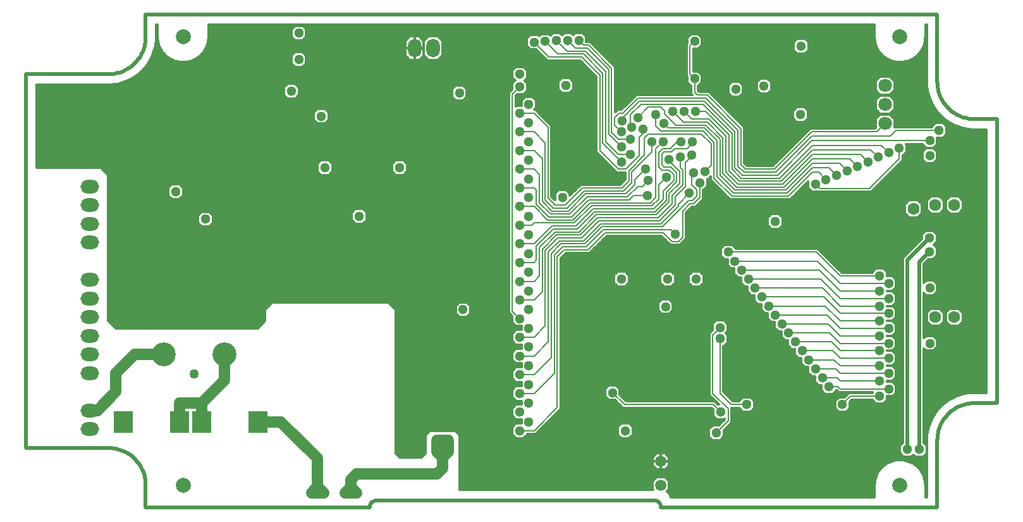
<source format=gbl>
%FSLAX43Y43*%
%MOMM*%
G71*
G01*
G75*
%ADD10C,0.300*%
%ADD11C,0.200*%
%ADD12C,0.500*%
%ADD13R,0.800X1.200*%
%ADD14R,0.700X1.100*%
%ADD15R,0.825X2.000*%
%ADD16R,2.200X2.500*%
%ADD17R,1.800X0.800*%
%ADD18R,1.800X1.200*%
%ADD19R,1.600X1.100*%
%ADD20R,1.100X1.600*%
%ADD21R,1.000X0.400*%
%ADD22O,0.200X0.400*%
%ADD23O,0.400X0.200*%
%ADD24C,1.000*%
%ADD25R,1.600X0.200*%
%ADD26R,0.200X1.600*%
%ADD27R,2.300X0.400*%
%ADD28R,3.250X0.700*%
%ADD29R,2.000X0.500*%
%ADD30R,0.500X1.700*%
%ADD31R,0.500X1.700*%
%ADD32R,0.350X1.800*%
%ADD33R,1.100X0.700*%
%ADD34R,1.200X1.800*%
%ADD35R,2.600X2.600*%
%ADD36R,0.500X2.200*%
%ADD37R,1.500X2.900*%
%ADD38R,2.900X1.500*%
%ADD39R,1.500X2.900*%
%ADD40R,2.900X1.500*%
%ADD41R,0.350X1.600*%
%ADD42R,2.270X0.550*%
%ADD43R,1.400X0.900*%
%ADD44R,0.600X1.550*%
%ADD45R,1.200X0.220*%
%ADD46R,0.400X2.300*%
%ADD47R,1.220X0.620*%
%ADD48R,1.000X0.450*%
%ADD49R,1.600X0.300*%
%ADD50R,1.400X1.000*%
%ADD51R,1.800X0.500*%
%ADD52C,0.200*%
%ADD53C,0.300*%
%ADD54C,0.400*%
%ADD55C,0.254*%
%ADD56C,1.500*%
%ADD57C,1.000*%
%ADD58O,2.500X1.800*%
%ADD59C,1.800*%
%ADD60R,2.500X3.000*%
%ADD61C,3.200*%
%ADD62C,1.270*%
%ADD63C,1.500*%
%ADD64C,2.000*%
%ADD65O,1.800X2.500*%
%ADD66C,1.600*%
%ADD67C,1.300*%
D12*
X568043Y529545D02*
Y554670D01*
X569368Y555995D01*
X566443Y554895D02*
X569368Y557820D01*
X566443Y529545D02*
Y554895D01*
X495443Y522745D02*
X495184Y522711D01*
X494943Y522611D01*
X494736Y522452D01*
X494577Y522245D01*
X494477Y522004D01*
X494443Y521745D01*
X533443D02*
X533409Y522004D01*
X533309Y522245D01*
X533150Y522452D01*
X532943Y522611D01*
X532702Y522711D01*
X532443Y522745D01*
X570443Y578745D02*
X570450Y578492D01*
X570469Y578239D01*
X570501Y577988D01*
X570545Y577738D01*
X570603Y577492D01*
X570672Y577248D01*
X570754Y577008D01*
X570848Y576773D01*
X570954Y576543D01*
X571071Y576318D01*
X571200Y576100D01*
X571339Y575889D01*
X571489Y575684D01*
X571649Y575488D01*
X571819Y575300D01*
X571998Y575121D01*
X572186Y574951D01*
X572383Y574791D01*
X572587Y574641D01*
X572798Y574502D01*
X573017Y574373D01*
X573241Y574256D01*
X573471Y574150D01*
X573707Y574056D01*
X573946Y573974D01*
X574190Y573905D01*
X574437Y573847D01*
X574686Y573803D01*
X574937Y573771D01*
X575190Y573751D01*
X575443Y573745D01*
Y535745D02*
X575190Y535739D01*
X574937Y535719D01*
X574686Y535687D01*
X574437Y535643D01*
X574190Y535585D01*
X573946Y535516D01*
X573707Y535434D01*
X573471Y535340D01*
X573241Y535234D01*
X573017Y535117D01*
X572798Y534988D01*
X572587Y534849D01*
X572383Y534699D01*
X572186Y534539D01*
X571998Y534369D01*
X571819Y534190D01*
X571649Y534002D01*
X571489Y533805D01*
X571339Y533601D01*
X571200Y533390D01*
X571071Y533171D01*
X570954Y532947D01*
X570848Y532717D01*
X570754Y532481D01*
X570672Y532242D01*
X570603Y531998D01*
X570545Y531751D01*
X570501Y531502D01*
X570469Y531251D01*
X570450Y530998D01*
X570443Y530745D01*
X464443Y524745D02*
X464437Y524998D01*
X464417Y525251D01*
X464385Y525502D01*
X464341Y525751D01*
X464284Y525998D01*
X464214Y526242D01*
X464132Y526481D01*
X464038Y526717D01*
X463932Y526947D01*
X463815Y527171D01*
X463686Y527390D01*
X463547Y527601D01*
X463397Y527805D01*
X463237Y528002D01*
X463067Y528190D01*
X462888Y528369D01*
X462700Y528539D01*
X462504Y528699D01*
X462299Y528849D01*
X462088Y528988D01*
X461870Y529117D01*
X461645Y529234D01*
X461415Y529340D01*
X461180Y529434D01*
X460940Y529516D01*
X460696Y529585D01*
X460450Y529643D01*
X460200Y529687D01*
X459949Y529719D01*
X459696Y529739D01*
X459443Y529745D01*
Y579745D02*
X459696Y579751D01*
X459949Y579771D01*
X460200Y579803D01*
X460450Y579847D01*
X460696Y579905D01*
X460940Y579974D01*
X461180Y580056D01*
X461415Y580150D01*
X461645Y580256D01*
X461870Y580373D01*
X462088Y580502D01*
X462299Y580641D01*
X462504Y580791D01*
X462700Y580951D01*
X462888Y581121D01*
X463067Y581300D01*
X463237Y581488D01*
X463397Y581684D01*
X463547Y581889D01*
X463686Y582100D01*
X463815Y582318D01*
X463932Y582543D01*
X464038Y582773D01*
X464132Y583008D01*
X464214Y583248D01*
X464284Y583492D01*
X464341Y583738D01*
X464385Y583988D01*
X464417Y584239D01*
X464437Y584492D01*
X464443Y584745D01*
Y521745D02*
X494443D01*
X495443Y522745D02*
X532443D01*
X533443Y521745D02*
X570443D01*
X464443Y587745D02*
X570443D01*
X570443Y578745D01*
X575443Y573745D02*
X578443D01*
X570443Y521745D02*
X570443Y530745D01*
X575443Y535745D02*
X578443D01*
X464443Y521745D02*
X464443Y524745D01*
X464443Y587745D02*
X464443Y584745D01*
X448443Y529745D02*
X459443D01*
X448443Y579745D02*
X459443D01*
X448443Y529745D02*
Y579745D01*
X578443Y535745D02*
Y573745D01*
D52*
X564943Y572245D02*
X570693D01*
X537343Y579745D02*
X537943Y579145D01*
X537343Y579745D02*
Y583545D01*
X537943Y584145D01*
X527743Y571045D02*
X529343D01*
X530343Y576545D02*
X539443D01*
X528343Y574545D02*
X530343Y576545D01*
X527843Y574545D02*
X528343D01*
X527243Y573945D02*
X527843Y574545D01*
X528243Y573845D02*
X530543Y576145D01*
X528243Y573545D02*
Y573845D01*
X529343Y572845D02*
X529543Y572645D01*
X529343Y572845D02*
Y574345D01*
X527243Y572945D02*
Y573945D01*
Y572945D02*
X528143Y572045D01*
X530543Y576145D02*
X539243D01*
X542843Y535545D02*
X544943D01*
X541343Y537045D02*
X542843Y535545D01*
X541343Y537045D02*
Y544345D01*
X523643Y556245D02*
X525943Y558545D01*
X533743D01*
X534943Y557345D01*
X535743D01*
X536343Y557945D01*
Y561445D01*
X537343Y562445D01*
X523443Y556645D02*
X525743Y558945D01*
X534743D01*
X535343Y558345D01*
X540343Y537045D02*
Y544845D01*
X541343Y545845D01*
X538643Y563245D02*
Y565245D01*
X537843Y562445D02*
X538643Y563245D01*
X537343Y562445D02*
X537843D01*
X525543Y559345D02*
X533643D01*
X537143Y562845D02*
X537643D01*
X533643Y559345D02*
X537143Y562845D01*
X537643D02*
X538243Y563445D01*
X525343Y559745D02*
X533443D01*
X535743Y562045D01*
Y562345D01*
X537243Y563845D01*
X523243Y557045D02*
X525543Y559345D01*
X538243Y563445D02*
Y564245D01*
X538843Y571745D02*
X540143Y570445D01*
X539343Y566745D02*
X540143Y567545D01*
Y570445D01*
X539043Y572145D02*
X540543Y570645D01*
Y565845D02*
X542943Y563445D01*
X540543Y565845D02*
Y570645D01*
X539243Y572545D02*
X540943Y570845D01*
Y566045D02*
X543143Y563845D01*
X540943Y566045D02*
Y570845D01*
X539443Y572945D02*
X541343Y571045D01*
Y566245D02*
X543343Y564245D01*
X541343Y566245D02*
Y571045D01*
X539643Y573345D02*
X541743Y571245D01*
Y566445D02*
X543543Y564645D01*
X541743Y566445D02*
Y571245D01*
X539843Y573745D02*
X542143Y571445D01*
Y566645D02*
X543743Y565045D01*
X542143Y566645D02*
Y571445D01*
X539443Y574745D02*
X542543Y571645D01*
Y566845D02*
X543943Y565445D01*
X542543Y566845D02*
Y571645D01*
X539043Y575745D02*
X542943Y571845D01*
Y567045D02*
X544143Y565845D01*
X542943Y567045D02*
Y571845D01*
X539243Y576145D02*
X543343Y572045D01*
Y567245D02*
X544343Y566245D01*
X543343Y567245D02*
Y572045D01*
X539443Y576545D02*
X543743Y572245D01*
Y567445D02*
X544543Y566645D01*
X543743Y567445D02*
Y572245D01*
X539643Y576945D02*
X544143Y572445D01*
Y567645D02*
X544743Y567045D01*
X544143Y567645D02*
Y572445D01*
X536743Y564745D02*
Y567945D01*
X537543Y568745D01*
Y568945D01*
X536043Y567245D02*
X536343Y566945D01*
Y564945D02*
Y566945D01*
X536043Y567245D02*
Y568645D01*
X534543Y568145D02*
X535943Y566745D01*
X534543Y568145D02*
Y568345D01*
X533843Y569345D02*
X534843D01*
X533143Y564945D02*
X534143Y565945D01*
X533143Y563045D02*
Y564945D01*
X524143Y562145D02*
X532243D01*
X533143Y563045D01*
X532743Y563245D02*
Y569745D01*
X532043Y562545D02*
X532743Y563245D01*
Y569745D02*
X533743Y570745D01*
X532243Y569345D02*
Y570745D01*
X529543Y566645D02*
X532243Y569345D01*
X529943Y564945D02*
Y565645D01*
X531343Y567045D01*
X531243Y571245D02*
X531743Y571745D01*
X538843D01*
X531243Y568945D02*
Y571245D01*
X529143Y566845D02*
X531243Y568945D01*
X530543Y568845D02*
Y571345D01*
X528743Y567045D02*
X530543Y568845D01*
Y571345D02*
X531043Y571845D01*
Y572445D01*
X529543Y565245D02*
Y566645D01*
X529143Y565445D02*
Y566845D01*
X525143Y560145D02*
X533243D01*
X535343Y562245D01*
Y563345D01*
X536743Y564745D01*
X524943Y560545D02*
X533043D01*
X534943Y562445D01*
Y563545D01*
X536343Y564945D01*
X536943Y569745D02*
X537943Y570745D01*
X535243Y569745D02*
X536943D01*
X535643Y570745D02*
X536643D01*
X534643Y569745D02*
X535643Y570745D01*
X523043Y557445D02*
X525343Y559745D01*
X522843Y557845D02*
X525143Y560145D01*
X537943Y577345D02*
Y579145D01*
X538343Y576945D02*
X539643D01*
X537943Y577345D02*
X538343Y576945D01*
X535943Y565145D02*
Y566745D01*
X533543Y567645D02*
X533843Y567345D01*
X534743D02*
X535543Y566545D01*
X533843Y567345D02*
X534743D01*
X535543Y565345D02*
Y566545D01*
X533143Y567345D02*
X533543Y566945D01*
X534543D02*
X535143Y566345D01*
X533543Y566945D02*
X534543D01*
X535143Y565545D02*
Y566345D01*
X533743Y564145D02*
X535143Y565545D01*
X533743Y563045D02*
Y564145D01*
X534143Y563945D02*
X535543Y565345D01*
X534143Y562845D02*
Y563945D01*
X534543Y563745D02*
X535943Y565145D01*
X534543Y562645D02*
Y563745D01*
X533543Y567645D02*
Y569045D01*
X533143Y567345D02*
Y569245D01*
X534843Y569345D02*
X535243Y569745D01*
X533543Y569045D02*
X533843Y569345D01*
X533643Y569745D02*
X534643D01*
X533143Y569245D02*
X533643Y569745D01*
X533443Y572145D02*
X539043D01*
X532743Y572845D02*
X533443Y572145D01*
X532743Y572845D02*
Y574345D01*
X533843Y573145D02*
X534443Y572545D01*
X539243D01*
X533943Y574445D02*
X535443Y572945D01*
X539443D01*
X533943Y574445D02*
Y574845D01*
X522643Y558245D02*
X524943Y560545D01*
X530743Y575745D02*
X539043D01*
X538043Y574745D02*
X539443D01*
X537543Y573745D02*
X539843D01*
X536443Y573345D02*
X539643D01*
X531743Y575345D02*
X533443D01*
X533943Y574845D01*
X530343Y573945D02*
X531743Y575345D01*
X535043Y574745D02*
X536443Y573345D01*
X536543Y574745D02*
X537543Y573745D01*
X529343Y574345D02*
X530743Y575745D01*
X557743Y535545D02*
X558843Y536645D01*
X562743D01*
X554143Y540345D02*
X556843D01*
X557443Y539745D01*
X553243Y541545D02*
X556643D01*
X557443Y540745D01*
X552343Y542745D02*
X556443D01*
X557443Y541745D01*
X551443Y543945D02*
X556243D01*
X557443Y542745D01*
X550543Y545145D02*
X556043D01*
X557443Y543745D01*
X549643Y546345D02*
X555843D01*
X557443Y544745D01*
X548743Y547545D02*
X555643D01*
X557443Y545745D01*
X547843Y548745D02*
X555443D01*
X557443Y546745D01*
X546943Y549945D02*
X555243D01*
X557443Y547745D01*
X546043Y551145D02*
X555043D01*
X557443Y548745D01*
X545143Y552345D02*
X554843D01*
X557443Y549745D01*
X544243Y553545D02*
X554643D01*
X557443Y550745D01*
X543343Y554745D02*
X554443D01*
X557443Y551745D01*
X542443Y555945D02*
X554243D01*
X557443Y552745D01*
X562743D01*
X557443Y551745D02*
X563943D01*
X557443Y550745D02*
X562743D01*
X557443Y549745D02*
X563943D01*
X557443Y548745D02*
X562743D01*
X557443Y547745D02*
X563943D01*
X557443Y546745D02*
X562743D01*
X557443Y545745D02*
X563943D01*
X557443Y544745D02*
X562743D01*
X557443Y543745D02*
X563943D01*
X557443Y542745D02*
X562743D01*
X557443Y541745D02*
X563943D01*
X557443Y540745D02*
X562743D01*
X557443Y539745D02*
X563943D01*
X557143Y537945D02*
X557443Y537645D01*
X555943Y537945D02*
X557143D01*
X557443Y537645D02*
X563943D01*
X555043Y539145D02*
X557043D01*
X557443Y538745D01*
X562743D01*
X526943Y537145D02*
X528543Y535545D01*
X532643Y561345D02*
X534143Y562845D01*
X532843Y560945D02*
X534543Y562645D01*
X530343Y564745D02*
X530943D01*
X531743Y565545D01*
X529743Y563545D02*
X531643D01*
X528443Y564145D02*
X529543Y565245D01*
X523143Y564145D02*
X528443D01*
X520843Y561845D02*
X523143Y564145D01*
X528743Y563745D02*
X529943Y564945D01*
X523343Y563745D02*
X528743D01*
X521043Y561445D02*
X523343Y563745D01*
X528943Y563345D02*
X530343Y564745D01*
X523543Y563345D02*
X528943D01*
X521243Y561045D02*
X523543Y563345D01*
X529143Y562945D02*
X529743Y563545D01*
X523743Y562945D02*
X529143D01*
X521443Y560645D02*
X523743Y562945D01*
X521643Y560245D02*
X523943Y562545D01*
X532043D01*
X521843Y559845D02*
X524143Y562145D01*
X522243Y559045D02*
X524543Y561345D01*
X532643D01*
X522443Y558645D02*
X524743Y560945D01*
X532843D01*
X532443Y561745D02*
X533743Y563045D01*
X524343Y561745D02*
X532443D01*
X520643Y562245D02*
X522943Y564545D01*
X528243D01*
X529143Y565445D01*
X537543Y566245D02*
X537843Y566545D01*
X537543Y564945D02*
X538243Y564245D01*
X537543Y564945D02*
Y566245D01*
X540443Y535545D02*
X541443Y534545D01*
X528543Y535545D02*
X540443D01*
X540843Y531745D02*
X542443Y533345D01*
Y534945D01*
X540343Y537045D02*
X542443Y534945D01*
X526843Y571945D02*
X527743Y571045D01*
X526443Y571745D02*
X528143Y570045D01*
X526043Y570745D02*
X527743Y569045D01*
X529643D01*
X525643Y570545D02*
X528143Y568045D01*
X525243Y569545D02*
X527743Y567045D01*
X528743D01*
X525243Y569545D02*
Y579645D01*
X525643Y570545D02*
Y579845D01*
X526043Y570745D02*
Y580145D01*
X526443Y571745D02*
Y580345D01*
X526843Y571945D02*
Y580545D01*
X513543Y548045D02*
X514543Y547045D01*
X513543Y548045D02*
Y577045D01*
X514543Y578045D01*
X523543Y583245D02*
X526443Y580345D01*
X522843Y582045D02*
X525243Y579645D01*
X518443Y582045D02*
X522843D01*
X516443Y584045D02*
X518443Y582045D01*
X523043Y582445D02*
X525643Y579845D01*
X519643Y582445D02*
X523043D01*
X517943Y584145D02*
X519643Y582445D01*
X523343Y582845D02*
X526043Y580145D01*
X520843Y582845D02*
X523343D01*
X519443Y584245D02*
X520843Y582845D01*
X520943Y584245D02*
X521943Y583245D01*
X527643Y570045D02*
X528143D01*
X521943Y583245D02*
X523543D01*
X522443Y584245D02*
X523043Y583645D01*
X523743D02*
X526843Y580545D01*
X523043Y583645D02*
X523743D01*
X516443Y559845D02*
X521843D01*
X516143Y559545D02*
X516443Y559845D01*
X514543Y559545D02*
X516143D01*
X514543Y562045D02*
X516443D01*
X518243Y560245D01*
X521643D01*
X514543Y564545D02*
X516443D01*
X516743Y564245D01*
Y562345D02*
Y564245D01*
Y562345D02*
X518443Y560645D01*
X521443D01*
X518643Y561045D02*
X521243D01*
X514543Y567045D02*
X516443D01*
X517143Y566345D01*
Y562545D02*
Y566345D01*
Y562545D02*
X518643Y561045D01*
X514543Y569545D02*
X516443D01*
X517543Y568445D01*
Y562745D02*
Y568445D01*
Y562745D02*
X518843Y561445D01*
X521043D01*
X514543Y572045D02*
X516443D01*
X517943Y570545D01*
Y562945D02*
Y570545D01*
Y562945D02*
X519043Y561845D01*
X520843D01*
X516443Y574545D02*
X518343Y572645D01*
Y563145D02*
X519243Y562245D01*
X514543Y574545D02*
X516443D01*
X518343Y563145D02*
Y572645D01*
X519243Y562245D02*
X520643D01*
X514543Y557045D02*
X516443D01*
X514543Y554545D02*
X516443D01*
X514543Y552045D02*
X516443D01*
X514543Y549545D02*
X516443D01*
X514543Y544545D02*
X516443D01*
X514543Y542045D02*
X516443D01*
X514543Y539545D02*
X516443D01*
X514543Y537045D02*
X516443D01*
X514543Y532045D02*
X516443D01*
Y557045D02*
X518843Y559445D01*
X522043D01*
X524343Y561745D01*
X516443Y554545D02*
X516743Y554845D01*
Y556745D01*
X519043Y559045D01*
X522243D01*
X516443Y552045D02*
X517143Y552745D01*
Y556545D01*
X519243Y558645D01*
X522443D01*
X516443Y549545D02*
X517543Y550645D01*
Y556345D01*
X519443Y558245D01*
X522643D01*
X516443Y544545D02*
X517943Y546045D01*
Y556145D01*
X519643Y557845D01*
X522843D01*
X516443Y542045D02*
X518343Y543945D01*
Y555945D01*
X519843Y557445D01*
X523043D01*
X516443Y539545D02*
X518743Y541845D01*
Y555745D01*
X520043Y557045D01*
X523243D01*
X516443Y537045D02*
X519143Y539745D01*
Y555545D01*
X520243Y556645D01*
X523443D01*
X516443Y532045D02*
X519543Y535145D01*
Y555345D01*
X520443Y556245D01*
X523643D01*
X561543Y569645D02*
X562543Y568645D01*
X562943Y570245D02*
X563943Y569245D01*
X560143Y569045D02*
X561143Y568045D01*
X558743Y568445D02*
X559743Y567445D01*
X557343Y567845D02*
X558343Y566845D01*
X555943Y567245D02*
X556943Y566245D01*
X554543Y566645D02*
X555543Y565645D01*
X553743Y566645D02*
X554543D01*
X550543Y563445D02*
X553743Y566645D01*
X542943Y563445D02*
X550543D01*
X553743Y567245D02*
X555943D01*
X550343Y563845D02*
X553743Y567245D01*
X543143Y563845D02*
X550343D01*
X553743Y567845D02*
X557343D01*
X543343Y564245D02*
X550143D01*
X553743Y567845D01*
Y568445D02*
X558743D01*
X543543Y564645D02*
X549943D01*
X553743Y568445D01*
Y569045D02*
X560143D01*
X543743Y565045D02*
X549743D01*
X553743Y569045D01*
Y569645D02*
X561543D01*
X543943Y565445D02*
X549543D01*
X553743Y569645D01*
Y570245D02*
X562943D01*
X544143Y565845D02*
X549343D01*
X553743Y570245D01*
X553643Y570845D02*
X569443D01*
X544343Y566245D02*
X549043D01*
X553643Y570845D01*
X564143Y571445D02*
X564943Y572245D01*
X553643Y571445D02*
X564143D01*
X544543Y566645D02*
X548843D01*
X553643Y571445D01*
X562343Y572045D02*
X563443Y573145D01*
X553643Y572045D02*
X562343D01*
X544743Y567045D02*
X548643D01*
X553643Y572045D01*
X554143Y565045D02*
X554743Y564445D01*
X561343D02*
X565343Y568445D01*
X554743Y564445D02*
X561343D01*
X565343Y568445D02*
Y569845D01*
D53*
X534785Y523145D02*
X534699Y523364D01*
X534577Y523566D01*
X534424Y523744D01*
X534242Y523894D01*
X459443Y578345D02*
X459646Y578348D01*
X459900Y578361D01*
X460153Y578384D01*
X460404Y578418D01*
X460654Y578461D01*
X460903Y578514D01*
X461149Y578576D01*
X461392Y578649D01*
X461632Y578731D01*
X461869Y578822D01*
X462102Y578923D01*
X462331Y579033D01*
X462555Y579152D01*
X462774Y579280D01*
X462988Y579417D01*
X463197Y579561D01*
X463399Y579714D01*
X463596Y579875D01*
X463786Y580044D01*
X463969Y580219D01*
X464145Y580402D01*
X464313Y580592D01*
X464474Y580789D01*
X464627Y580991D01*
X464772Y581200D01*
X464908Y581414D01*
X465036Y581633D01*
X465155Y581857D01*
X465265Y582086D01*
X465366Y582319D01*
X465457Y582556D01*
X465539Y582796D01*
X465612Y583039D01*
X465674Y583285D01*
X465727Y583534D01*
X465771Y583784D01*
X465804Y584035D01*
X465827Y584288D01*
X465840Y584542D01*
Y584542D02*
X465843Y584745D01*
X466043D02*
X466049Y584539D01*
X466075Y584283D01*
X466119Y584030D01*
X466182Y583782D01*
X466264Y583539D01*
X466364Y583302D01*
X466482Y583074D01*
X466616Y582855D01*
X466767Y582648D01*
X466933Y582452D01*
X467113Y582269D01*
X467306Y582100D01*
X467512Y581947D01*
X467729Y581809D01*
X467955Y581688D01*
X468190Y581584D01*
X468432Y581499D01*
X468680Y581432D01*
X468932Y581384D01*
X469187Y581355D01*
X469443Y581345D01*
X469700Y581355D01*
X469955Y581384D01*
X470207Y581432D01*
X470454Y581499D01*
X470696Y581584D01*
X470931Y581688D01*
X471158Y581809D01*
X471374Y581947D01*
X471580Y582100D01*
X471773Y582269D01*
X471953Y582452D01*
X472119Y582648D01*
X472270Y582855D01*
X472404Y583074D01*
X472522Y583302D01*
X472622Y583539D01*
X472704Y583782D01*
X472767Y584031D01*
X472812Y584283D01*
X472837Y584539D01*
X472843Y584745D01*
X562049Y524951D02*
X562043Y524745D01*
X568837Y524951D02*
X568812Y525207D01*
X568767Y525459D01*
X568704Y525708D01*
X568622Y525951D01*
X568522Y526188D01*
X568404Y526416D01*
X568270Y526634D01*
X568119Y526842D01*
X567953Y527038D01*
X567773Y527221D01*
X567580Y527390D01*
X567374Y527543D01*
X567158Y527681D01*
X566931Y527802D01*
X566696Y527906D01*
X566454Y527991D01*
X566207Y528058D01*
X565955Y528106D01*
X565700Y528135D01*
X565443Y528145D01*
X565187Y528135D01*
X564932Y528106D01*
X564680Y528058D01*
X564432Y527991D01*
X564190Y527906D01*
X563955Y527802D01*
X563729Y527681D01*
X563512Y527543D01*
X563306Y527390D01*
X563113Y527221D01*
X562933Y527038D01*
X562767Y526842D01*
X562617Y526634D01*
X562482Y526416D01*
X562364Y526188D01*
X562264Y525951D01*
X562182Y525708D01*
X562119Y525459D01*
X562075Y525207D01*
X562049Y524951D01*
X568843Y524745D02*
X568837Y524951D01*
X575240Y537142D02*
X574988Y537129D01*
X574736Y537106D01*
X574486Y537073D01*
X574237Y537030D01*
X573990Y536978D01*
X573745Y536916D01*
X573503Y536844D01*
X573264Y536762D01*
X573028Y536672D01*
X572796Y536572D01*
X572568Y536463D01*
X572345Y536345D01*
X572127Y536219D01*
X571913Y536083D01*
X571705Y535940D01*
X571503Y535788D01*
X571307Y535629D01*
X571118Y535462D01*
X570935Y535288D01*
X570759Y535106D01*
X570591Y534918D01*
X570430Y534724D01*
X570277Y534523D01*
X570132Y534316D01*
X569995Y534104D01*
X569867Y533886D01*
X569747Y533664D01*
X569637Y533437D01*
X569535Y533206D01*
X569443Y532971D01*
X569359Y532732D01*
X569286Y532490D01*
X569222Y532246D01*
X569167Y532000D01*
X569123Y531751D01*
X569088Y531501D01*
X569063Y531250D01*
X569048Y530997D01*
X569043Y530745D01*
X575443Y537145D02*
X575240Y537142D01*
X562043Y584745D02*
X562049Y584539D01*
X562075Y584283D01*
X562119Y584030D01*
X562182Y583782D01*
X562264Y583539D01*
X562364Y583302D01*
X562482Y583074D01*
X562617Y582855D01*
X562767Y582648D01*
X562933Y582452D01*
X563113Y582269D01*
X563306Y582100D01*
X563512Y581947D01*
X563729Y581809D01*
X563955Y581688D01*
X564190Y581584D01*
X564432Y581499D01*
X564680Y581432D01*
X564932Y581384D01*
X565187Y581355D01*
X565443Y581345D01*
X565700Y581355D01*
X565955Y581384D01*
X566207Y581432D01*
X566454Y581499D01*
X566696Y581584D01*
X566931Y581688D01*
X567158Y581809D01*
X567374Y581947D01*
X567580Y582100D01*
X567773Y582269D01*
X567953Y582452D01*
X568119Y582648D01*
X568270Y582855D01*
X568404Y583074D01*
X568522Y583302D01*
X568622Y583539D01*
X568704Y583782D01*
X568767Y584031D01*
X568812Y584283D01*
X568837Y584539D01*
X575240Y572348D02*
X575443Y572345D01*
X569043Y578745D02*
X569048Y578492D01*
X569063Y578240D01*
X569088Y577989D01*
X569123Y577739D01*
X569167Y577490D01*
X569222Y577244D01*
X569286Y576999D01*
X569359Y576758D01*
X569443Y576519D01*
X569535Y576284D01*
X569637Y576053D01*
X569747Y575826D01*
X569867Y575604D01*
X569995Y575386D01*
X570132Y575174D01*
X570277Y574967D01*
X570430Y574766D01*
X570591Y574572D01*
X570759Y574383D01*
X570935Y574202D01*
X571118Y574028D01*
X571307Y573861D01*
X571503Y573701D01*
X571705Y573550D01*
X571913Y573406D01*
X572127Y573271D01*
X572345Y573145D01*
X572568Y573027D01*
X572796Y572918D01*
X573028Y572818D01*
X573264Y572727D01*
X573503Y572646D01*
X573745Y572574D01*
X573990Y572512D01*
X574237Y572460D01*
X574486Y572417D01*
X574736Y572384D01*
X574988Y572361D01*
X575240Y572348D01*
X568837Y584539D02*
X568843Y584745D01*
X497943Y528995D02*
X498443Y528495D01*
X497943Y529144D02*
X501943D01*
X497943Y529344D02*
X501943D01*
X497943Y529544D02*
X501943D01*
X497943Y529744D02*
X501943D01*
X497943Y529944D02*
X501943D01*
X497943Y530144D02*
X501943D01*
X497943Y530344D02*
X501943D01*
X497943Y530544D02*
X501943D01*
X497943Y530744D02*
X501943D01*
X497943Y530944D02*
X501943D01*
X497943Y531144D02*
X501943D01*
X497943Y531344D02*
X501943D01*
X497943Y531544D02*
X501992D01*
X497943Y531744D02*
X502192D01*
X497943Y531944D02*
X502392D01*
X497943Y532144D02*
X513543D01*
X497943Y532344D02*
X513543D01*
X497943Y532544D02*
X513543D01*
X497943Y534144D02*
X513543D01*
X459443Y546745D02*
X460443Y545745D01*
X472043D02*
Y559345D01*
X460443Y545745D02*
X479443D01*
X472242D02*
Y559345D01*
X497943Y534344D02*
X513543D01*
X497943Y534544D02*
X513543D01*
X497943Y534744D02*
X513543D01*
X497943Y534944D02*
X513543D01*
X497943Y536544D02*
X513544D01*
X497943Y536744D02*
X513543D01*
X497943Y536944D02*
X513543D01*
X497943Y537144D02*
X513543D01*
X497943Y537344D02*
X513543D01*
X497943Y532744D02*
X513742D01*
X497943Y533944D02*
X513644D01*
X497943Y532944D02*
X513942D01*
X497943Y533744D02*
X513844D01*
X497943Y535144D02*
X513642D01*
X497943Y535344D02*
X513842D01*
X497943Y535544D02*
X514042D01*
X497943Y536144D02*
X513944D01*
X497943Y536344D02*
X513744D01*
X497943Y537544D02*
X513543D01*
X497943Y537744D02*
X513742D01*
X497943Y537944D02*
X513942D01*
X497943Y539144D02*
X513543D01*
X497943Y539344D02*
X513543D01*
X497943Y538744D02*
X513844D01*
X497943Y538944D02*
X513644D01*
X497943Y539544D02*
X513543D01*
X497943Y539744D02*
X513543D01*
X497943Y539944D02*
X513543D01*
X497943Y540144D02*
X513642D01*
X497943Y540344D02*
X513842D01*
X497943Y541344D02*
X513744D01*
X497943Y540544D02*
X514042D01*
X497943Y541144D02*
X513944D01*
X497943Y541544D02*
X513544D01*
X497943Y541744D02*
X513543D01*
X497943Y541944D02*
X513543D01*
X497943Y542144D02*
X513543D01*
X497943Y542344D02*
X513543D01*
X497943Y542544D02*
X513543D01*
X497943Y542744D02*
X513742D01*
X497943Y542944D02*
X513942D01*
X497943Y543744D02*
X513844D01*
X459444Y546744D02*
X480442D01*
X459443Y546944D02*
X480443D01*
X459443Y547144D02*
X480443D01*
X459443Y547344D02*
X480443D01*
X459443Y547544D02*
X480443D01*
X459443Y547744D02*
X480443D01*
X459443Y547944D02*
X480443D01*
X459443Y548144D02*
X480443D01*
X460244Y545944D02*
X479642D01*
X460044Y546144D02*
X479842D01*
X459844Y546344D02*
X480042D01*
X479443Y545745D02*
X480443Y546745D01*
X459644Y546544D02*
X480242D01*
X480443Y546745D02*
Y548245D01*
X459443Y548344D02*
X480542D01*
X497844D02*
X505943D01*
X459443Y548544D02*
X480742D01*
X459443Y548744D02*
X480942D01*
X459443Y548944D02*
X481142D01*
X459443Y549144D02*
X481342D01*
X459443Y549344D02*
X513093D01*
X459443Y549544D02*
X513093D01*
X459443Y549744D02*
X513093D01*
X459443Y549944D02*
X513093D01*
X480443Y548245D02*
X481443Y549245D01*
X496943D02*
X497943Y548245D01*
X497644Y548544D02*
X505943D01*
X497444Y548744D02*
X505943D01*
X497244Y548944D02*
X506142D01*
X481443Y549245D02*
X496943D01*
X497044Y549144D02*
X506342D01*
X459443Y550144D02*
X513093D01*
X459443Y550344D02*
X513093D01*
X459443Y550544D02*
X513093D01*
X459443Y550744D02*
X513093D01*
X459443Y550944D02*
X513093D01*
X459443Y551144D02*
X513093D01*
X459443Y551344D02*
X513093D01*
X459443Y551544D02*
X513093D01*
X459443Y551744D02*
X513093D01*
X459443Y551944D02*
X513093D01*
X459443Y552144D02*
X513093D01*
X459443Y552344D02*
X513093D01*
X459443Y552544D02*
X513093D01*
X459443Y552744D02*
X513093D01*
X459443Y552944D02*
X513093D01*
X459443Y553144D02*
X513093D01*
X459443Y553344D02*
X513093D01*
X459443Y553544D02*
X513093D01*
X459443Y553744D02*
X513093D01*
X459443Y553944D02*
X513093D01*
X459443Y554144D02*
X513093D01*
X459443Y554344D02*
X513093D01*
X459443Y554544D02*
X513093D01*
X459443Y554744D02*
X513093D01*
X459443Y554944D02*
X513093D01*
X459443Y555144D02*
X513093D01*
X459443Y555344D02*
X513093D01*
X459443Y555544D02*
X513093D01*
X459443Y555744D02*
X513093D01*
X459443Y555944D02*
X513093D01*
X459443Y556144D02*
X513093D01*
X459443Y556344D02*
X513093D01*
X459443Y556544D02*
X513093D01*
X459443Y556744D02*
X513093D01*
X459443Y556944D02*
X513093D01*
X459443Y557144D02*
X513093D01*
X498443Y528495D02*
X501443D01*
X498394Y528544D02*
X501492D01*
X498194Y528744D02*
X501692D01*
X501443Y528495D02*
X501943Y528995D01*
X497994Y528944D02*
X501892D01*
X501943Y528995D02*
Y531495D01*
X502443Y531995D01*
X505943D01*
X506443Y524145D02*
Y531495D01*
X505943Y531995D02*
X506443Y531495D01*
X513642Y524145D02*
Y531446D01*
X506394Y531544D02*
X513544D01*
X506194Y531744D02*
X513543D01*
Y531545D02*
Y532545D01*
X505994Y531944D02*
X513543D01*
X513642Y532644D02*
Y533946D01*
X506642Y524145D02*
Y547245D01*
X506842Y524145D02*
Y547245D01*
X507042Y524145D02*
Y547245D01*
X507242Y524145D02*
Y547245D01*
X506042Y531896D02*
Y547646D01*
X497943Y528995D02*
Y548245D01*
X506442Y531496D02*
Y547246D01*
X506242Y531696D02*
Y547446D01*
X507442Y524145D02*
Y547245D01*
X507642Y524145D02*
Y547444D01*
X507842Y524145D02*
Y547644D01*
X513242Y524145D02*
Y547671D01*
X513543Y534045D02*
Y535045D01*
X513442Y524145D02*
Y547471D01*
X513642Y535144D02*
Y536446D01*
X513543Y536545D02*
Y537545D01*
Y539045D02*
Y540045D01*
X513842Y524145D02*
Y531246D01*
X506443Y531344D02*
X513744D01*
X506443Y531144D02*
X513944D01*
X513543Y531545D02*
X514043Y531045D01*
X513543Y532545D02*
X514043Y533045D01*
X513842Y532844D02*
Y533746D01*
X513543Y534045D02*
X514043Y533545D01*
X513543Y535045D02*
X514043Y535545D01*
X514042Y524145D02*
Y531046D01*
X514242Y524145D02*
Y531045D01*
X514442Y524145D02*
Y531045D01*
X514642Y524145D02*
Y531045D01*
X514042Y533044D02*
Y533546D01*
X514242Y533045D02*
Y533545D01*
X514043Y533045D02*
X514743D01*
X514442D02*
Y533545D01*
X514642Y533045D02*
Y533545D01*
X513842Y535344D02*
Y536246D01*
X513642Y537644D02*
Y538946D01*
X513543Y536545D02*
X514043Y536045D01*
X513543Y537545D02*
X514043Y538045D01*
X513842Y537844D02*
Y538746D01*
X513642Y540144D02*
Y541446D01*
X513543Y539045D02*
X514043Y538545D01*
X513543Y540045D02*
X514043Y540545D01*
X514042Y535544D02*
Y536046D01*
X514242Y535545D02*
Y536045D01*
X514442Y535545D02*
Y536045D01*
X514642Y535545D02*
Y536045D01*
X514042Y538044D02*
Y538546D01*
X513842Y540344D02*
Y541246D01*
X514242Y538045D02*
Y538545D01*
X514442Y538045D02*
Y538545D01*
X514642Y538045D02*
Y538545D01*
X497943Y544144D02*
X513543D01*
X497943Y544344D02*
X513543D01*
X497943Y544544D02*
X513543D01*
X497943Y544744D02*
X513543D01*
X497943Y547544D02*
X506144D01*
X497943Y547744D02*
X505944D01*
X497943Y544944D02*
X513543D01*
X497943Y547344D02*
X506344D01*
X506443Y547245D02*
X507443D01*
X505943Y547745D02*
X506443Y547245D01*
X513543Y541545D02*
Y542545D01*
Y544045D02*
Y545045D01*
X507443Y547245D02*
X507943Y547745D01*
X507942Y547744D02*
X513169D01*
X507742Y547544D02*
X513369D01*
X513093Y547820D02*
X513318Y547595D01*
X497943Y547944D02*
X505943D01*
Y547745D02*
Y548745D01*
X497943Y548144D02*
X505943D01*
Y548745D02*
X506443Y549245D01*
X507443D01*
X507943Y548745D01*
X507744Y548944D02*
X513093D01*
X507544Y549144D02*
X513093D01*
Y547820D02*
Y548270D01*
X507943Y547745D02*
Y548745D01*
X513093Y547820D02*
X513318Y547595D01*
X513093Y547820D02*
Y548270D01*
X507943Y547944D02*
X513093D01*
X507943Y548144D02*
X513093D01*
X507943Y548344D02*
X513093D01*
X507943Y548544D02*
X513093D01*
X507943Y548744D02*
X513093D01*
X513543Y541545D02*
X514043Y541045D01*
X513642Y542644D02*
Y543946D01*
X513543Y542545D02*
X514043Y543045D01*
X513543Y544045D02*
X514043Y543545D01*
X497943Y543944D02*
X513644D01*
X497943Y545144D02*
X513642D01*
X497943Y545344D02*
X513842D01*
X513543Y545045D02*
X514043Y545545D01*
X514042Y540544D02*
Y541046D01*
X514242Y540545D02*
Y541045D01*
X514442Y540545D02*
Y541045D01*
X514642Y540545D02*
Y541045D01*
X514042Y543044D02*
Y543546D01*
X513842Y542844D02*
Y543746D01*
X514242Y543045D02*
Y543545D01*
X514442Y543045D02*
Y543545D01*
X514642Y543045D02*
Y543545D01*
X497943Y546344D02*
X513744D01*
X497943Y546544D02*
X513544D01*
X497943Y545544D02*
X514042D01*
X497943Y546144D02*
X513944D01*
X497943Y546744D02*
X513543D01*
X497943Y546944D02*
X513543D01*
X497943Y547144D02*
X513543D01*
X507542Y547344D02*
X513543D01*
X513842Y545344D02*
Y546246D01*
X513642Y545144D02*
Y546446D01*
X514042Y545544D02*
Y546046D01*
X514242Y545545D02*
Y546045D01*
X513543Y546545D02*
Y547370D01*
X513318Y547595D02*
X513543Y547370D01*
X514442Y545545D02*
Y546045D01*
X513543Y546545D02*
X514043Y546045D01*
X514642Y545545D02*
Y546045D01*
X460443Y545746D02*
Y578423D01*
X460643Y545745D02*
Y578458D01*
X460843Y545745D02*
Y578500D01*
X461043Y545745D02*
Y578548D01*
X461243Y545745D02*
Y578603D01*
X461443Y545745D02*
Y578665D01*
X461643Y545745D02*
Y578735D01*
X461843Y545745D02*
Y578812D01*
X462043Y545745D02*
Y578897D01*
X462243Y545745D02*
Y578990D01*
X462443Y545745D02*
Y579091D01*
X462643Y545745D02*
Y579202D01*
X462842Y545745D02*
Y579322D01*
X463043Y545745D02*
Y579453D01*
X463243Y545745D02*
Y579595D01*
X463443Y545745D02*
Y579748D01*
X463643Y545745D02*
Y579915D01*
X463842Y545745D02*
Y580097D01*
X464043Y545745D02*
Y580295D01*
X464243Y545745D02*
Y580511D01*
X464443Y545745D02*
Y580749D01*
X464643Y545745D02*
Y581013D01*
X464842Y545745D02*
Y581309D01*
X465043Y545745D02*
Y581645D01*
X465243Y545745D02*
Y582038D01*
X465443Y545745D02*
Y582516D01*
X465643Y545745D02*
Y583155D01*
X465842Y545745D02*
Y584655D01*
X466243Y545745D02*
Y583598D01*
X466043Y545745D02*
Y586345D01*
X466842Y545745D02*
Y582555D01*
X466443Y545745D02*
Y583146D01*
X466643Y545745D02*
Y582817D01*
X467842Y545745D02*
Y563146D01*
X467642Y545745D02*
Y563346D01*
X468043Y545745D02*
Y563045D01*
X468242Y545745D02*
Y563045D01*
X468443Y545745D02*
Y563045D01*
X468642Y545745D02*
Y563045D01*
X468842Y545745D02*
Y563045D01*
X469043Y545745D02*
Y563144D01*
X471642Y545745D02*
Y559646D01*
X469242Y545745D02*
Y563344D01*
X472443Y545745D02*
Y559345D01*
X471842Y545745D02*
Y559446D01*
X472642Y545745D02*
Y559345D01*
X472842Y545745D02*
Y559345D01*
X473042Y545745D02*
Y559444D01*
X473242Y545745D02*
Y559644D01*
X473443Y545745D02*
Y559844D01*
X467242Y545745D02*
Y582153D01*
X467043Y545745D02*
Y582337D01*
X469443Y545745D02*
Y563544D01*
X467443Y545745D02*
Y581996D01*
X469642Y545745D02*
Y581351D01*
X469842Y545745D02*
Y581368D01*
X470043Y545745D02*
Y581398D01*
X470242Y545745D02*
Y581440D01*
X470443Y545745D02*
Y581495D01*
X470642Y545745D02*
Y581563D01*
X470842Y545745D02*
Y581646D01*
X471043Y545745D02*
Y581745D01*
X471242Y545745D02*
Y581860D01*
X471443Y545745D02*
Y581995D01*
X473642Y545745D02*
Y586345D01*
X473842Y545745D02*
Y586345D01*
X474042Y545745D02*
Y586345D01*
X460243Y545946D02*
Y578395D01*
X474242Y545745D02*
Y586345D01*
X474443Y545745D02*
Y586345D01*
X474642Y545745D02*
Y586345D01*
X459443Y546745D02*
Y566245D01*
X459643Y546546D02*
Y578345D01*
X459843Y546346D02*
Y578357D01*
X460043Y546146D02*
Y578373D01*
X474842Y545745D02*
Y586345D01*
X475042Y545745D02*
Y586345D01*
X475242Y545745D02*
Y586345D01*
X475443Y545745D02*
Y586345D01*
X475642Y545745D02*
Y586345D01*
X475842Y545745D02*
Y586345D01*
X476042Y545745D02*
Y586345D01*
X476242Y545745D02*
Y586345D01*
X476443Y545745D02*
Y586345D01*
X476642Y545745D02*
Y586345D01*
X476842Y545745D02*
Y586345D01*
X477042Y545745D02*
Y586345D01*
X477242Y545745D02*
Y586345D01*
X477442Y545745D02*
Y586345D01*
X477642Y545745D02*
Y586345D01*
X477842Y545745D02*
Y586345D01*
X478042Y545745D02*
Y586345D01*
X478242Y545745D02*
Y586345D01*
X478442Y545745D02*
Y586345D01*
X478642Y545745D02*
Y586345D01*
X478842Y545745D02*
Y586345D01*
X479042Y545745D02*
Y586345D01*
X479242Y545745D02*
Y586345D01*
X479442Y545745D02*
Y586345D01*
X479642Y545944D02*
Y586345D01*
X479842Y546144D02*
Y586345D01*
X480042Y546344D02*
Y586345D01*
X483242Y549245D02*
Y576671D01*
X483042Y549245D02*
Y576871D01*
X483442Y549245D02*
Y576471D01*
X483642Y549245D02*
Y576470D01*
X483842Y549245D02*
Y576470D01*
X484042Y549245D02*
Y576470D01*
X484242Y549245D02*
Y576470D01*
X484442Y549245D02*
Y576470D01*
X484642Y549245D02*
Y576669D01*
X484842Y549245D02*
Y576869D01*
X485042Y549245D02*
Y580745D01*
X485242Y549245D02*
Y580745D01*
X485442Y549245D02*
Y580745D01*
X485642Y549245D02*
Y580944D01*
X485842Y549245D02*
Y581144D01*
X480242Y546544D02*
Y586345D01*
X480442Y546744D02*
Y586345D01*
X480642Y548444D02*
Y586345D01*
X480842Y548644D02*
Y586345D01*
X481042Y548844D02*
Y586345D01*
X481242Y549044D02*
Y586345D01*
X481442Y549244D02*
Y586345D01*
X481642Y549245D02*
Y586345D01*
X481842Y549245D02*
Y586345D01*
X482042Y549245D02*
Y586345D01*
X482242Y549245D02*
Y586345D01*
X482442Y549245D02*
Y586345D01*
X482642Y549245D02*
Y586345D01*
X482842Y549245D02*
Y586345D01*
X486042Y549245D02*
Y586345D01*
X486242Y549245D02*
Y586345D01*
X486442Y549245D02*
Y586345D01*
X498442Y528496D02*
Y566245D01*
X498642Y528495D02*
Y566245D01*
X498842Y528495D02*
Y566245D01*
X499042Y528495D02*
Y566344D01*
X498042Y528896D02*
Y566245D01*
X498242Y528696D02*
Y566245D01*
X499242Y528495D02*
Y566544D01*
X499442Y528495D02*
Y566744D01*
X499842Y528495D02*
Y581645D01*
X500042Y528495D02*
Y581645D01*
X500242Y528495D02*
Y581645D01*
X500442Y528495D02*
Y581645D01*
X500642Y528495D02*
Y581645D01*
X500842Y528495D02*
Y581645D01*
X501042Y528495D02*
Y581645D01*
X502442Y531994D02*
Y581645D01*
X499642Y528495D02*
Y581821D01*
X501242Y528495D02*
Y581819D01*
X501442Y528495D02*
Y582019D01*
X501642Y528694D02*
Y582219D01*
X502042Y531594D02*
Y581921D01*
X501842Y528894D02*
Y582121D01*
X502642Y531995D02*
Y581645D01*
X502242Y531794D02*
Y581721D01*
X502842Y531995D02*
Y581645D01*
X503042Y531995D02*
Y581645D01*
X503242Y531995D02*
Y581645D01*
X503442Y531995D02*
Y581645D01*
X503642Y531995D02*
Y581719D01*
X503842Y531995D02*
Y581919D01*
X504042Y531995D02*
Y582119D01*
X504242Y531995D02*
Y586345D01*
X504442Y531995D02*
Y586345D01*
X504642Y531995D02*
Y586345D01*
X504842Y531995D02*
Y586345D01*
X505042Y531995D02*
Y586345D01*
X508042Y524145D02*
Y586345D01*
X505242Y531995D02*
Y586345D01*
X505442Y531995D02*
Y586345D01*
X505842Y531995D02*
Y576346D01*
X505642Y531995D02*
Y576546D01*
X508242Y524145D02*
Y586345D01*
X508442Y524145D02*
Y586345D01*
X508642Y524145D02*
Y586345D01*
X508842Y524145D02*
Y586345D01*
X509042Y524145D02*
Y586345D01*
X509242Y524145D02*
Y586345D01*
X513093Y548270D02*
Y576820D01*
X509442Y524145D02*
Y586345D01*
X509642Y524145D02*
Y586345D01*
X509842Y524145D02*
Y586345D01*
X510042Y524145D02*
Y586345D01*
X510242Y524145D02*
Y586345D01*
X510442Y524145D02*
Y586345D01*
X510642Y524145D02*
Y586345D01*
X510842Y524145D02*
Y586345D01*
X511042Y524145D02*
Y586345D01*
X511242Y524145D02*
Y586345D01*
X511442Y524145D02*
Y586345D01*
X511642Y524145D02*
Y586345D01*
X511842Y524145D02*
Y586345D01*
X512042Y524145D02*
Y586345D01*
X512242Y524145D02*
Y586345D01*
X512442Y524145D02*
Y586345D01*
X512642Y524145D02*
Y586345D01*
X512842Y524145D02*
Y586345D01*
X513042Y524145D02*
Y586345D01*
X487642Y549245D02*
Y566546D01*
X487442Y549245D02*
Y573146D01*
X488042Y549245D02*
Y566245D01*
X487842Y549245D02*
Y566346D01*
X488242Y549245D02*
Y566245D01*
X488442Y549245D02*
Y566245D01*
X488642Y549245D02*
Y566245D01*
X488842Y549245D02*
Y566245D01*
X489042Y549245D02*
Y566344D01*
X489242Y549245D02*
Y566544D01*
X492242Y549245D02*
Y560046D01*
X489442Y549245D02*
Y566744D01*
X492642Y549245D02*
Y559745D01*
X492442Y549245D02*
Y559846D01*
X492842Y549245D02*
Y559745D01*
X493042Y549245D02*
Y559745D01*
X486642Y549245D02*
Y586345D01*
X486842Y549245D02*
Y586345D01*
X487242Y549245D02*
Y573346D01*
X487042Y549245D02*
Y573546D01*
X489642Y549245D02*
Y586345D01*
X489842Y549245D02*
Y586345D01*
X490042Y549245D02*
Y586345D01*
X490242Y549245D02*
Y586345D01*
X490442Y549245D02*
Y586345D01*
X490642Y549245D02*
Y586345D01*
X490842Y549245D02*
Y586345D01*
X491042Y549245D02*
Y586345D01*
X491242Y549245D02*
Y586345D01*
X491442Y549245D02*
Y586345D01*
X491642Y549245D02*
Y586345D01*
X491842Y549245D02*
Y586345D01*
X492042Y549245D02*
Y586345D01*
X493242Y549245D02*
Y559745D01*
X493442Y549245D02*
Y559745D01*
X493642Y549245D02*
Y559844D01*
X497642Y548546D02*
Y566546D01*
X493842Y549245D02*
Y560044D01*
X494042Y549245D02*
Y560244D01*
X494242Y549245D02*
Y586345D01*
X494442Y549245D02*
Y586345D01*
X497842Y548346D02*
Y566346D01*
X506042Y548844D02*
Y576245D01*
X506242Y549044D02*
Y576245D01*
X506442Y549244D02*
Y576245D01*
X506642Y549245D02*
Y576245D01*
X506842Y549245D02*
Y576245D01*
X507042Y549245D02*
Y576344D01*
X507242Y549245D02*
Y576544D01*
X507442Y549245D02*
Y576744D01*
X494642Y549245D02*
Y586345D01*
X494842Y549245D02*
Y586345D01*
X495042Y549245D02*
Y586345D01*
X495242Y549245D02*
Y586345D01*
X495442Y549245D02*
Y586345D01*
X495642Y549245D02*
Y586345D01*
X495842Y549245D02*
Y586345D01*
X496042Y549245D02*
Y586345D01*
X497242Y548946D02*
Y586345D01*
X497442Y548746D02*
Y586345D01*
X507642Y549046D02*
Y586345D01*
X507842Y548846D02*
Y586345D01*
X496242Y549245D02*
Y586345D01*
X496442Y549245D02*
Y586345D01*
X496642Y549245D02*
Y586345D01*
X496842Y549245D02*
Y586345D01*
X497042Y549146D02*
Y586345D01*
X514842Y524145D02*
Y531045D01*
X515042Y524145D02*
Y531045D01*
X515242Y524145D02*
Y531244D01*
X515442Y524145D02*
Y531444D01*
X515642Y524145D02*
Y531595D01*
X515842Y524145D02*
Y531595D01*
X516042Y524145D02*
Y531595D01*
X516242Y524145D02*
Y531595D01*
X516442Y524145D02*
Y531595D01*
X516642Y524145D02*
Y531595D01*
X516842Y524145D02*
Y531769D01*
X517042Y524145D02*
Y531969D01*
X517242Y524145D02*
Y532169D01*
X517442Y524145D02*
Y532369D01*
X517642Y524145D02*
Y532569D01*
X517842Y524145D02*
Y532769D01*
X518042Y524145D02*
Y532969D01*
X518242Y524145D02*
Y533169D01*
X518442Y524145D02*
Y533369D01*
X518642Y524145D02*
Y533569D01*
X518842Y524145D02*
Y533769D01*
X519042Y524145D02*
Y533969D01*
X519242Y524145D02*
Y534169D01*
X519442Y524145D02*
Y534369D01*
X519642Y524145D02*
Y534569D01*
X519842Y524145D02*
Y534769D01*
X526242Y524145D02*
Y536346D01*
X526042Y524145D02*
Y536546D01*
X526442Y524145D02*
Y536146D01*
X526642Y524145D02*
Y536145D01*
X526842Y524145D02*
Y536145D01*
X527042Y524145D02*
Y536145D01*
X527242Y524145D02*
Y536145D01*
X506443Y524344D02*
X532343D01*
X506443Y524544D02*
X532343D01*
X506443Y524145D02*
X532393D01*
X506443Y524744D02*
X532343D01*
X506443Y524944D02*
X532343D01*
X506443Y525144D02*
X532343D01*
X506443Y525344D02*
X532392D01*
X506443Y525544D02*
X532592D01*
X506443Y525744D02*
X532792D01*
X506443Y525944D02*
X562262D01*
X506443Y526144D02*
X562344D01*
X506443Y526344D02*
X562443D01*
X506443Y526944D02*
X532794D01*
X506443Y527144D02*
X532594D01*
X506443Y526544D02*
X562558D01*
X506443Y526744D02*
X562693D01*
X506443Y527544D02*
X532343D01*
X506443Y527744D02*
X532343D01*
X506443Y527344D02*
X532394D01*
X506443Y527944D02*
X532343D01*
X506443Y528144D02*
X532343D01*
X506443Y528344D02*
X532343D01*
X506443Y528544D02*
X532392D01*
X506443Y528744D02*
X532592D01*
X506443Y528944D02*
X532792D01*
X527442Y524145D02*
Y535971D01*
X506443Y529144D02*
X565443D01*
X506443Y529344D02*
X565443D01*
X506443Y529544D02*
X565443D01*
X506443Y529744D02*
X565443D01*
X506443Y529944D02*
X565443D01*
X506443Y530144D02*
X565542D01*
X506443Y530344D02*
X565742D01*
X514043Y531045D02*
X515043D01*
X514743Y533045D02*
Y533545D01*
X515043Y531045D02*
X515543Y531545D01*
Y531595D01*
X497943Y533144D02*
X514743D01*
X497943Y533344D02*
X514743D01*
X497943Y533544D02*
X514743D01*
X514043Y533545D02*
X514743D01*
X515543Y531595D02*
X516218D01*
X516668D01*
X516218D02*
X516668D01*
X516893Y531820D01*
X516668Y531595D02*
X516893Y531820D01*
X519768Y534695D01*
X519993Y534920D01*
X519768Y534695D02*
X519993Y534920D01*
X514043Y535545D02*
X514743D01*
Y536045D01*
X519993Y534920D02*
Y535370D01*
Y534920D02*
Y535370D01*
X497943Y535744D02*
X514743D01*
X497943Y535944D02*
X514743D01*
X514043Y536045D02*
X514743D01*
X519993Y536344D02*
X526244D01*
X519993Y536744D02*
X525943D01*
Y536645D02*
Y537645D01*
X519993Y536544D02*
X526044D01*
X525943Y536645D02*
X526443Y536145D01*
X519993Y536944D02*
X525943D01*
X519993Y537144D02*
X525943D01*
X519993Y537344D02*
X525943D01*
X519993Y537544D02*
X525943D01*
X519993Y537744D02*
X526042D01*
X506443Y530944D02*
X540144D01*
X515142Y531144D02*
X528044D01*
X506443Y530544D02*
X565843D01*
X506443Y530744D02*
X565843D01*
X515542Y531544D02*
X527644D01*
X516817Y531744D02*
X527643D01*
X515342Y531344D02*
X527844D01*
X517017Y531944D02*
X527643D01*
X517217Y532144D02*
X527643D01*
Y531545D02*
Y532545D01*
Y531545D02*
X528143Y531045D01*
X517417Y532344D02*
X527643D01*
X517617Y532544D02*
X527643D01*
X517817Y532744D02*
X527842D01*
X518017Y532944D02*
X528042D01*
X518217Y533144D02*
X541567D01*
X527643Y532545D02*
X528143Y533045D01*
X518817Y533744D02*
X540744D01*
X519017Y533944D02*
X540544D01*
X518417Y533344D02*
X541767D01*
X518617Y533544D02*
X541967D01*
X519217Y534144D02*
X540443D01*
X519417Y534344D02*
X540443D01*
X519617Y534544D02*
X540443D01*
X519817Y534744D02*
X540443D01*
X519993Y535344D02*
X528069D01*
X527268Y536145D02*
X528093Y535320D01*
X519993Y534944D02*
X540369D01*
X519993Y535144D02*
X528269D01*
X519993Y536144D02*
X527269D01*
X526443Y536145D02*
X527268D01*
X519993Y535544D02*
X527869D01*
X519993Y535744D02*
X527669D01*
X519993Y535944D02*
X527469D01*
X528242Y524145D02*
Y531045D01*
X528042Y524145D02*
Y531146D01*
X528442Y524145D02*
Y531045D01*
X528642Y524145D02*
Y531045D01*
X528842Y524145D02*
Y531045D01*
X529042Y524145D02*
Y531045D01*
X532343Y524195D02*
X532393Y524145D01*
X529242D02*
Y531144D01*
X532343Y524195D02*
Y525295D01*
X532442Y525394D02*
Y527296D01*
X532343Y525295D02*
X532893Y525845D01*
X532642Y525594D02*
Y527096D01*
X532842Y525794D02*
Y526896D01*
X532343Y527395D02*
Y528495D01*
X533042Y525845D02*
Y526845D01*
X532343Y527395D02*
X532893Y526845D01*
X527842Y524145D02*
Y531346D01*
X527642Y524145D02*
Y535771D01*
X529442Y524145D02*
Y531344D01*
X529642Y524145D02*
Y531544D01*
X529842Y524145D02*
Y535095D01*
X530042Y524145D02*
Y535095D01*
X530242Y524145D02*
Y535095D01*
X530442Y524145D02*
Y535095D01*
X530642Y524145D02*
Y535095D01*
X530842Y524145D02*
Y535095D01*
X531042Y524145D02*
Y535095D01*
X531242Y524145D02*
Y535095D01*
X531442Y524145D02*
Y535095D01*
X531642Y524145D02*
Y535095D01*
X531842Y524145D02*
Y535095D01*
X532042Y524145D02*
Y535095D01*
X532242Y524145D02*
Y535095D01*
X534442Y523726D02*
Y524094D01*
X534242Y523894D02*
X534543Y524195D01*
X534424Y523744D02*
X562043D01*
X534292Y523944D02*
X562043D01*
X534492Y524144D02*
X562043D01*
X534294Y525544D02*
X562138D01*
X534094Y525744D02*
X562193D01*
X534708Y523344D02*
X562043D01*
X534543Y524195D02*
Y525295D01*
X534593Y523544D02*
X562043D01*
X534543Y524344D02*
X562043D01*
X534543Y524544D02*
X562043D01*
X534543Y524744D02*
X562043D01*
X534543Y524944D02*
X562043D01*
X534543Y525144D02*
X562067D01*
X534494Y525344D02*
X562096D01*
X533242Y525845D02*
Y526845D01*
X533442Y525845D02*
Y526845D01*
X532893Y525845D02*
X533993D01*
X534543Y525295D01*
X533642Y525845D02*
Y526845D01*
X533443Y526995D02*
Y527945D01*
X533842Y525845D02*
Y526845D01*
X532893D02*
X533993D01*
X534042Y525796D02*
Y526894D01*
X534242Y525596D02*
Y527094D01*
X534442Y525396D02*
Y527294D01*
X534642Y523467D02*
Y535095D01*
X533993Y526845D02*
X534543Y527395D01*
Y528495D01*
X534092Y526944D02*
X562850D01*
X534292Y527144D02*
X563034D01*
X534492Y527344D02*
X563251D01*
X528442Y533045D02*
Y535095D01*
X528642Y533045D02*
Y535095D01*
X528143Y531045D02*
X529143D01*
X528143Y533045D02*
X529143D01*
X528318Y535095D02*
X528768D01*
X528318D02*
X528768D01*
X528842Y533045D02*
Y535095D01*
X529042Y533045D02*
Y535095D01*
X532493Y527945D02*
X533443D01*
X532343Y528495D02*
X532893Y529045D01*
X533443Y527945D02*
Y528895D01*
X532893Y529045D02*
X533993D01*
X529143Y531045D02*
X529643Y531545D01*
X529242Y532946D02*
Y535095D01*
X529643Y531545D02*
Y532545D01*
X529143Y533045D02*
X529643Y532545D01*
X528042Y532944D02*
Y535371D01*
X527842Y532744D02*
Y535571D01*
X529442Y532746D02*
Y535095D01*
X528242Y533045D02*
Y535171D01*
X528093Y535320D02*
X528318Y535095D01*
X527943Y536820D02*
Y537645D01*
X528093Y535320D02*
X528318Y535095D01*
X527943Y536820D02*
X528768Y535995D01*
X532442Y528594D02*
Y535095D01*
X532642Y528794D02*
Y535095D01*
X532842Y528994D02*
Y535095D01*
X533042Y529045D02*
Y535095D01*
X529642Y532546D02*
Y535095D01*
X533242Y529045D02*
Y535095D01*
X533442Y529045D02*
Y535095D01*
X533642Y529045D02*
Y535095D01*
X533842Y529045D02*
Y535095D01*
X533443Y527945D02*
X534393D01*
X529442Y531344D02*
X539843D01*
X529242Y531144D02*
X539944D01*
X529642Y531544D02*
X539843D01*
X529643Y531744D02*
X539843D01*
X529643Y531944D02*
X539843D01*
X529643Y532144D02*
X539843D01*
X529643Y532344D02*
X539942D01*
X534543Y527544D02*
X563513D01*
X534543Y527744D02*
X563842D01*
X534543Y527944D02*
X564292D01*
X534543Y528144D02*
X565376D01*
X534094Y528944D02*
X565544D01*
X533993Y529045D02*
X534543Y528495D01*
Y528344D02*
X569043D01*
X534294Y528744D02*
X565744D01*
X534494Y528544D02*
X569043D01*
X528019Y536744D02*
X539969D01*
X527943Y536944D02*
X539893D01*
X528419Y536344D02*
X540369D01*
X528219Y536544D02*
X540169D01*
X527943Y537144D02*
X539893D01*
X527943Y537344D02*
X539893D01*
X527943Y537544D02*
X539893D01*
X527844Y537744D02*
X539893D01*
X534042Y528996D02*
Y535095D01*
X534242Y528796D02*
Y535095D01*
X529643Y532544D02*
X540142D01*
X534442Y528596D02*
Y535095D01*
X528768D02*
X540218D01*
X528768Y535995D02*
X540218D01*
X529444Y532744D02*
X540342D01*
X528619Y536144D02*
X540569D01*
X529244Y532944D02*
X541367D01*
X497943Y538144D02*
X514743D01*
X497943Y538344D02*
X514743D01*
X497943Y538544D02*
X514743D01*
X497943Y540744D02*
X514743D01*
X497943Y540944D02*
X514743D01*
X497943Y543144D02*
X514743D01*
X497943Y543344D02*
X514743D01*
X497943Y543544D02*
X514743D01*
X514043Y538045D02*
X514743D01*
Y538545D01*
X514043D02*
X514743D01*
X514043Y540545D02*
X514743D01*
Y541045D01*
X514043D02*
X514743D01*
X514043Y543045D02*
X514743D01*
Y543545D01*
X520042Y524145D02*
Y555169D01*
X520242Y524145D02*
Y555369D01*
X520442Y524145D02*
Y555569D01*
X520642Y524145D02*
Y555769D01*
X514043Y543545D02*
X514743D01*
X519993Y535370D02*
Y555120D01*
X520842Y524145D02*
Y555795D01*
X521042Y524145D02*
Y555795D01*
X521242Y524145D02*
Y555795D01*
X521442Y524145D02*
Y555795D01*
X521642Y524145D02*
Y555795D01*
X521842Y524145D02*
Y555795D01*
X522042Y524145D02*
Y555795D01*
X522242Y524145D02*
Y555795D01*
X522442Y524145D02*
Y555795D01*
X522642Y524145D02*
Y555795D01*
X522842Y524145D02*
Y555795D01*
X519993Y537944D02*
X526242D01*
X519993Y538144D02*
X526442D01*
X519993Y538344D02*
X539893D01*
X519993Y538544D02*
X539893D01*
X519993Y538744D02*
X539893D01*
X519993Y538944D02*
X539893D01*
X519993Y539144D02*
X539893D01*
X519993Y539344D02*
X539893D01*
X519993Y539544D02*
X539893D01*
X519993Y539744D02*
X539893D01*
X519993Y539944D02*
X539893D01*
X519993Y540144D02*
X539893D01*
X519993Y540344D02*
X539893D01*
X519993Y540544D02*
X539893D01*
X519993Y540744D02*
X539893D01*
X519993Y540944D02*
X539893D01*
X519993Y541144D02*
X539893D01*
X519993Y541344D02*
X539893D01*
X519993Y541544D02*
X539893D01*
X519993Y541744D02*
X539893D01*
X519993Y541944D02*
X539893D01*
X519993Y542144D02*
X539893D01*
X519993Y542344D02*
X539893D01*
X519993Y542544D02*
X539893D01*
X519993Y542744D02*
X539893D01*
X523042Y524145D02*
Y555795D01*
X523242Y524145D02*
Y555795D01*
X519993Y542944D02*
X539893D01*
X523442Y524145D02*
Y555795D01*
X519993Y543144D02*
X539893D01*
X519993Y543344D02*
X539893D01*
X519993Y543544D02*
X539893D01*
X519993Y543744D02*
X539893D01*
X519993Y543944D02*
X539893D01*
X519993Y544144D02*
X539893D01*
X514043Y545545D02*
X514743D01*
X519993Y544344D02*
X539893D01*
X519993Y544544D02*
X539893D01*
X497943Y545744D02*
X514743D01*
Y545545D02*
Y546045D01*
X497943Y545944D02*
X514743D01*
X514043Y546045D02*
X514743D01*
X519993Y547744D02*
X533444D01*
X519993Y547944D02*
X533244D01*
X519993Y544744D02*
X539893D01*
X519993Y544944D02*
X539893D01*
X519993Y548144D02*
X533044D01*
X519993Y548344D02*
X533043D01*
X519993Y548544D02*
X533043D01*
X519993Y548744D02*
X533043D01*
X519993Y548944D02*
X533043D01*
X519993Y549144D02*
X533043D01*
X519993Y549344D02*
X533242D01*
X519993Y549544D02*
X533442D01*
X519993Y551944D02*
X527143D01*
X519993Y552144D02*
X527143D01*
X519993Y551544D02*
X527444D01*
X519993Y551744D02*
X527244D01*
X519993Y552344D02*
X527143D01*
X519993Y552544D02*
X527143D01*
X519993Y552744D02*
X527143D01*
X519993Y552944D02*
X527242D01*
X519993Y555120D02*
X520668Y555795D01*
X523418D01*
X519993Y553144D02*
X527442D01*
X519993Y553344D02*
X527642D01*
X523418Y555795D02*
X523868D01*
X519993Y545144D02*
X539967D01*
X519993Y545344D02*
X540167D01*
X519993Y545544D02*
X540343D01*
X519993Y545744D02*
X540343D01*
X519993Y545944D02*
X540343D01*
X519993Y546144D02*
X540343D01*
X519993Y546344D02*
X540343D01*
X519993Y546544D02*
X540542D01*
X519993Y546744D02*
X540742D01*
X519993Y547144D02*
X547743D01*
X519993Y546944D02*
X547844D01*
X519993Y547344D02*
X547743D01*
X519993Y549744D02*
X545943D01*
X519993Y550344D02*
X545344D01*
X519993Y547544D02*
X547743D01*
X519993Y549944D02*
X545943D01*
X519993Y550144D02*
X545943D01*
X519993Y550744D02*
X545043D01*
X519993Y550944D02*
X545043D01*
X519993Y550544D02*
X545144D01*
X519993Y551144D02*
X545043D01*
X519993Y553544D02*
X543243D01*
X519993Y553944D02*
X542644D01*
X519993Y551344D02*
X545043D01*
X519993Y553744D02*
X543243D01*
X519993Y554344D02*
X542343D01*
X519993Y554544D02*
X542343D01*
X519993Y554144D02*
X542444D01*
X519993Y554744D02*
X542343D01*
X520417Y555544D02*
X541443D01*
X520617Y555744D02*
X541443D01*
X519993Y554944D02*
X542343D01*
X520017Y555144D02*
X541744D01*
X520217Y555344D02*
X541544D01*
X523642Y524145D02*
Y555795D01*
X523842Y524145D02*
Y555795D01*
X525943Y537645D02*
X526443Y538145D01*
X524042Y524145D02*
Y555969D01*
X526443Y538145D02*
X527443D01*
X527242D02*
Y551746D01*
X527443Y538145D02*
X527943Y537645D01*
X527442Y538145D02*
Y551546D01*
X528442Y536321D02*
Y551345D01*
X528642Y536121D02*
Y551345D01*
X528842Y535995D02*
Y551544D01*
X529042Y535995D02*
Y551744D01*
X527842Y537746D02*
Y551345D01*
X527642Y537946D02*
Y551346D01*
X528042Y536721D02*
Y551345D01*
X528242Y536521D02*
Y551345D01*
X524242Y524145D02*
Y556169D01*
X524442Y524145D02*
Y556369D01*
X524642Y524145D02*
Y556569D01*
X524842Y524145D02*
Y556769D01*
X525042Y524145D02*
Y556969D01*
X525242Y524145D02*
Y557169D01*
X525442Y524145D02*
Y557369D01*
X525642Y524145D02*
Y557569D01*
X525842Y524145D02*
Y557769D01*
X526042Y537744D02*
Y557969D01*
X529242Y535995D02*
Y558095D01*
X529442Y535995D02*
Y558095D01*
X526242Y537944D02*
Y558095D01*
X526442Y538144D02*
Y558095D01*
X526642Y538145D02*
Y558095D01*
X526842Y538145D02*
Y558095D01*
X527042Y538145D02*
Y558095D01*
X533242Y535995D02*
Y547946D01*
X529642Y535995D02*
Y558095D01*
X527644Y537944D02*
X539893D01*
X533442Y535995D02*
Y547746D01*
X533043Y548145D02*
X533543Y547645D01*
X533043Y548145D02*
Y549145D01*
X527444Y538144D02*
X539893D01*
X533043Y549145D02*
X533543Y549645D01*
X533642Y535995D02*
Y547645D01*
X533842Y535995D02*
Y547645D01*
X534042Y535995D02*
Y547645D01*
X534242Y535995D02*
Y547645D01*
X534442Y535995D02*
Y547645D01*
X533543D02*
X534543D01*
X534642Y535995D02*
Y547744D01*
X534543Y547645D02*
X535043Y548145D01*
X534642Y547744D02*
X547743D01*
X529842Y535995D02*
Y558095D01*
X530042Y535995D02*
Y558095D01*
X530242Y535995D02*
Y558095D01*
X530442Y535995D02*
Y558095D01*
X530642Y535995D02*
Y558095D01*
X530842Y535995D02*
Y558095D01*
X531042Y535995D02*
Y558095D01*
X531242Y535995D02*
Y558095D01*
X531442Y535995D02*
Y558095D01*
X531642Y535995D02*
Y558095D01*
X531842Y535995D02*
Y558095D01*
X532042Y535995D02*
Y558095D01*
X532242Y535995D02*
Y558095D01*
X532442Y535995D02*
Y558095D01*
X532642Y535995D02*
Y558095D01*
X532842Y535995D02*
Y558095D01*
X533042Y535995D02*
Y558095D01*
X527643Y551345D02*
X528643D01*
X527143Y551845D02*
X527643Y551345D01*
X529042Y551744D02*
X533444D01*
X528643Y551345D02*
X529143Y551845D01*
X527143D02*
Y552845D01*
X527643Y553345D01*
X529044Y552944D02*
X533442D01*
X527643Y553345D02*
X528643D01*
X529143Y551845D02*
Y552845D01*
X533343Y551845D02*
Y552845D01*
X533442Y549544D02*
Y551746D01*
X529143Y551944D02*
X533343D01*
X529143Y552144D02*
X533343D01*
X529143Y552344D02*
X533343D01*
X529143Y552544D02*
X533343D01*
X529143Y552744D02*
X533343D01*
X527242Y552944D02*
Y558095D01*
X527442Y553144D02*
Y558095D01*
X527642Y553344D02*
Y558095D01*
X527842Y553345D02*
Y558095D01*
X523418Y555795D02*
X523868D01*
X524093Y556020D01*
X523868Y555795D02*
X524093Y556020D01*
X526168Y558095D01*
X528643Y553345D02*
X529143Y552845D01*
X529042Y552946D02*
Y558095D01*
X533242Y549344D02*
Y558095D01*
X533442Y552944D02*
Y558095D01*
X528042Y553345D02*
Y558095D01*
X528242Y553345D02*
Y558095D01*
X528442Y553345D02*
Y558095D01*
X528642Y553345D02*
Y558095D01*
X528842Y553146D02*
Y558095D01*
X533642Y549645D02*
Y551546D01*
X528842Y551544D02*
X533644D01*
X533543Y549645D02*
X534543D01*
X533343Y551845D02*
X533843Y551345D01*
X528844Y553144D02*
X533642D01*
X533343Y552845D02*
X533843Y553345D01*
X528644Y553344D02*
X533842D01*
X524017Y555944D02*
X541443D01*
X534642Y549546D02*
Y551345D01*
X533842Y549645D02*
Y551346D01*
X534644Y549544D02*
X545943D01*
X534543Y549645D02*
X535043Y549145D01*
X534042Y549645D02*
Y551345D01*
X534242Y549645D02*
Y551345D01*
X534442Y549645D02*
Y551345D01*
X533843D02*
X534843D01*
X533843Y553345D02*
X534843D01*
X524217Y556144D02*
X541443D01*
X533642Y553144D02*
Y557971D01*
X524417Y556344D02*
X541443D01*
X524617Y556544D02*
X541542D01*
X525217Y557144D02*
X534469D01*
X533518Y558095D02*
X534493Y557120D01*
X524817Y556744D02*
X541742D01*
X525017Y556944D02*
X534669D01*
X534042Y553345D02*
Y557571D01*
X533842Y553344D02*
Y557771D01*
X534442Y553345D02*
Y557171D01*
X534242Y553345D02*
Y557371D01*
X534642Y553345D02*
Y556971D01*
X534493Y557120D02*
X534718Y556895D01*
X535168D01*
X534493Y557120D02*
X534718Y556895D01*
X535168D01*
X459443Y559944D02*
X471443D01*
X459443Y560144D02*
X471443D01*
X459443Y559744D02*
X471544D01*
X459443Y560344D02*
X471443D01*
X459443Y560544D02*
X471443D01*
X459443Y563144D02*
X467844D01*
X459443Y560744D02*
X471443D01*
X459443Y560944D02*
X471542D01*
X459443Y563344D02*
X467644D01*
X467443Y563545D02*
X467943Y563045D01*
X468943D01*
X469443Y563545D01*
X459443Y563544D02*
X467444D01*
X459443Y563744D02*
X467443D01*
X459443Y563944D02*
X467443D01*
X459443Y564144D02*
X467443D01*
X449843Y567245D02*
Y578345D01*
X450043Y567245D02*
Y578345D01*
X449843Y567245D02*
X458443D01*
X450243D02*
Y578345D01*
X450443Y567245D02*
Y578345D01*
X450643Y567245D02*
Y578345D01*
X450843Y567245D02*
Y578345D01*
X451043Y567245D02*
Y578345D01*
X459443Y564344D02*
X467443D01*
Y563545D02*
Y564545D01*
X459443Y564544D02*
X467443D01*
Y564545D02*
X467943Y565045D01*
X458443Y567245D02*
X459443Y566245D01*
X451243Y567245D02*
Y578345D01*
X459443Y564744D02*
X467642D01*
X459443Y564944D02*
X467842D01*
X467943Y565045D02*
X468943D01*
X459443Y557344D02*
X513093D01*
X459443Y557544D02*
X513093D01*
X459443Y557744D02*
X513093D01*
X459443Y557944D02*
X513093D01*
X459443Y558144D02*
X513093D01*
X459443Y558344D02*
X513093D01*
X459443Y558544D02*
X513093D01*
X459443Y558744D02*
X513093D01*
X459443Y558944D02*
X513093D01*
X459443Y559544D02*
X471744D01*
X459443Y559144D02*
X513093D01*
X459443Y559344D02*
X513093D01*
X459443Y561144D02*
X471742D01*
X459443Y561344D02*
X471942D01*
X459443Y561544D02*
X492342D01*
X459443Y561744D02*
X492542D01*
X459443Y561944D02*
X513093D01*
X459344Y566344D02*
X487844D01*
X459443Y562144D02*
X513093D01*
X459443Y562344D02*
X513093D01*
X458944Y566744D02*
X487444D01*
X458744Y566944D02*
X487443D01*
X459144Y566544D02*
X487644D01*
X458544Y567144D02*
X487443D01*
X459443Y562544D02*
X513093D01*
X459443Y562744D02*
X513093D01*
X459443Y562944D02*
X513093D01*
X459443Y565144D02*
X513093D01*
X459443Y565344D02*
X513093D01*
X459443Y565544D02*
X513093D01*
X459443Y565744D02*
X513093D01*
X459443Y565944D02*
X513093D01*
X459443Y566144D02*
X513093D01*
X449843Y567344D02*
X487443D01*
X449843Y573344D02*
X487244D01*
X449843Y567544D02*
X487443D01*
X449843Y567744D02*
X487443D01*
X449843Y573744D02*
X486943D01*
X449843Y573944D02*
X486943D01*
X449843Y573544D02*
X487044D01*
X449843Y574144D02*
X486943D01*
X449843Y574344D02*
X486943D01*
X449843Y574544D02*
X486943D01*
X449843Y574744D02*
X487042D01*
X449843Y574944D02*
X487242D01*
X449843Y576944D02*
X482969D01*
X449843Y577144D02*
X482943D01*
X449843Y576544D02*
X483369D01*
X449843Y576744D02*
X483169D01*
X451443Y567245D02*
Y578345D01*
X451643Y567245D02*
Y578345D01*
X449843Y577344D02*
X482943D01*
X451843Y567245D02*
Y578345D01*
X449843Y577544D02*
X482943D01*
X449843Y577744D02*
X482943D01*
X449843Y577944D02*
X482943D01*
X449843Y578144D02*
X483117D01*
X452043Y567245D02*
Y578345D01*
X452243Y567245D02*
Y578345D01*
X452443Y567245D02*
Y578345D01*
X452643Y567245D02*
Y578345D01*
X452843Y567245D02*
Y578345D01*
X453043Y567245D02*
Y578345D01*
X453243Y567245D02*
Y578345D01*
X453443Y567245D02*
Y578345D01*
X453643Y567245D02*
Y578345D01*
X449843Y567944D02*
X487642D01*
X449843Y568144D02*
X487842D01*
X449843Y568344D02*
X513093D01*
X449843Y568544D02*
X513093D01*
X449843Y568744D02*
X513093D01*
X449843Y568944D02*
X513093D01*
X449843Y569144D02*
X513093D01*
X449843Y569344D02*
X513093D01*
X449843Y569544D02*
X513093D01*
X449843Y569744D02*
X513093D01*
X449843Y569944D02*
X513093D01*
X449843Y570144D02*
X513093D01*
X449843Y570344D02*
X513093D01*
X449843Y570544D02*
X513093D01*
X449843Y570744D02*
X513093D01*
X449843Y570944D02*
X513093D01*
X449843Y571144D02*
X513093D01*
X449843Y571344D02*
X513093D01*
X449843Y571544D02*
X513093D01*
X449843Y571744D02*
X513093D01*
X449843Y571944D02*
X513093D01*
X449843Y572144D02*
X513093D01*
X449843Y572344D02*
X513093D01*
X449843Y572544D02*
X513093D01*
X449843Y572744D02*
X513093D01*
X449843Y572944D02*
X513093D01*
X449843Y575144D02*
X487442D01*
X449843Y573144D02*
X513093D01*
X449843Y575344D02*
X513093D01*
X449843Y575544D02*
X513093D01*
X449843Y576344D02*
X505844D01*
X449843Y575744D02*
X513093D01*
X449843Y575944D02*
X513093D01*
X449843Y576144D02*
X513093D01*
X471443Y559845D02*
X471943Y559345D01*
X471443Y559845D02*
Y560845D01*
X471943Y559345D02*
X472943D01*
X473443Y559845D01*
X473344Y560944D02*
X492043D01*
X473144Y561144D02*
X492043D01*
X473443Y559944D02*
X492344D01*
X473443Y560144D02*
X492144D01*
X492043Y560245D02*
X492543Y559745D01*
X473443Y559845D02*
Y560845D01*
X492543Y559745D02*
X493543D01*
X494043Y560245D01*
X473443Y560344D02*
X492043D01*
Y560245D02*
Y561245D01*
X473443Y560544D02*
X492043D01*
X473443Y560744D02*
X492043D01*
X471443Y560845D02*
X471943Y561345D01*
X472943D01*
X472944Y561344D02*
X492142D01*
X472943Y561345D02*
X473443Y560845D01*
X469443Y563545D02*
Y564545D01*
X468943Y565045D02*
X469443Y564545D01*
X487443Y566745D02*
X487943Y566245D01*
X487443Y566745D02*
Y567745D01*
X492043Y561245D02*
X492543Y561745D01*
X493543D01*
X494043Y560245D02*
Y561245D01*
X493543Y561745D02*
X494043Y561245D01*
X487943Y566245D02*
X488943D01*
X489443Y566745D01*
X489442Y566744D02*
X497444D01*
X489443Y566745D02*
Y567745D01*
X497443Y566745D02*
Y567745D01*
X473142Y559544D02*
X513093D01*
X473342Y559744D02*
X513093D01*
X493544Y561744D02*
X513093D01*
X469042Y563144D02*
X513093D01*
X469242Y563344D02*
X513093D01*
X469442Y563544D02*
X513093D01*
X469443Y563744D02*
X513093D01*
X469443Y563944D02*
X513093D01*
X493742Y559944D02*
X513093D01*
X493942Y560144D02*
X513093D01*
X494043Y560344D02*
X513093D01*
X494043Y560544D02*
X513093D01*
X494043Y560744D02*
X513093D01*
X494043Y560944D02*
X513093D01*
X494043Y561144D02*
X513093D01*
X493744Y561544D02*
X513093D01*
X493944Y561344D02*
X513093D01*
X469443Y564144D02*
X513093D01*
X469443Y564344D02*
X513093D01*
X469443Y564544D02*
X513093D01*
X469244Y564744D02*
X513093D01*
X489242Y566544D02*
X497644D01*
X489443Y566944D02*
X497443D01*
X469044Y564944D02*
X513093D01*
X489042Y566344D02*
X497844D01*
X497943Y566245D02*
X498943D01*
X497443Y566745D02*
X497943Y566245D01*
X499042Y566344D02*
X513093D01*
X498943Y566245D02*
X499443Y566745D01*
X489443Y567144D02*
X497443D01*
X499443Y566745D02*
Y567745D01*
X499242Y566544D02*
X513093D01*
X499442Y566744D02*
X513093D01*
X499443Y566944D02*
X513093D01*
X487642Y567944D02*
Y573145D01*
X487842Y568144D02*
Y573145D01*
X487443Y567745D02*
X487943Y568245D01*
X488943D02*
X489443Y567745D01*
X488042Y568245D02*
Y573145D01*
X488242Y568245D02*
Y573145D01*
X487943Y568245D02*
X488943D01*
X488442D02*
Y573145D01*
X489443Y567344D02*
X497443D01*
X489443Y567544D02*
X497443D01*
X489443Y567744D02*
X497443D01*
Y567745D02*
X497943Y568245D01*
X489244Y567944D02*
X497642D01*
X489044Y568144D02*
X497842D01*
X497943Y568245D02*
X498943D01*
X499443Y567745D01*
X483443Y576470D02*
X484443D01*
X482943Y576970D02*
X483443Y576470D01*
X486943Y573645D02*
X487443Y573145D01*
X486943Y573645D02*
Y574645D01*
X484443Y576470D02*
X484943Y576970D01*
X482943D02*
Y577970D01*
X484717Y576744D02*
X505444D01*
X484943Y576970D02*
Y577970D01*
X487443Y573145D02*
X488443D01*
X488642Y568245D02*
Y573344D01*
X488842Y568245D02*
Y573544D01*
X488443Y573145D02*
X488943Y573645D01*
X486943Y574645D02*
X487443Y575145D01*
X488443D01*
X488943Y573645D02*
Y574645D01*
X488443Y575145D02*
X488943Y574645D01*
X505443Y576745D02*
Y577745D01*
X488642Y573344D02*
X513093D01*
X488842Y573544D02*
X513093D01*
X488943Y573744D02*
X513093D01*
X488943Y573944D02*
X513093D01*
X488943Y574144D02*
X513093D01*
X488844Y574744D02*
X513093D01*
X488644Y574944D02*
X513093D01*
X488444Y575144D02*
X513093D01*
X499443Y567144D02*
X513093D01*
X499443Y567344D02*
X513093D01*
X499443Y567544D02*
X513093D01*
X499443Y567744D02*
X513093D01*
X499244Y567944D02*
X513093D01*
X505943Y576245D02*
X506943D01*
X499044Y568144D02*
X513093D01*
X488943Y574344D02*
X513093D01*
X488943Y574544D02*
X513093D01*
X484917Y576944D02*
X505443D01*
X484943Y577144D02*
X505443D01*
X484517Y576544D02*
X505644D01*
X484943Y577344D02*
X505443D01*
X484943Y577544D02*
X505443D01*
X484943Y577744D02*
X505443D01*
X484943Y577944D02*
X505642D01*
X484769Y578144D02*
X505842D01*
X505443Y576745D02*
X505943Y576245D01*
X506943D02*
X507443Y576745D01*
X507042Y576344D02*
X513093D01*
X507242Y576544D02*
X513093D01*
X505443Y577745D02*
X505943Y578245D01*
X506943D01*
X507442Y576744D02*
X513093D01*
X506943Y578245D02*
X507443Y577745D01*
Y576745D02*
Y577745D01*
X453843Y567245D02*
Y578345D01*
X454043Y567245D02*
Y578345D01*
X454243Y567245D02*
Y578345D01*
X454443Y567245D02*
Y578345D01*
X454643Y567245D02*
Y578345D01*
X454843Y567245D02*
Y578345D01*
X455043Y567245D02*
Y578345D01*
X455243Y567245D02*
Y578345D01*
X455443Y567245D02*
Y578345D01*
X455643Y567245D02*
Y578345D01*
X455843Y567245D02*
Y578345D01*
X456043Y567245D02*
Y578345D01*
X456243Y567245D02*
Y578345D01*
X456443Y567245D02*
Y578345D01*
X456643Y567245D02*
Y578345D01*
X456843Y567245D02*
Y578345D01*
X457043Y567245D02*
Y578345D01*
X457243Y567245D02*
Y578345D01*
X457443Y567245D02*
Y578345D01*
X457643Y567245D02*
Y578345D01*
X457843Y567245D02*
Y578345D01*
X458043Y567245D02*
Y578345D01*
X458243Y567245D02*
Y578345D01*
X449843D02*
X459443D01*
X458843Y566846D02*
Y578345D01*
X459043Y566646D02*
Y578345D01*
X459243Y566446D02*
Y578345D01*
X459443Y566246D02*
Y578345D01*
X458443Y567245D02*
Y578345D01*
X458643Y567046D02*
Y578345D01*
X459443D02*
X459643D01*
X468043Y565045D02*
Y581647D01*
X467842Y564944D02*
Y581745D01*
X468443Y565045D02*
Y581496D01*
X468242Y565045D02*
Y581564D01*
X449843Y578344D02*
X483317D01*
X468642Y565045D02*
Y581441D01*
X464592Y580944D02*
X484244D01*
X464734Y581144D02*
X484044D01*
X468842Y565045D02*
Y581398D01*
X469043Y564946D02*
Y581369D01*
X469242Y564746D02*
Y581351D01*
X469443Y564546D02*
Y581345D01*
X482943Y577970D02*
X483443Y578470D01*
X484042D02*
Y581146D01*
X483443Y578470D02*
X484443D01*
X483943Y581245D02*
X484443Y580745D01*
X484242Y578470D02*
Y580946D01*
X471642Y561044D02*
Y582152D01*
X471842Y561244D02*
Y582336D01*
X472043Y561345D02*
Y582553D01*
X472242Y561345D02*
Y582815D01*
X467642Y564744D02*
Y581861D01*
X472443Y561345D02*
Y583144D01*
X472642Y561345D02*
Y583594D01*
X472842Y561345D02*
Y584679D01*
X473042Y561246D02*
Y586345D01*
X473242Y561046D02*
Y586345D01*
X473443Y560846D02*
Y586345D01*
X483042Y578069D02*
Y586345D01*
X483242Y578269D02*
Y586345D01*
X483442Y578469D02*
Y586345D01*
X483943Y581245D02*
Y582245D01*
X483642Y578470D02*
Y586345D01*
X483842Y578470D02*
Y586345D01*
X465198Y581944D02*
X467516D01*
X465291Y582144D02*
X467253D01*
X464985Y581544D02*
X468296D01*
X465096Y581744D02*
X467845D01*
X465522Y582744D02*
X466694D01*
X465585Y582944D02*
X466559D01*
X465376Y582344D02*
X467036D01*
X465453Y582544D02*
X466852D01*
X465729Y583544D02*
X466262D01*
X465764Y583744D02*
X466194D01*
X465640Y583144D02*
X466444D01*
X465688Y583344D02*
X466345D01*
X465815Y584144D02*
X466097D01*
X465831Y584344D02*
X466067D01*
X465793Y583944D02*
X466139D01*
X465840Y584544D02*
X466049D01*
X465843Y584545D02*
Y584745D01*
Y584744D02*
X466043D01*
X465843Y584944D02*
X466043D01*
X465843Y585144D02*
X466043D01*
X465843Y585344D02*
X466043D01*
X465843Y585544D02*
X466043D01*
X465843Y585744D02*
X466043D01*
Y584545D02*
Y586345D01*
X465843Y585944D02*
X466043D01*
X465843Y584745D02*
Y586345D01*
Y586144D02*
X466043D01*
X465843Y586345D02*
X466043D01*
X465843Y586344D02*
X466043D01*
X464865Y581344D02*
X483943D01*
X470590Y581544D02*
X483943D01*
X471042Y581744D02*
X483943D01*
X471371Y581944D02*
X483943D01*
X471633Y582144D02*
X483943D01*
X471851Y582344D02*
X484042D01*
X472035Y582544D02*
X484242D01*
X472192Y582744D02*
X484442D01*
X483943Y582245D02*
X484443Y582745D01*
X472327Y582944D02*
X499193D01*
X472443Y583144D02*
X499193D01*
X472541Y583344D02*
X499193D01*
X472624Y583544D02*
X499193D01*
X472819Y584344D02*
X484344D01*
X472693Y583744D02*
X499193D01*
X472747Y583944D02*
X499193D01*
X472790Y584144D02*
X499193D01*
X472843Y584545D02*
Y584745D01*
Y584744D02*
X483944D01*
X472837Y584544D02*
X484144D01*
X472843Y584944D02*
X483943D01*
X472843Y585144D02*
X483943D01*
X472843Y585344D02*
X483943D01*
X472843Y585544D02*
X483943D01*
X472843Y585744D02*
X483943D01*
X484042Y582344D02*
Y584646D01*
X472843Y584745D02*
Y586345D01*
X484242Y582544D02*
Y584446D01*
X483943Y584745D02*
X484443Y584245D01*
X483943Y584745D02*
Y585745D01*
X484042Y585844D02*
Y586345D01*
X472843Y585944D02*
X484142D01*
X472843Y586144D02*
X484342D01*
X483943Y585745D02*
X484443Y586245D01*
X484442Y578470D02*
Y580746D01*
X484642Y578271D02*
Y580745D01*
X484443Y578470D02*
X484943Y577970D01*
X484842Y578071D02*
Y580745D01*
X484443D02*
X485443D01*
X485943Y581245D01*
Y582245D01*
X485443Y582745D02*
X485943Y582245D01*
X487042Y574744D02*
Y586345D01*
X487242Y574944D02*
Y586345D01*
X487442Y575144D02*
Y586345D01*
X487642Y575145D02*
Y586345D01*
X487842Y575145D02*
Y586345D01*
X488042Y575145D02*
Y586345D01*
X488242Y575145D02*
Y586345D01*
X488442Y575145D02*
Y586345D01*
X489442Y567746D02*
Y586345D01*
X492242Y561444D02*
Y586345D01*
X492442Y561644D02*
Y586345D01*
X492642Y561745D02*
Y586345D01*
X488642Y574946D02*
Y586345D01*
X488842Y574746D02*
Y586345D01*
X489042Y568146D02*
Y586345D01*
X489242Y567946D02*
Y586345D01*
X492842Y561745D02*
Y586345D01*
X493642Y561646D02*
Y586345D01*
X493842Y561446D02*
Y586345D01*
X494042Y561246D02*
Y586345D01*
X493042Y561745D02*
Y586345D01*
X493242Y561745D02*
Y586345D01*
X493442Y561745D02*
Y586345D01*
X497642Y567944D02*
Y586345D01*
X497842Y568144D02*
Y586345D01*
X499442Y567746D02*
Y582021D01*
X499242Y567946D02*
Y582221D01*
X499818Y581645D02*
X501068D01*
X499193Y582270D02*
X499818Y581645D01*
X485943Y582144D02*
X499319D01*
X499193Y582270D02*
Y584220D01*
X485943Y581744D02*
X499719D01*
X485943Y581944D02*
X499519D01*
X501068Y581645D02*
X501693Y582270D01*
X502318Y581645D01*
X503568D01*
X504193Y582270D01*
X500443Y581795D02*
Y583245D01*
X501693Y582270D02*
Y584220D01*
X501167Y581744D02*
X502219D01*
X501367Y581944D02*
X502019D01*
X501567Y582144D02*
X501819D01*
X498042Y568245D02*
Y586345D01*
X498242Y568245D02*
Y586345D01*
X498442Y568245D02*
Y586345D01*
X499042Y568146D02*
Y586345D01*
X498642Y568245D02*
Y586345D01*
X498842Y568245D02*
Y586345D01*
X501693Y582270D02*
Y584220D01*
X505642Y577944D02*
Y586345D01*
X505842Y578144D02*
Y586345D01*
X507042Y578146D02*
Y586345D01*
X507242Y577946D02*
Y586345D01*
X507442Y577746D02*
Y586345D01*
X506042Y578245D02*
Y586345D01*
X506242Y578245D02*
Y586345D01*
X506442Y578245D02*
Y586345D01*
X506642Y578245D02*
Y586345D01*
X506842Y578245D02*
Y586345D01*
X484442Y582744D02*
Y584246D01*
X484642Y582745D02*
Y584245D01*
X484443Y582745D02*
X485443D01*
X484842D02*
Y584245D01*
X485042Y582745D02*
Y584245D01*
X485242Y582745D02*
Y584245D01*
X485444Y582744D02*
X499193D01*
X484443Y584245D02*
X485443D01*
X485642Y582546D02*
Y584444D01*
X485842Y582346D02*
Y584644D01*
X485844Y582344D02*
X499193D01*
X485644Y582544D02*
X499193D01*
X485442Y582745D02*
Y584245D01*
X485443D02*
X485943Y584745D01*
X485542Y584344D02*
X499317D01*
X485742Y584544D02*
X499517D01*
X484242Y586044D02*
Y586345D01*
X484442Y586244D02*
Y586345D01*
X484443Y586245D02*
X485443D01*
X485943Y585745D01*
X484642Y586245D02*
Y586345D01*
X484842Y586245D02*
Y586345D01*
X485042Y586245D02*
Y586345D01*
X485242Y586245D02*
Y586345D01*
X499242Y584269D02*
Y586345D01*
X499442Y584469D02*
Y586345D01*
X485942Y584744D02*
X499717D01*
X499193Y584220D02*
X499818Y584845D01*
X485442Y586245D02*
Y586345D01*
X485642Y586046D02*
Y586345D01*
X485943Y584745D02*
Y585745D01*
X485842Y585846D02*
Y586345D01*
X499642Y584669D02*
Y586345D01*
X499343Y583245D02*
X500443D01*
Y584695D01*
Y583245D02*
X501543D01*
X499818Y584845D02*
X501068D01*
X499842D02*
Y586345D01*
X500042Y584845D02*
Y586345D01*
X500242Y584845D02*
Y586345D01*
X500442Y584845D02*
Y586345D01*
X501068Y584845D02*
X501693Y584220D01*
X502318Y584845D01*
X504193Y582270D02*
Y584220D01*
X503568Y584845D02*
X504193Y584220D01*
X501569Y584344D02*
X501817D01*
X500642Y584845D02*
Y586345D01*
X501369Y584544D02*
X502017D01*
X501169Y584744D02*
X502217D01*
X502318Y584845D02*
X503568D01*
X501442Y584471D02*
Y586345D01*
X501642Y584271D02*
Y586345D01*
X501842Y584369D02*
Y586345D01*
X502042Y584569D02*
Y586345D01*
X500842Y584845D02*
Y586345D01*
X501042Y584845D02*
Y586345D01*
X501242Y584671D02*
Y586345D01*
X502242Y584769D02*
Y586345D01*
X502442Y584845D02*
Y586345D01*
X503642Y584771D02*
Y586345D01*
X503842Y584571D02*
Y586345D01*
X504042Y584371D02*
Y586345D01*
X502642Y584845D02*
Y586345D01*
X502842Y584845D02*
Y586345D01*
X503042Y584845D02*
Y586345D01*
X503242Y584845D02*
Y586345D01*
X503442Y584845D02*
Y586345D01*
X518793Y563370D02*
X519243Y562920D01*
X518793Y563544D02*
X519243D01*
X518793Y563744D02*
X519243D01*
X518793Y563944D02*
X519442D01*
X518793Y564144D02*
X519642D01*
X518793Y564344D02*
X522067D01*
X518793Y564544D02*
X522267D01*
X518793Y564744D02*
X522467D01*
X518793Y564944D02*
X522667D01*
X518793Y569344D02*
X524793D01*
X518793Y569544D02*
X524793D01*
X518793Y569744D02*
X524793D01*
X518793Y569944D02*
X524793D01*
X518793Y570144D02*
X524793D01*
X518793Y570344D02*
X524793D01*
X518793Y570544D02*
X524793D01*
X513993Y575495D02*
X514043Y575545D01*
X513993Y575495D02*
Y576820D01*
X516493Y574995D02*
X516668D01*
X514043Y575545D02*
X514743D01*
X514042Y575544D02*
Y576869D01*
X514242Y575545D02*
Y577045D01*
X514442Y575545D02*
Y577045D01*
X514642Y575545D02*
Y577045D01*
X518568Y573095D02*
X518793Y572870D01*
X516668Y574995D02*
X518793Y572870D01*
Y570744D02*
X524793D01*
X518793Y570944D02*
X524793D01*
X516493Y574995D02*
X516668D01*
X516642D02*
Y575144D01*
X516668Y574995D02*
X516893Y574770D01*
X516493Y574995D02*
X516743Y575245D01*
Y576245D01*
X518793Y565144D02*
X528167D01*
X518793Y565344D02*
X528367D01*
X518793Y565544D02*
X528567D01*
X518793Y565744D02*
X528693D01*
X518793Y565944D02*
X528693D01*
X518793Y566144D02*
X528693D01*
X518793Y566344D02*
X528693D01*
X518793Y566544D02*
X528693D01*
X518793Y567144D02*
X526969D01*
X518793Y567344D02*
X526769D01*
X518793Y566744D02*
X527369D01*
X518793Y566944D02*
X527169D01*
X518793Y568144D02*
X525969D01*
X518793Y568344D02*
X525769D01*
X518793Y567544D02*
X526569D01*
X518793Y567744D02*
X526369D01*
X518793Y567944D02*
X526169D01*
X517719Y573944D02*
X524793D01*
X517519Y574144D02*
X524793D01*
X517319Y574344D02*
X524793D01*
X517119Y574544D02*
X524793D01*
X516919Y574744D02*
X524793D01*
X516719Y574944D02*
X524793D01*
X516642Y575144D02*
X524793D01*
X516743Y575344D02*
X524793D01*
X518793Y568944D02*
X525169D01*
X518793Y569144D02*
X524969D01*
X518793Y568544D02*
X525569D01*
X518793Y568744D02*
X525369D01*
X518719Y572944D02*
X524793D01*
X518519Y573144D02*
X524793D01*
X518319Y573344D02*
X524793D01*
X517919Y573744D02*
X524793D01*
X518119Y573544D02*
X524793D01*
X513093Y576820D02*
Y577270D01*
Y576820D02*
Y577270D01*
X513993Y575744D02*
X514743D01*
X507443Y576944D02*
X513093D01*
X507443Y577144D02*
X513093D01*
X507443Y577344D02*
X513167D01*
X513093Y577270D02*
X513318Y577495D01*
X513093Y577270D02*
X513318Y577495D01*
X513993Y575944D02*
X514743D01*
Y575545D02*
Y576245D01*
X513993Y576144D02*
X514743D01*
X513993Y576344D02*
X514842D01*
X513993Y576820D02*
X514218Y577045D01*
X514842Y576344D02*
Y577045D01*
X513993Y576544D02*
X515042D01*
X515042Y576544D02*
Y577045D01*
X507044Y578144D02*
X513543D01*
X484569Y578344D02*
X513543D01*
X461028Y578544D02*
X513543D01*
X461668Y578744D02*
X513742D01*
X462877Y579344D02*
X513543D01*
X463173Y579544D02*
X513543D01*
X462147Y578944D02*
X513844D01*
X462540Y579144D02*
X513644D01*
X507443Y577544D02*
X513367D01*
X513318Y577495D02*
X513543Y577720D01*
X507443Y577744D02*
X513543D01*
Y577720D02*
Y578545D01*
X507244Y577944D02*
X513543D01*
X513642Y578644D02*
Y579146D01*
X513543Y578545D02*
X513893Y578895D01*
X513543Y579245D02*
X513893Y578895D01*
X513842Y578844D02*
Y578946D01*
X514743Y576245D02*
X515243Y576745D01*
X513993Y576744D02*
X515242D01*
X515243Y576745D02*
X516243D01*
X515242Y576744D02*
Y577244D01*
X514218Y577045D02*
X515043D01*
X515342Y577344D02*
X520094D01*
X514117Y576944D02*
X524793D01*
X515142Y577144D02*
X524793D01*
X516743Y575544D02*
X524793D01*
X516743Y575744D02*
X524793D01*
X516743Y575944D02*
X524793D01*
X516743Y576144D02*
X524793D01*
X516243Y576745D02*
X516743Y576245D01*
X515442Y576745D02*
Y577444D01*
X516644Y576344D02*
X524793D01*
X516244Y576744D02*
X524793D01*
X516444Y576544D02*
X524793D01*
X515043Y577045D02*
X515543Y577545D01*
X515442Y578646D02*
Y579144D01*
X515344Y578744D02*
X519693D01*
X515193Y578895D02*
X515543Y578545D01*
X515242Y578846D02*
Y578944D01*
X515193Y578895D02*
X515543Y579245D01*
X515242Y578944D02*
X519892D01*
X515442Y579144D02*
X520092D01*
X515543Y577744D02*
X519694D01*
X515543Y577545D02*
Y578545D01*
X515542Y577544D02*
X519894D01*
X515543Y577944D02*
X519693D01*
X515543Y578144D02*
X519693D01*
X515543Y578344D02*
X519693D01*
X515543Y578544D02*
X519693D01*
X515543Y579344D02*
X524793D01*
X515543Y579544D02*
X524669D01*
X519019Y563144D02*
X519243D01*
Y562920D02*
Y563745D01*
X518819Y563344D02*
X519243D01*
Y563745D02*
X519743Y564245D01*
X520743D01*
X521243Y563745D01*
X521044Y563944D02*
X521667D01*
X520844Y564144D02*
X521867D01*
X521243Y563520D02*
Y563745D01*
Y563744D02*
X521467D01*
X521243Y563520D02*
X522493Y564770D01*
X522718Y564995D01*
X522493Y564770D02*
X522718Y564995D01*
X523168D01*
X522718D02*
X523168D01*
X525042D02*
Y569071D01*
X518793Y563370D02*
Y572420D01*
X519842Y564245D02*
Y577596D01*
X520842Y564146D02*
Y577245D01*
X521042Y563946D02*
Y577245D01*
X520242Y564245D02*
Y577245D01*
X520042Y564245D02*
Y577396D01*
X520442Y564245D02*
Y577245D01*
X520642Y564245D02*
Y577245D01*
X521242Y563746D02*
Y577294D01*
X521442Y563719D02*
Y577494D01*
X521642Y563919D02*
Y577694D01*
X524642Y564995D02*
Y579571D01*
X524842Y564995D02*
Y569271D01*
X524793Y569320D02*
Y569770D01*
Y569320D02*
X525018Y569095D01*
X524793Y569320D02*
X525018Y569095D01*
X524793Y569320D02*
Y569770D01*
X525817Y557744D02*
X533869D01*
X526017Y557944D02*
X533669D01*
X525417Y557344D02*
X534269D01*
X525617Y557544D02*
X534069D01*
X523168Y564995D02*
X528018D01*
X527518Y566595D02*
X527968D01*
X526168Y558095D02*
X533518D01*
X527518Y566595D02*
X527968D01*
X527642Y564995D02*
Y566595D01*
X527842Y564995D02*
Y566595D01*
X528018Y564995D02*
X528693Y565670D01*
X528042Y565019D02*
Y566595D01*
X528242Y565219D02*
Y566595D01*
X528442Y565419D02*
Y566595D01*
X527968D02*
X528518D01*
X528642Y565619D02*
Y566595D01*
X528693Y565670D02*
Y566595D01*
X525442Y564995D02*
Y568671D01*
X525242Y564995D02*
Y568871D01*
X525842Y564995D02*
Y568271D01*
X525642Y564995D02*
Y568471D01*
X526242Y564995D02*
Y567871D01*
X526042Y564995D02*
Y568071D01*
X526442Y564995D02*
Y567671D01*
X525018Y569095D02*
X527293Y566820D01*
X526842Y564995D02*
Y567271D01*
X526642Y564995D02*
Y567471D01*
X527242Y564995D02*
Y566871D01*
X527042Y564995D02*
Y567071D01*
X527442Y564995D02*
Y566671D01*
X527293Y566820D02*
X527518Y566595D01*
X528518D02*
X528693D01*
X527293Y566820D02*
X527518Y566595D01*
X528518D02*
X528693D01*
X518793Y571144D02*
X524793D01*
X518793Y571344D02*
X524793D01*
X518793Y571544D02*
X524793D01*
X518793Y571744D02*
X524793D01*
X518793Y571944D02*
X524793D01*
X518793Y572144D02*
X524793D01*
X518793Y572344D02*
X524793D01*
X518793Y572544D02*
X524793D01*
X518793Y572420D02*
Y572870D01*
Y572420D02*
Y572870D01*
Y572744D02*
X524793D01*
X527293Y574744D02*
X527367D01*
X520193Y577245D02*
X521193D01*
X521292Y577344D02*
X524793D01*
X527293Y574670D02*
X527393Y574770D01*
X527293Y574944D02*
X527567D01*
X519693Y577745D02*
X520193Y577245D01*
X519693Y577745D02*
Y578745D01*
X521492Y577544D02*
X524793D01*
X521193Y577245D02*
X521693Y577745D01*
X519693Y578745D02*
X520193Y579245D01*
X521193D01*
X521294Y579144D02*
X524793D01*
X521193Y579245D02*
X521693Y578745D01*
Y577745D02*
Y578745D01*
X524793Y569770D02*
Y579420D01*
X521692Y577744D02*
X524793D01*
X521693Y577944D02*
X524793D01*
X521693Y578144D02*
X524793D01*
X521693Y578344D02*
X524793D01*
X521693Y578544D02*
X524793D01*
X521494Y578944D02*
X524793D01*
X521693Y578744D02*
X524793D01*
X527293Y575144D02*
X528267D01*
X527293Y575344D02*
X528467D01*
X527293Y575544D02*
X528667D01*
X527293Y575744D02*
X528867D01*
X527293Y575944D02*
X529067D01*
X527293Y576144D02*
X529267D01*
X527293Y576344D02*
X529467D01*
X527293Y576544D02*
X529667D01*
X527393Y574770D02*
X527618Y574995D01*
X527393Y574770D02*
X527618Y574995D01*
X528068D01*
X527618D02*
X528068D01*
X528118D01*
X529893Y576770D01*
X527293Y576744D02*
X529867D01*
X529893Y576770D02*
X530118Y576995D01*
X529893Y576770D02*
X530118Y576995D01*
X527293Y576944D02*
X530067D01*
X527293Y577144D02*
X537493D01*
X527293Y577344D02*
X537493D01*
X527293Y577544D02*
X537493D01*
X527293Y577744D02*
X537493D01*
X527293Y578344D02*
X537244D01*
X527293Y577944D02*
X537493D01*
X527293Y578144D02*
X537493D01*
X530118Y576995D02*
X530568D01*
X530118D02*
X530568D01*
X537618D01*
X527293Y578544D02*
X537044D01*
X527293Y578744D02*
X536943D01*
X527293Y578944D02*
X536943D01*
X527293Y579144D02*
X536943D01*
X527293Y579344D02*
X536943D01*
X527293Y579544D02*
X536893D01*
X463437Y579744D02*
X513543D01*
Y579245D02*
Y580245D01*
X463675Y579944D02*
X513543D01*
X463892Y580144D02*
X513543D01*
X464090Y580344D02*
X513642D01*
X464272Y580544D02*
X513842D01*
X513543Y580245D02*
X514043Y580745D01*
X464439Y580744D02*
X514042D01*
X517042Y574621D02*
Y582771D01*
X516842Y574821D02*
Y582971D01*
X517442Y574221D02*
Y582371D01*
X517242Y574421D02*
Y582571D01*
X515543Y579245D02*
Y580245D01*
X514043Y580745D02*
X515043D01*
X515543Y580245D01*
X516042Y576745D02*
Y583045D01*
X513242Y577419D02*
Y586345D01*
X513442Y577619D02*
Y586345D01*
X513642Y580344D02*
Y586345D01*
X513842Y580544D02*
Y586345D01*
X514042Y580744D02*
Y586345D01*
X514242Y580745D02*
Y586345D01*
X514442Y580745D02*
Y586345D01*
X514642Y580745D02*
Y586345D01*
X515842Y576745D02*
Y583146D01*
X515642Y576745D02*
Y583346D01*
X516442Y576546D02*
Y583045D01*
X516642Y576346D02*
Y583045D01*
X514842Y580745D02*
Y586345D01*
X515042Y580745D02*
Y586345D01*
X516242Y576745D02*
Y583045D01*
X515242Y580546D02*
Y586345D01*
X515442Y580346D02*
Y586345D01*
X515244Y580544D02*
X523669D01*
X515044Y580744D02*
X523469D01*
X515543Y579744D02*
X524469D01*
X515444Y580344D02*
X523869D01*
X485943Y581344D02*
X522869D01*
X485943Y581544D02*
X522669D01*
X485642Y580944D02*
X523269D01*
X485842Y581144D02*
X523069D01*
X518442Y573221D02*
Y581595D01*
X518642Y573021D02*
Y581595D01*
X518842Y563321D02*
Y581595D01*
X519042Y563121D02*
Y581595D01*
X518242Y573421D02*
Y581595D01*
X518218D02*
X518668D01*
X515543Y579944D02*
X524269D01*
X515543Y580144D02*
X524069D01*
X518218Y581595D02*
X518668D01*
X517842Y573821D02*
Y581971D01*
X517642Y574021D02*
Y582171D01*
X518042Y573621D02*
Y581771D01*
X517993Y581820D02*
X518218Y581595D01*
X503667Y581744D02*
X518069D01*
X516768Y583045D02*
X517993Y581820D01*
X518668Y581595D02*
X522618D01*
X517993Y581820D02*
X518218Y581595D01*
X519242Y562921D02*
Y581595D01*
X519442Y563944D02*
Y581595D01*
X519642Y564144D02*
Y581595D01*
X519842Y578894D02*
Y581595D01*
X520042Y579094D02*
Y581595D01*
X520242Y579245D02*
Y581595D01*
X520442Y579245D02*
Y581595D01*
X520642Y579245D02*
Y581595D01*
X520842Y579245D02*
Y581595D01*
X504193Y582744D02*
X517069D01*
X504193Y582944D02*
X516869D01*
X504193Y582344D02*
X517469D01*
X504193Y582544D02*
X517269D01*
X504069Y584344D02*
X515443D01*
X503869Y584544D02*
X515443D01*
X504193Y583144D02*
X515844D01*
X503669Y584744D02*
X515642D01*
X504193Y583344D02*
X515644D01*
X504193Y583544D02*
X515444D01*
X515943Y583045D02*
X516768D01*
X515443Y583545D02*
X515943Y583045D01*
X504193Y583744D02*
X515443D01*
Y583545D02*
Y584545D01*
X504193Y583944D02*
X515443D01*
X504193Y584144D02*
X515443D01*
X485943Y584944D02*
X515842D01*
X515642Y584744D02*
Y586345D01*
X515443Y584545D02*
X515943Y585045D01*
X515842Y584944D02*
Y586345D01*
X516042Y585045D02*
Y586345D01*
X516242Y585045D02*
Y586345D01*
X515943Y585045D02*
X516943D01*
X485943Y585144D02*
X517442D01*
X516943Y585045D02*
X517143Y584845D01*
X517042Y584946D02*
Y586345D01*
X517044Y584944D02*
X517242D01*
X517143Y584845D02*
X517443Y585145D01*
X516442Y585045D02*
Y586345D01*
X516642Y585045D02*
Y586345D01*
X516842Y585045D02*
Y586345D01*
X517242Y584944D02*
Y586345D01*
X517442Y585144D02*
Y586345D01*
X503867Y581944D02*
X517869D01*
X504067Y582144D02*
X517669D01*
X517443Y585145D02*
X518443D01*
X485943Y585344D02*
X562043D01*
X485943Y585544D02*
X562043D01*
X485943Y585744D02*
X562043D01*
X485744Y585944D02*
X562043D01*
X485544Y586144D02*
X562043D01*
X518443Y585145D02*
X518643Y584945D01*
X518943Y585245D01*
X519943D02*
X520193Y584995D01*
X520443Y585245D01*
X518444Y585144D02*
X518842D01*
X517642Y585145D02*
Y586345D01*
X520044Y585144D02*
X520342D01*
X518943Y585245D02*
X519943D01*
X520443D02*
X521443D01*
X517842Y585145D02*
Y586345D01*
X518042Y585145D02*
Y586345D01*
X518242Y585145D02*
Y586345D01*
X518642Y584946D02*
Y586345D01*
X518442Y585145D02*
Y586345D01*
X518842Y585144D02*
Y586345D01*
X472843D02*
X562043D01*
X472843Y586344D02*
X562043D01*
X519042Y585245D02*
Y586345D01*
X519242Y585245D02*
Y586345D01*
X520042Y585146D02*
Y586345D01*
X520242Y585044D02*
Y586345D01*
X519442Y585245D02*
Y586345D01*
X519642Y585245D02*
Y586345D01*
X519842Y585245D02*
Y586345D01*
X520442Y585244D02*
Y586345D01*
X520642Y585245D02*
Y586345D01*
X522842Y564995D02*
Y581371D01*
X522642Y564919D02*
Y581571D01*
X523242Y564995D02*
Y580971D01*
X523042Y564995D02*
Y581171D01*
X523442Y564995D02*
Y580771D01*
X521042Y579245D02*
Y581595D01*
X523842Y564995D02*
Y580371D01*
X523642Y564995D02*
Y580571D01*
X524242Y564995D02*
Y579971D01*
X524042Y564995D02*
Y580171D01*
X524442Y564995D02*
Y579771D01*
X527293Y574670D02*
Y580320D01*
Y580770D01*
Y580320D02*
Y580770D01*
X527068Y580995D02*
X527293Y580770D01*
X527068Y580995D02*
X527293Y580770D01*
X521842Y564119D02*
Y581595D01*
X522042Y564319D02*
Y581595D01*
X522242Y564519D02*
Y581595D01*
X522442Y564719D02*
Y581595D01*
X521242Y579196D02*
Y581595D01*
X521442Y578996D02*
Y581595D01*
X521642Y578796D02*
Y581595D01*
X522618D02*
X524793Y579420D01*
X527442Y574819D02*
Y586345D01*
X527642Y574995D02*
Y586345D01*
X527842Y574995D02*
Y586345D01*
X528042Y574995D02*
Y586345D01*
X528242Y575119D02*
Y586345D01*
X528442Y575319D02*
Y586345D01*
X528642Y575519D02*
Y586345D01*
X528842Y575719D02*
Y586345D01*
X529042Y575919D02*
Y586345D01*
X529242Y576119D02*
Y586345D01*
X529442Y576319D02*
Y586345D01*
X527293Y579744D02*
X536893D01*
X527293Y579944D02*
X536893D01*
X527293Y580144D02*
X536893D01*
X527293Y580344D02*
X536893D01*
X527293Y580544D02*
X536893D01*
X527293Y580744D02*
X536893D01*
X529642Y576519D02*
Y586345D01*
X529842Y576719D02*
Y586345D01*
X530042Y576919D02*
Y586345D01*
X530242Y576995D02*
Y586345D01*
X530442Y576995D02*
Y586345D01*
X530642Y576995D02*
Y586345D01*
X530842Y576995D02*
Y586345D01*
X531042Y576995D02*
Y586345D01*
X531242Y576995D02*
Y586345D01*
X531442Y576995D02*
Y586345D01*
X531642Y576995D02*
Y586345D01*
X531842Y576995D02*
Y586345D01*
X532042Y576995D02*
Y586345D01*
X532242Y576995D02*
Y586345D01*
X532442Y576995D02*
Y586345D01*
X532642Y576995D02*
Y586345D01*
X532842Y576995D02*
Y586345D01*
X533042Y576995D02*
Y586345D01*
X533242Y576995D02*
Y586345D01*
X533442Y576995D02*
Y586345D01*
X533642Y576995D02*
Y586345D01*
X533842Y576995D02*
Y586345D01*
X534042Y576995D02*
Y586345D01*
X534242Y576995D02*
Y586345D01*
X534442Y576995D02*
Y586345D01*
X534642Y576995D02*
Y586345D01*
X521443Y585245D02*
X521693Y584995D01*
X521642Y585046D02*
Y586345D01*
X521544Y585144D02*
X521842D01*
X521693Y584995D02*
X521943Y585245D01*
X520842D02*
Y586345D01*
X521042Y585245D02*
Y586345D01*
X521242Y585245D02*
Y586345D01*
X521442Y585245D02*
Y586345D01*
X523443Y584095D02*
X523518D01*
X523443D02*
Y584745D01*
X523968Y584095D02*
X524193Y583870D01*
X523968Y584095D02*
X524193Y583870D01*
X521943Y585245D02*
X522943D01*
X523443Y584745D01*
X523518Y584095D02*
X523968D01*
X523518D02*
X523968D01*
X521842Y585144D02*
Y586345D01*
X522042Y585245D02*
Y586345D01*
X523042Y585146D02*
Y586345D01*
X523242Y584946D02*
Y586345D01*
X522242Y585245D02*
Y586345D01*
X522442Y585245D02*
Y586345D01*
X522642Y585245D02*
Y586345D01*
X522842Y585245D02*
Y586345D01*
X524442Y583621D02*
Y586345D01*
X524642Y583421D02*
Y586345D01*
X524842Y583221D02*
Y586345D01*
X525042Y583021D02*
Y586345D01*
X523442Y584746D02*
Y586345D01*
X523642Y584095D02*
Y586345D01*
X523842Y584095D02*
Y586345D01*
X524042Y584021D02*
Y586345D01*
X524242Y583821D02*
Y586345D01*
X525319Y582744D02*
X536893D01*
X524193Y583870D02*
X527068Y580995D01*
X525119Y582944D02*
X536893D01*
X524919Y583144D02*
X536893D01*
X524719Y583344D02*
X536893D01*
X524519Y583544D02*
X536893D01*
X524319Y583744D02*
X536893D01*
X524119Y583944D02*
X536943D01*
X527119Y580944D02*
X536893D01*
X526919Y581144D02*
X536893D01*
X526719Y581344D02*
X536893D01*
X526519Y581544D02*
X536893D01*
X526319Y581744D02*
X536893D01*
X526119Y581944D02*
X536893D01*
X525919Y582144D02*
X536893D01*
X525519Y582544D02*
X536893D01*
X525719Y582344D02*
X536893D01*
X525242Y582821D02*
Y586345D01*
X525442Y582621D02*
Y586345D01*
X523443Y584144D02*
X536943D01*
X523443Y584344D02*
X536943D01*
X523443Y584544D02*
X536943D01*
X523443Y584744D02*
X537042D01*
X523244Y584944D02*
X537242D01*
X523044Y585144D02*
X537442D01*
X526642Y581421D02*
Y586345D01*
X526842Y581221D02*
Y586345D01*
X527042Y581021D02*
Y586345D01*
X527242Y580821D02*
Y586345D01*
X525642Y582421D02*
Y586345D01*
X525842Y582221D02*
Y586345D01*
X526042Y582021D02*
Y586345D01*
X526242Y581821D02*
Y586345D01*
X526442Y581621D02*
Y586345D01*
X534842Y523145D02*
Y535095D01*
X535042Y523145D02*
Y535095D01*
X535242Y523145D02*
Y535095D01*
X535442Y523145D02*
Y535095D01*
X535642Y523145D02*
Y535095D01*
X535842Y523145D02*
Y535095D01*
X536042Y523145D02*
Y535095D01*
X536242Y523145D02*
Y535095D01*
X536442Y523145D02*
Y535095D01*
X536642Y523145D02*
Y535095D01*
X540042Y523145D02*
Y531046D01*
X536842Y523145D02*
Y535095D01*
X540242Y523145D02*
Y530846D01*
X539843Y531245D02*
Y532245D01*
Y531245D02*
X540343Y530745D01*
X539843Y532245D02*
X540343Y532745D01*
X537042Y523145D02*
Y535095D01*
X537242Y523145D02*
Y535095D01*
X537442Y523145D02*
Y535095D01*
X537642Y523145D02*
Y535095D01*
X537842Y523145D02*
Y535095D01*
X538042Y523145D02*
Y535095D01*
X538242Y523145D02*
Y535095D01*
X538442Y523145D02*
Y535095D01*
X538642Y523145D02*
Y535095D01*
X538842Y523145D02*
Y535095D01*
X539042Y523145D02*
Y535095D01*
X539242Y523145D02*
Y535095D01*
X539442Y523145D02*
Y535095D01*
X539642Y523145D02*
Y535095D01*
X539842Y523145D02*
Y535095D01*
X540042Y532444D02*
Y535095D01*
X540242Y532644D02*
Y535071D01*
X540442Y523145D02*
Y530745D01*
X540642Y523145D02*
Y530745D01*
X534785Y523145D02*
X562043D01*
X540842D02*
Y530745D01*
X541042Y523145D02*
Y530745D01*
X540343Y532745D02*
X541168D01*
X541242Y523145D02*
Y530745D01*
X540343D02*
X541343D01*
X541442Y523145D02*
Y530844D01*
X541642Y523145D02*
Y531044D01*
X541842Y523145D02*
Y531244D01*
X542042Y523145D02*
Y532269D01*
X541343Y530745D02*
X541843Y531245D01*
Y532070D01*
X542242Y523145D02*
Y532469D01*
X542442Y523145D02*
Y532669D01*
X542642Y523145D02*
Y532869D01*
X540442Y532745D02*
Y534871D01*
X541843Y532070D02*
X542668Y532895D01*
X542842Y523145D02*
Y533069D01*
X540842Y532745D02*
Y533646D01*
X540642Y532745D02*
Y533846D01*
X541042Y532745D02*
Y533545D01*
X541168Y532745D02*
X541993Y533570D01*
X543042Y523145D02*
Y535095D01*
X543242Y523145D02*
Y535095D01*
X543442Y523145D02*
Y535095D01*
X543642Y523145D02*
Y535095D01*
X544042Y523145D02*
Y534946D01*
X543842Y523145D02*
Y535095D01*
X544442Y523145D02*
Y534546D01*
X544242Y523145D02*
Y534746D01*
X544642Y523145D02*
Y534545D01*
X541242Y532819D02*
Y533545D01*
X540443Y534045D02*
X540943Y533545D01*
X541442Y533019D02*
Y533545D01*
X540943D02*
X541943D01*
X540443Y534045D02*
Y534870D01*
X540218Y535095D02*
X540443Y534870D01*
X541118Y535545D02*
X541168D01*
X541042Y535621D02*
Y535671D01*
X542668Y532895D02*
X542893Y533120D01*
X542668Y532895D02*
X542893Y533120D01*
Y533570D01*
Y533120D02*
Y533570D01*
X541642Y533219D02*
Y533545D01*
X541842Y533419D02*
Y533545D01*
X541943D02*
X541993Y533595D01*
X542893Y533570D02*
Y534720D01*
X540218Y535995D02*
X540668D01*
X540042D02*
Y536671D01*
X540218Y535995D02*
X540668D01*
X540118Y536595D02*
X541168Y535545D01*
X539893Y536820D02*
Y537270D01*
Y536820D02*
Y537270D01*
Y536820D02*
X540118Y536595D01*
X539893Y536820D02*
X540118Y536595D01*
X540668Y535995D02*
X540893Y535770D01*
X540668Y535995D02*
X540893Y535770D01*
X540919Y535744D02*
X540969D01*
X540893Y535770D02*
X541118Y535545D01*
X540442Y535995D02*
Y536271D01*
X540242Y535995D02*
Y536471D01*
X540842Y535821D02*
Y535871D01*
X540642Y535995D02*
Y536071D01*
X540719Y535944D02*
X540769D01*
X542893Y534720D02*
Y535095D01*
Y534720D02*
Y535095D01*
Y534744D02*
X544244D01*
X542893Y534944D02*
X544044D01*
X542893Y535095D02*
X543068D01*
X542893D02*
X543068D01*
X542719Y536344D02*
X544242D01*
X542519Y536544D02*
X544442D01*
X543943Y535045D02*
Y535095D01*
X543068D02*
X543943D01*
X544443Y534545D02*
X545443D01*
X543943Y535045D02*
X544443Y534545D01*
X543068Y535995D02*
X543943D01*
Y536045D01*
X542919Y536144D02*
X544042D01*
X543943Y536045D02*
X544443Y536545D01*
X545443D01*
X541793Y537270D02*
X543068Y535995D01*
X541793Y537544D02*
X554943D01*
X541793Y537344D02*
X555044D01*
X541793Y537744D02*
X554943D01*
X541793Y538344D02*
X554344D01*
X541793Y538544D02*
X554144D01*
X541793Y537944D02*
X554943D01*
X541793Y538144D02*
X554943D01*
X541919Y537144D02*
X555244D01*
X541793Y538744D02*
X554043D01*
X542319Y536744D02*
X558267D01*
X542119Y536944D02*
X558467D01*
X541793Y539544D02*
X553444D01*
X541793Y539744D02*
X553244D01*
X541793Y538944D02*
X554043D01*
X541793Y539144D02*
X554043D01*
X541793Y539344D02*
X554043D01*
X544842Y523145D02*
Y534545D01*
X545042Y523145D02*
Y534545D01*
X545242Y523145D02*
Y534545D01*
X545442Y523145D02*
Y534545D01*
X545642Y523145D02*
Y534744D01*
X545842Y523145D02*
Y534944D01*
X545642Y534744D02*
X557044D01*
X545443Y534545D02*
X545943Y535045D01*
X556842Y523145D02*
Y534946D01*
X555442Y523145D02*
Y536946D01*
X557242Y523145D02*
Y534546D01*
X557042Y523145D02*
Y534746D01*
X545943Y535045D02*
Y536045D01*
X556743Y535045D02*
Y536045D01*
X545842Y534944D02*
X556844D01*
X545943Y535144D02*
X556743D01*
X553442Y523145D02*
Y539546D01*
X553242Y523145D02*
Y539746D01*
X553642Y523145D02*
Y539346D01*
X553842Y523145D02*
Y539345D01*
X554242Y523145D02*
Y538446D01*
X554042Y523145D02*
Y539345D01*
X554642Y523145D02*
Y538145D01*
X554442Y523145D02*
Y538246D01*
X555042Y523145D02*
Y537346D01*
X554842Y523145D02*
Y538145D01*
X555642Y523145D02*
Y536945D01*
X555242Y523145D02*
Y537146D01*
X555842Y523145D02*
Y536945D01*
X556042Y523145D02*
Y536945D01*
X556242Y523145D02*
Y536945D01*
X556442Y523145D02*
Y536945D01*
X556642Y523145D02*
Y537144D01*
X557442Y523145D02*
Y534545D01*
X557642Y523145D02*
Y534545D01*
X557842Y523145D02*
Y534545D01*
X558042Y523145D02*
Y534545D01*
X558242Y523145D02*
Y534545D01*
X556743Y535045D02*
X557243Y534545D01*
X558243D01*
X558743Y535045D01*
X558442Y523145D02*
Y534744D01*
X558642Y523145D02*
Y534944D01*
X562043Y523145D02*
Y524745D01*
Y524945D01*
X558743Y535045D02*
Y535870D01*
X562242Y525892D02*
Y535646D01*
X562442Y526343D02*
Y535645D01*
X562642Y526672D02*
Y535645D01*
X558842Y523145D02*
Y535969D01*
X559042Y523145D02*
Y536169D01*
X559242Y523145D02*
Y536195D01*
X559442Y523145D02*
Y536195D01*
X559642Y523145D02*
Y536195D01*
X559842Y523145D02*
Y536195D01*
X560042Y523145D02*
Y536195D01*
X560242Y523145D02*
Y536195D01*
X560442Y523145D02*
Y536195D01*
X560642Y523145D02*
Y536195D01*
X560842Y523145D02*
Y536195D01*
X561042Y523145D02*
Y536195D01*
X561242Y523145D02*
Y536195D01*
X561442Y523145D02*
Y536195D01*
X562042Y523145D02*
Y535846D01*
X561642Y523145D02*
Y536195D01*
X561842Y523145D02*
Y536046D01*
X545943Y535344D02*
X556743D01*
X545943Y535544D02*
X556743D01*
X545943Y535744D02*
X556743D01*
X545943Y535944D02*
X556743D01*
X545844Y536144D02*
X556842D01*
X545443Y536545D02*
X545943Y536045D01*
X545644Y536344D02*
X557042D01*
X545444Y536544D02*
X557242D01*
X556743Y536045D02*
X557243Y536545D01*
X557242Y536544D02*
Y537195D01*
X557243Y536545D02*
X558068D01*
X557442D02*
Y537195D01*
X555443Y536945D02*
X556443D01*
X557642Y536545D02*
Y537195D01*
X557218D02*
X557668D01*
X557218D02*
X557668D01*
X554943Y537445D02*
Y538145D01*
X554043Y538645D02*
X554543Y538145D01*
X554943Y537445D02*
X555443Y536945D01*
X556443D02*
X556943Y537445D01*
X554043Y538645D02*
Y539345D01*
X553143Y539845D02*
X553643Y539345D01*
X554543Y538145D02*
X554943D01*
X553643Y539345D02*
X554043D01*
X556842Y536144D02*
Y537344D01*
X557042Y536344D02*
Y537371D01*
X557842Y536545D02*
Y537195D01*
X558042Y536545D02*
Y537195D01*
X556842Y537344D02*
X557069D01*
X556943Y537470D02*
X556993Y537420D01*
X558242Y536719D02*
Y537195D01*
X556993Y537420D02*
X557218Y537195D01*
X556993Y537420D02*
X557218Y537195D01*
X558068Y536545D02*
X558393Y536870D01*
X558442Y536919D02*
Y537195D01*
X558393Y536870D02*
X558618Y537095D01*
X558393Y536870D02*
X558618Y537095D01*
X559068D01*
X558642D02*
Y537195D01*
X558618Y537095D02*
X559068D01*
X556642Y537144D02*
X561743D01*
X558817Y535944D02*
X561944D01*
X558743Y535870D02*
X559068Y536195D01*
X558743Y535744D02*
X562144D01*
X561743Y536145D02*
X562243Y535645D01*
X559017Y536144D02*
X561744D01*
X559068Y536195D02*
X561743D01*
Y536145D02*
Y536195D01*
X559068Y537095D02*
X561743D01*
Y537145D01*
X558842Y537095D02*
Y537195D01*
X559042Y537095D02*
Y537195D01*
X559242Y537095D02*
Y537195D01*
X559442Y537095D02*
Y537195D01*
X559642Y537095D02*
Y537195D01*
X559842Y537095D02*
Y537195D01*
X560042Y537095D02*
Y537195D01*
X557668D02*
X561793D01*
X560242Y537095D02*
Y537195D01*
X560442Y537095D02*
Y537195D01*
X560642Y537095D02*
Y537195D01*
X560842Y537095D02*
Y537195D01*
X561042Y537095D02*
Y537195D01*
X561242Y537095D02*
Y537195D01*
X561442Y537095D02*
Y537195D01*
X561642Y537095D02*
Y537195D01*
X561743Y537145D02*
X561793Y537195D01*
X534842Y535995D02*
Y547944D01*
X535042Y535995D02*
Y548144D01*
X537442Y535995D02*
Y551546D01*
X535242Y535995D02*
Y551744D01*
X537842Y535995D02*
Y551345D01*
X537642Y535995D02*
Y551346D01*
X538042Y535995D02*
Y551345D01*
X538242Y535995D02*
Y551345D01*
X538442Y535995D02*
Y551345D01*
X538642Y535995D02*
Y551345D01*
X539893Y537270D02*
Y544620D01*
X538842Y535995D02*
Y551544D01*
X539893Y544620D02*
Y545070D01*
Y544620D02*
Y545070D01*
X540118Y545295D01*
X539893Y545070D02*
X540118Y545295D01*
X535442Y535995D02*
Y556895D01*
X535642Y535995D02*
Y556895D01*
X535842Y535995D02*
Y556895D01*
X536042Y535995D02*
Y556969D01*
X536242Y535995D02*
Y557169D01*
X536442Y535995D02*
Y557369D01*
X536642Y535995D02*
Y557569D01*
X536842Y535995D02*
Y561269D01*
X537242Y535995D02*
Y551746D01*
X537042Y535995D02*
Y561469D01*
X539042Y535995D02*
Y551744D01*
X539242Y535995D02*
Y564344D01*
X539442Y535995D02*
Y564544D01*
X539642Y535995D02*
Y564744D01*
X540242Y545419D02*
Y565471D01*
X539842Y535995D02*
Y565745D01*
X540042Y545219D02*
Y565944D01*
X541793Y539944D02*
X553143D01*
X541793Y540144D02*
X553143D01*
X541793Y540344D02*
X553143D01*
X541793Y540544D02*
X553143D01*
X541793Y541144D02*
X552243D01*
X541793Y541344D02*
X552243D01*
X541793Y540744D02*
X552544D01*
X541793Y540944D02*
X552344D01*
X541793Y541944D02*
X551644D01*
X541793Y542144D02*
X551444D01*
X541793Y541544D02*
X552243D01*
X541793Y541744D02*
X552243D01*
X541793Y542344D02*
X551343D01*
X541793Y543144D02*
X550744D01*
X541793Y542544D02*
X551343D01*
X541793Y542744D02*
X551343D01*
X541793Y542944D02*
X551343D01*
X541793Y537270D02*
Y543345D01*
X541842Y537221D02*
Y543345D01*
X541793D02*
X541843D01*
X541793Y543344D02*
X550544D01*
X540118Y545295D02*
X540343Y545520D01*
Y546345D01*
X541843Y543345D02*
X542343Y543845D01*
X540343Y546345D02*
X540843Y546845D01*
X542042Y537021D02*
Y543544D01*
X542242Y536821D02*
Y543744D01*
X542042Y543544D02*
X550443D01*
X542242Y543744D02*
X550443D01*
X542093Y545095D02*
X542343Y544845D01*
X542093Y545095D02*
X542343Y545345D01*
X542244Y544944D02*
X549543D01*
X541843Y546845D02*
X542343Y546345D01*
X542142Y545144D02*
X549543D01*
X535043Y548145D02*
Y549145D01*
X534842Y549346D02*
Y551345D01*
X535042Y549146D02*
Y551544D01*
X534843Y551345D02*
X535343Y551845D01*
X535242Y551744D02*
X537244D01*
X535343Y551944D02*
X537143D01*
X535042Y551544D02*
X537444D01*
X535244Y552944D02*
X537242D01*
X535343Y551845D02*
Y552845D01*
X537143Y551845D02*
Y552845D01*
X537643Y551345D02*
X538643D01*
X537143Y551845D02*
X537643Y551345D01*
X535343Y552144D02*
X537143D01*
X535343Y552344D02*
X537143D01*
X535343Y552544D02*
X537143D01*
X535343Y552744D02*
X537143D01*
X534843Y553345D02*
X535343Y552845D01*
X535242Y552946D02*
Y556895D01*
X537143Y552845D02*
X537643Y553345D01*
X537242Y552944D02*
Y561669D01*
X534842Y553345D02*
Y556895D01*
X535042Y553146D02*
Y556895D01*
X535044Y553144D02*
X537442D01*
X534844Y553344D02*
X537642D01*
X537442Y553144D02*
Y561869D01*
X537642Y553344D02*
Y561995D01*
X537643Y553345D02*
X538643D01*
X538842Y553146D02*
Y562769D01*
X537842Y553345D02*
Y561995D01*
X538042Y553345D02*
Y561995D01*
X538242Y553345D02*
Y562169D01*
X538442Y553345D02*
Y562369D01*
X538642Y553345D02*
Y562569D01*
X535043Y548344D02*
X546843D01*
X535043Y548544D02*
X546843D01*
X534842Y547944D02*
X547144D01*
X535042Y548144D02*
X546944D01*
X535043Y549144D02*
X546244D01*
X534844Y549344D02*
X546044D01*
X535043Y548744D02*
X546843D01*
X535043Y548944D02*
X546843D01*
X540843Y546845D02*
X541843D01*
X538643Y551345D02*
X539143Y551845D01*
X542144Y546544D02*
X548643D01*
X541944Y546744D02*
X548044D01*
X539143Y551944D02*
X544143D01*
X539143Y552144D02*
X544143D01*
X538842Y551544D02*
X544444D01*
X539042Y551744D02*
X544244D01*
X539143Y552344D02*
X544143D01*
X539143Y551845D02*
Y552845D01*
X538643Y553345D02*
X539143Y552845D01*
Y552544D02*
X544143D01*
X539143Y552744D02*
X543544D01*
X538844Y553144D02*
X543243D01*
X539042Y552946D02*
Y562969D01*
X539044Y552944D02*
X543344D01*
X538644Y553344D02*
X543243D01*
X540642Y546644D02*
Y565071D01*
X540442Y546444D02*
Y565271D01*
X542042Y546646D02*
Y554945D01*
X540842Y546844D02*
Y564871D01*
X541242Y546845D02*
Y564471D01*
X541042Y546845D02*
Y564671D01*
X541842Y546845D02*
Y555046D01*
X541442Y546845D02*
Y564271D01*
X541642Y546845D02*
Y555246D01*
X546242Y523145D02*
Y549146D01*
X546042Y523145D02*
Y549346D01*
X546442Y523145D02*
Y548946D01*
X546642Y523145D02*
Y548945D01*
X542343Y543845D02*
Y544845D01*
X545642Y536346D02*
Y550145D01*
X547042Y523145D02*
Y548046D01*
X546842Y523145D02*
Y548945D01*
X547442Y523145D02*
Y547745D01*
X547242Y523145D02*
Y547846D01*
X547842Y523145D02*
Y546946D01*
X547642Y523145D02*
Y547745D01*
X548242Y523145D02*
Y546546D01*
X548042Y523145D02*
Y546746D01*
X548442Y523145D02*
Y546545D01*
X548642Y523145D02*
Y546545D01*
X543042Y536021D02*
Y553745D01*
X543242Y535995D02*
Y553745D01*
X543642Y535995D02*
Y552646D01*
X543442Y535995D02*
Y552846D01*
X542642Y536421D02*
Y553946D01*
X542442Y536621D02*
Y554146D01*
X543842Y535995D02*
Y552545D01*
X542842Y536221D02*
Y553746D01*
X544242Y536344D02*
Y551746D01*
X544042Y536144D02*
Y552545D01*
X545842Y536146D02*
Y550145D01*
X544442Y536544D02*
Y551546D01*
X544842Y536545D02*
Y551345D01*
X544642Y536545D02*
Y551346D01*
X545442Y536545D02*
Y550246D01*
X545042Y536545D02*
Y551345D01*
X545242Y536545D02*
Y550446D01*
X551042Y523145D02*
Y542945D01*
X551242Y523145D02*
Y542945D01*
X551642Y523145D02*
Y541946D01*
X551442Y523145D02*
Y542146D01*
X551842Y523145D02*
Y541746D01*
X551343Y542245D02*
X551843Y541745D01*
X552042Y523145D02*
Y541745D01*
X551843D02*
X552243D01*
X552442Y523145D02*
Y540846D01*
X552242Y523145D02*
Y541745D01*
X552842Y523145D02*
Y540545D01*
X552642Y523145D02*
Y540646D01*
X552243Y541045D02*
X552743Y540545D01*
X552243Y541045D02*
Y541745D01*
X553042Y523145D02*
Y540545D01*
X552743D02*
X553143D01*
Y539845D02*
Y540545D01*
X549042Y523145D02*
Y545446D01*
X548842Y523145D02*
Y545646D01*
X549242Y523145D02*
Y545345D01*
X549442Y523145D02*
Y545345D01*
X549842Y523145D02*
Y544346D01*
X549642Y523145D02*
Y544546D01*
X542343Y543944D02*
X550443D01*
X542343Y544144D02*
X550443D01*
X550042Y523145D02*
Y544146D01*
X550242Y523145D02*
Y544145D01*
X550642Y523145D02*
Y543246D01*
X550442Y523145D02*
Y544145D01*
X550842Y523145D02*
Y543046D01*
X550443Y543445D02*
Y544145D01*
X551343Y542245D02*
Y542945D01*
X550443Y543445D02*
X550943Y542945D01*
X551343D01*
X542343Y544744D02*
X549543D01*
X542242Y544946D02*
Y545244D01*
X542343Y544544D02*
X549644D01*
X542342Y545344D02*
X549543D01*
X542343Y545944D02*
X548643D01*
X542343Y546144D02*
X548643D01*
X542343Y545544D02*
X548944D01*
X542343Y545744D02*
X548744D01*
X548643Y545845D02*
X549143Y545345D01*
X542343D02*
Y546345D01*
X549543Y544645D02*
Y545345D01*
X549143D02*
X549543D01*
X548643Y545845D02*
Y546545D01*
X547743Y547045D02*
X548243Y546545D01*
X542343Y546344D02*
X548643D01*
X548243Y546545D02*
X548643D01*
X544143Y551845D02*
X544643Y551345D01*
X542242Y546446D02*
Y554945D01*
X545043Y550645D02*
X545543Y550145D01*
X544643Y551345D02*
X545043D01*
X543243Y553045D02*
X543743Y552545D01*
X543243Y553045D02*
Y553745D01*
X544143Y551845D02*
Y552545D01*
X543743D02*
X544143D01*
X546843Y548245D02*
X547343Y547745D01*
X546843Y548245D02*
Y548945D01*
X547743Y547045D02*
Y547745D01*
X547343D02*
X547743D01*
X545943Y549445D02*
Y550145D01*
X545043Y550645D02*
Y551345D01*
X546443Y548945D02*
X546843D01*
X545543Y550145D02*
X545943D01*
Y549445D02*
X546443Y548945D01*
X542343Y544344D02*
X549844D01*
X549543Y544645D02*
X550043Y544145D01*
X550443D01*
X554693Y556170D02*
X557668Y553195D01*
X557242Y553621D02*
Y563995D01*
X557442Y553421D02*
Y563995D01*
X557519Y553344D02*
X561842D01*
X557319Y553544D02*
X562042D01*
X557842Y553195D02*
Y563995D01*
X558042Y553195D02*
Y563995D01*
X557668Y553195D02*
X561743D01*
X558242D02*
Y563995D01*
X557642Y553221D02*
Y563995D01*
X558442Y553195D02*
Y563995D01*
X561743Y553195D02*
Y553245D01*
X558642Y553195D02*
Y563995D01*
X561743Y553245D02*
X562243Y553745D01*
X558842Y553195D02*
Y563995D01*
X559042Y553195D02*
Y563995D01*
X559242Y553195D02*
Y563995D01*
X559442Y553195D02*
Y563995D01*
X559642Y553195D02*
Y563995D01*
X559842Y553195D02*
Y563995D01*
X560042Y553195D02*
Y563995D01*
X560242Y553195D02*
Y563995D01*
X560442Y553195D02*
Y563995D01*
X560642Y553195D02*
Y563995D01*
X560842Y553195D02*
Y563995D01*
X561042Y553195D02*
Y563995D01*
X561242Y553195D02*
Y563995D01*
X561442Y553195D02*
Y563995D01*
X561642Y553195D02*
Y564069D01*
X561842Y553344D02*
Y564269D01*
X562042Y553544D02*
Y564469D01*
X541542Y530944D02*
X565843D01*
X541742Y531144D02*
X565843D01*
X541843Y531344D02*
X565843D01*
X541843Y531544D02*
X565843D01*
X541843Y531744D02*
X565843D01*
X541843Y531944D02*
X565843D01*
X541917Y532144D02*
X565843D01*
X542117Y532344D02*
X565843D01*
X565642Y528139D02*
Y528846D01*
X565443Y529045D02*
Y530045D01*
X565842Y528121D02*
Y528646D01*
X565443Y530045D02*
X565843Y530445D01*
X542317Y532544D02*
X565843D01*
X542517Y532744D02*
X565843D01*
X542717Y532944D02*
X565843D01*
X542893Y533144D02*
X565843D01*
X562842Y526935D02*
Y535645D01*
X563042Y527152D02*
Y535645D01*
X563242Y527337D02*
Y535645D01*
X563442Y527494D02*
Y535844D01*
X562243Y535645D02*
X563243D01*
X563642Y527629D02*
Y536044D01*
X542893Y533344D02*
X565843D01*
X563243Y535645D02*
X563743Y536145D01*
X563842Y527745D02*
Y536645D01*
X564042Y527843D02*
Y536645D01*
X564242Y527926D02*
Y536645D01*
X564442Y527994D02*
Y536645D01*
X563743Y536145D02*
Y536645D01*
X564443D01*
X564642Y528049D02*
Y536844D01*
X564443Y536645D02*
X564943Y537145D01*
X564842Y528091D02*
Y537044D01*
X566442Y527995D02*
Y528545D01*
X566642Y527926D02*
Y528545D01*
X566594Y527944D02*
X569043D01*
X566042Y528092D02*
Y528545D01*
X566242Y528050D02*
Y528545D01*
X565511Y528144D02*
X569043D01*
X565943Y528545D02*
X566943D01*
X567442Y527495D02*
Y528646D01*
X567242Y527630D02*
Y528844D01*
X567373Y527544D02*
X569043D01*
X567044Y527744D02*
X569043D01*
X566842Y527844D02*
Y528545D01*
X567042Y527745D02*
Y528644D01*
X567142Y528744D02*
X567344D01*
X566943Y528545D02*
X567243Y528845D01*
X567243Y528845D02*
X567543Y528545D01*
X542893Y533544D02*
X565843D01*
X542893Y533744D02*
X565843D01*
X542893Y533944D02*
X565843D01*
X542893Y534144D02*
X565843D01*
X542893Y534344D02*
X565843D01*
X542893Y534544D02*
X565843D01*
X558442Y534744D02*
X565843D01*
X558642Y534944D02*
X565843D01*
X558743Y535144D02*
X565843D01*
X558743Y535344D02*
X565843D01*
X565443Y529045D02*
X565943Y528545D01*
X558743Y535544D02*
X565843D01*
X563342Y535744D02*
X565843D01*
X563542Y535944D02*
X565843D01*
X563742Y536144D02*
X565843D01*
X563743Y536344D02*
X565843D01*
X563743Y536544D02*
X565843D01*
X563743Y538645D02*
Y538745D01*
X563842Y538645D02*
Y538745D01*
X563743Y538645D02*
X564443D01*
X564943Y538145D01*
X564042Y538645D02*
Y538745D01*
X564242Y538645D02*
Y538745D01*
X564442Y538645D02*
Y538745D01*
X563743D02*
X564443D01*
X564542Y536744D02*
X565843D01*
X564943Y537145D02*
Y538145D01*
X564742Y536944D02*
X565843D01*
X564942Y537144D02*
X565843D01*
X564943Y537344D02*
X565843D01*
X564642Y538446D02*
Y538944D01*
X564943Y537544D02*
X565843D01*
X564943Y537744D02*
X565843D01*
X563743Y540745D02*
X564443D01*
X563743D02*
X564443D01*
X564443Y538745D02*
X564943Y539245D01*
X564443Y540745D02*
X564943Y540245D01*
X563743Y542745D02*
X564443D01*
X563743Y542745D02*
X564443D01*
Y540745D02*
X564943Y541245D01*
X564443Y542745D02*
X564943Y542245D01*
X564842Y538246D02*
Y539144D01*
X564642Y540546D02*
Y540944D01*
X564943Y539245D02*
Y540245D01*
X564842Y540346D02*
Y541144D01*
X564642Y542546D02*
Y542944D01*
X564842Y542346D02*
Y543144D01*
X564943Y541245D02*
Y542245D01*
X564443Y542745D02*
X564943Y543245D01*
Y544245D01*
X564744Y538344D02*
X565843D01*
X564544Y538544D02*
X565843D01*
X563743Y538744D02*
X565843D01*
X564642Y538944D02*
X565843D01*
X564842Y539144D02*
X565843D01*
X564644Y540544D02*
X565843D01*
X564444Y540744D02*
X565843D01*
X564642Y540944D02*
X565843D01*
X564943Y537944D02*
X565843D01*
X564943Y538144D02*
X565843D01*
X564943Y539344D02*
X565843D01*
X564943Y539544D02*
X565843D01*
X564943Y539744D02*
X565843D01*
X564943Y539944D02*
X565843D01*
X564943Y540144D02*
X565843D01*
X564844Y540344D02*
X565843D01*
X564842Y541144D02*
X565843D01*
X564943Y541344D02*
X565843D01*
X564844Y542344D02*
X565843D01*
X564644Y542544D02*
X565843D01*
X564444Y542744D02*
X565843D01*
X564642Y542944D02*
X565843D01*
X564842Y543144D02*
X565843D01*
X564844Y544344D02*
X565843D01*
X564644Y544544D02*
X565843D01*
X564943Y541544D02*
X565843D01*
X564943Y541744D02*
X565843D01*
X564943Y541944D02*
X565843D01*
X564943Y542144D02*
X565843D01*
X564943Y543344D02*
X565843D01*
X564943Y543544D02*
X565843D01*
X564943Y543744D02*
X565843D01*
X564943Y543944D02*
X565843D01*
X564943Y544144D02*
X565843D01*
X568843Y523145D02*
X569043D01*
X568843Y523344D02*
X569043D01*
X568843Y523544D02*
X569043D01*
X568843Y523744D02*
X569043D01*
X568843Y523944D02*
X569043D01*
X568790Y525344D02*
X569043D01*
X568748Y525544D02*
X569043D01*
X568693Y525744D02*
X569043D01*
X568843Y524144D02*
X569043D01*
X568843Y523145D02*
Y524945D01*
Y524344D02*
X569043D01*
X568843Y524544D02*
X569043D01*
X568843Y524744D02*
X569043D01*
X568843Y524944D02*
X569043D01*
X568820Y525144D02*
X569043D01*
X568443Y526344D02*
X569043D01*
X568242Y526675D02*
Y528545D01*
X568328Y526544D02*
X569043D01*
X568193Y526744D02*
X569043D01*
X567642Y527338D02*
Y528545D01*
X567842Y527154D02*
Y528545D01*
X568042Y526937D02*
Y528545D01*
X567543D02*
X568543D01*
X568642Y525896D02*
Y528644D01*
X568842Y524820D02*
Y528844D01*
X569043Y529045D02*
X569043Y523145D01*
X569042D02*
Y529044D01*
X568442Y526346D02*
Y528545D01*
X568643Y530445D02*
Y543045D01*
X568625Y525944D02*
X569043D01*
X568542Y526144D02*
X569043D01*
X568842Y530246D02*
Y542846D01*
X568036Y526944D02*
X569043D01*
X567852Y527144D02*
X569043D01*
X567635Y527344D02*
X569043D01*
X568543Y528545D02*
X569043Y529045D01*
X568643Y530445D02*
X569043Y530045D01*
X568643Y530544D02*
X569043D01*
X568643Y530744D02*
X569043D01*
X568643Y530944D02*
X569046D01*
X568742Y528744D02*
X569043D01*
X568942Y528944D02*
X569043D01*
Y529045D02*
Y530045D01*
Y529045D02*
Y530045D01*
X568944Y530144D02*
X569043D01*
Y530045D02*
Y530745D01*
X568744Y530344D02*
X569043D01*
X568643Y531144D02*
X569056D01*
X568643Y531344D02*
X569071D01*
X568643Y531544D02*
X569093D01*
X568643Y531744D02*
X569122D01*
X568643Y531944D02*
X569156D01*
X568643Y532144D02*
X569198D01*
X568643Y532344D02*
X569246D01*
X568643Y532544D02*
X569301D01*
X568643Y532744D02*
X569363D01*
X568643Y532944D02*
X569433D01*
X569042Y530046D02*
Y542745D01*
X569242Y532329D02*
Y542745D01*
X569442Y532970D02*
Y542745D01*
X568643Y533144D02*
X569510D01*
X568643Y533344D02*
X569595D01*
X568643Y533544D02*
X569688D01*
X568643Y533744D02*
X569789D01*
X569642Y533449D02*
Y542745D01*
X568643Y533944D02*
X569900D01*
X568643Y534144D02*
X570021D01*
X568643Y534344D02*
X570151D01*
X568643Y534544D02*
X570293D01*
X568643Y534744D02*
X570447D01*
X568643Y534944D02*
X570613D01*
X568643Y535144D02*
X570795D01*
X568643Y535344D02*
X570993D01*
X568643Y535544D02*
X571209D01*
X568643Y535744D02*
X571447D01*
X568643Y535944D02*
X571711D01*
X568643Y536144D02*
X572007D01*
X568643Y536344D02*
X572344D01*
X568643Y536544D02*
X572736D01*
X568643Y536744D02*
X573214D01*
X568643Y536944D02*
X573853D01*
X568643Y537144D02*
X575349D01*
X568643Y537344D02*
X577043D01*
X568643Y537544D02*
X577043D01*
X568643Y537744D02*
X577043D01*
X568643Y542944D02*
X568744D01*
X568643Y544544D02*
X568742D01*
X568943Y542745D02*
X569943D01*
X568643Y543045D02*
X568943Y542745D01*
X569842Y533842D02*
Y542745D01*
X570042Y534179D02*
Y542844D01*
X570242Y534475D02*
Y543044D01*
X570442Y534739D02*
Y543244D01*
X569943Y542745D02*
X570443Y543245D01*
Y544245D01*
X575243Y537145D02*
X575443D01*
X577043D01*
X568643Y537944D02*
X577043D01*
X568643Y538144D02*
X577043D01*
X568643Y538344D02*
X577043D01*
X568643Y538544D02*
X577043D01*
X568643Y538744D02*
X577043D01*
X568643Y538944D02*
X577043D01*
X568643Y539144D02*
X577043D01*
X568643Y539344D02*
X577043D01*
X568643Y539544D02*
X577043D01*
X568643Y539744D02*
X577043D01*
X568643Y539944D02*
X577043D01*
X568643Y540144D02*
X577043D01*
X568643Y540344D02*
X577043D01*
X568643Y540544D02*
X577043D01*
X568643Y540744D02*
X577043D01*
X568643Y540944D02*
X577043D01*
X568643Y541144D02*
X577043D01*
X568643Y541344D02*
X577043D01*
X568643Y541544D02*
X577043D01*
X568643Y541744D02*
X577043D01*
X568643Y541944D02*
X577043D01*
X568643Y542144D02*
X577043D01*
X568643Y542344D02*
X577043D01*
X568643Y542544D02*
X577043D01*
X568643Y542744D02*
X577043D01*
X570142Y542944D02*
X577043D01*
X570342Y543144D02*
X577043D01*
X570443Y543344D02*
X577043D01*
X570443Y543544D02*
X577043D01*
X570443Y543744D02*
X577043D01*
X570443Y543944D02*
X577043D01*
X570443Y544144D02*
X577043D01*
X570144Y544544D02*
X577043D01*
X570344Y544344D02*
X577043D01*
X563743Y544745D02*
X564443D01*
X563743D02*
X564443D01*
X564943Y544245D01*
X564642Y544546D02*
Y544944D01*
X564443Y544745D02*
X564943Y545245D01*
X563743Y546745D02*
X564443D01*
X564444Y544744D02*
X565843D01*
X564642Y544944D02*
X565843D01*
X564842Y544346D02*
Y545144D01*
X564943Y545245D02*
Y546245D01*
X564842Y545144D02*
X565843D01*
X564943Y545344D02*
X565843D01*
X564943Y545544D02*
X565843D01*
X564943Y545744D02*
X565843D01*
X564943Y545944D02*
X565843D01*
X564943Y546144D02*
X565843D01*
X563743Y546745D02*
X564443D01*
X564642Y546546D02*
Y546944D01*
X564443Y546745D02*
X564943Y546245D01*
X564443Y546745D02*
X564943Y547245D01*
X563743Y548745D02*
X564443D01*
X563743D02*
X564443D01*
X564943Y548245D01*
X564642Y548546D02*
Y548944D01*
X565042Y528121D02*
Y567469D01*
X565242Y528139D02*
Y567669D01*
X565442Y528145D02*
Y567869D01*
X565642Y530244D02*
Y568069D01*
X564842Y546346D02*
Y547144D01*
Y548346D02*
Y549144D01*
X564943Y547245D02*
Y548245D01*
X565843Y530445D02*
Y554595D01*
X565842Y530444D02*
Y568845D01*
X568643Y544445D02*
X568943Y544745D01*
X568643Y544744D02*
X568942D01*
X568643Y544944D02*
X577043D01*
X568643Y545144D02*
X577043D01*
X564844Y546344D02*
X565843D01*
X564644Y546544D02*
X565843D01*
X564444Y546744D02*
X565843D01*
X564642Y546944D02*
X565843D01*
X568643Y545344D02*
X577043D01*
X568643Y545544D02*
X577043D01*
X568643Y545744D02*
X577043D01*
X568643Y545944D02*
X577043D01*
X568643Y546744D02*
X569023D01*
X568643Y546944D02*
X569023D01*
X568643Y546144D02*
X569549D01*
X568643Y546344D02*
X569349D01*
X568643Y546544D02*
X569149D01*
X564842Y547144D02*
X565843D01*
X564943Y547344D02*
X565843D01*
X564943Y547544D02*
X565843D01*
X564943Y547744D02*
X565843D01*
X564943Y547944D02*
X565843D01*
X564943Y548144D02*
X565843D01*
X564844Y548344D02*
X565843D01*
X564644Y548544D02*
X565843D01*
X568643Y547144D02*
X569023D01*
X568643Y544445D02*
Y550445D01*
Y547344D02*
X569023D01*
X568643Y547544D02*
X569023D01*
X568643Y547744D02*
X569023D01*
X568643Y547944D02*
X569147D01*
X568643Y548144D02*
X569347D01*
X568643Y548344D02*
X569547D01*
X568643Y548544D02*
X577043D01*
X564443Y548745D02*
X564943Y549245D01*
X564443Y550745D02*
X564943Y550245D01*
X564444Y548744D02*
X565843D01*
X564642Y548944D02*
X565843D01*
X563743Y550745D02*
X564443D01*
X563743Y550745D02*
X564443D01*
X564644Y550544D02*
X565843D01*
X564444Y550744D02*
X565843D01*
X564842Y549144D02*
X565843D01*
X564943Y549245D02*
Y550245D01*
Y549344D02*
X565843D01*
X564943Y549544D02*
X565843D01*
X564943Y549744D02*
X565843D01*
X564943Y549944D02*
X565843D01*
X564943Y550144D02*
X565843D01*
X564844Y550344D02*
X565843D01*
X563743Y552745D02*
Y553245D01*
X563842Y552745D02*
Y566269D01*
X563743Y552745D02*
X564443D01*
X564042D02*
Y566469D01*
X563442Y553546D02*
Y565869D01*
X563642Y553346D02*
Y566069D01*
X563243Y553745D02*
X563743Y553245D01*
X564242Y552745D02*
Y566669D01*
X564642Y550546D02*
Y550944D01*
X564842Y550346D02*
Y551144D01*
X564642Y550944D02*
X565843D01*
X564443Y550745D02*
X564943Y551245D01*
X564442Y552745D02*
Y566869D01*
X564642Y552546D02*
Y567069D01*
X564943Y551245D02*
Y552245D01*
X564443Y552745D02*
X564943Y552245D01*
X564842Y552346D02*
Y567269D01*
X564842Y551144D02*
X565843D01*
X564943Y551344D02*
X565843D01*
X568643Y548744D02*
X577043D01*
X568643Y548944D02*
X577043D01*
X564943Y551544D02*
X565843D01*
X564943Y551744D02*
X565843D01*
X564943Y551944D02*
X565843D01*
X564943Y552144D02*
X565843D01*
X568643Y549144D02*
X577043D01*
X568643Y549344D02*
X577043D01*
X568643Y549544D02*
X577043D01*
X568643Y549744D02*
X577043D01*
X568643Y550344D02*
X568744D01*
X568643Y551944D02*
X568742D01*
X568643Y549944D02*
X577043D01*
X568643Y550144D02*
X577043D01*
X568643Y550445D02*
X568943Y550145D01*
X564844Y552344D02*
X565843D01*
X564644Y552544D02*
X565843D01*
X568643Y551845D02*
X568943Y552145D01*
X564444Y552744D02*
X565843D01*
X563743Y552944D02*
X565843D01*
X563743Y553144D02*
X565843D01*
X563644Y553344D02*
X565843D01*
X563444Y553544D02*
X565843D01*
X568643Y552144D02*
X568942D01*
X568643Y551845D02*
Y554370D01*
Y552344D02*
X577043D01*
X568643Y552544D02*
X577043D01*
X568643Y552744D02*
X577043D01*
X568643Y552944D02*
X577043D01*
X568643Y553144D02*
X577043D01*
X568643Y553344D02*
X577043D01*
X568643Y553544D02*
X577043D01*
X568943Y544745D02*
X569943D01*
X569242D02*
Y546451D01*
X569943Y544745D02*
X570443Y544245D01*
X570042Y544646D02*
Y546095D01*
X569642Y544745D02*
Y546095D01*
X569442Y544745D02*
Y546251D01*
X569842Y544745D02*
Y546095D01*
X569598D02*
X570748D01*
X570642Y534977D02*
Y546095D01*
X570842Y535194D02*
Y546189D01*
X572242Y536287D02*
Y546095D01*
X572042Y536167D02*
Y546191D01*
X570242Y544446D02*
Y546095D01*
X570442Y544246D02*
Y546095D01*
X570797Y546144D02*
X572089D01*
X570997Y546344D02*
X571889D01*
X569042Y544745D02*
Y546651D01*
X568842Y544644D02*
Y550246D01*
X571042Y535392D02*
Y546389D01*
X571242Y535573D02*
Y546589D01*
X569023Y546670D02*
X569598Y546095D01*
X569023Y546670D02*
Y547820D01*
X571197Y546544D02*
X571689D01*
X570748Y546095D02*
X571323Y546670D01*
X571642Y535894D02*
Y546591D01*
X571442Y535740D02*
Y571494D01*
X571842Y536036D02*
Y546391D01*
X571563Y546670D02*
X572138Y546095D01*
X571323Y546670D02*
Y547820D01*
X571563Y546670D02*
Y547820D01*
X571323Y546744D02*
X571563D01*
X571323Y546944D02*
X571563D01*
X571323Y547144D02*
X571563D01*
X572442Y536398D02*
Y546095D01*
X572642Y536500D02*
Y546095D01*
X572842Y536593D02*
Y546095D01*
X573042Y536678D02*
Y546095D01*
X573242Y536755D02*
Y546095D01*
X572138D02*
X573288D01*
X569944Y544744D02*
X577043D01*
X573288Y546095D02*
X573863Y546670D01*
X573442Y536824D02*
Y546249D01*
X573642Y536886D02*
Y546449D01*
X573337Y546144D02*
X577043D01*
X573842Y536941D02*
Y546649D01*
X573537Y546344D02*
X577043D01*
X573863Y546670D02*
Y547820D01*
X573737Y546544D02*
X577043D01*
X573863Y546744D02*
X577043D01*
X573863Y546944D02*
X577043D01*
X574042Y536990D02*
Y572500D01*
X574242Y537031D02*
Y572459D01*
X574442Y537066D02*
Y572424D01*
X574642Y537095D02*
Y572395D01*
X574842Y537117D02*
Y572373D01*
X575042Y537132D02*
Y572357D01*
X575242Y537142D02*
Y572348D01*
X575442Y537145D02*
Y572345D01*
X575642Y537145D02*
Y572345D01*
X575842Y537145D02*
Y572345D01*
X576042Y537145D02*
Y572345D01*
X576242Y537145D02*
Y572345D01*
X576442Y537145D02*
Y572345D01*
X576642Y537145D02*
Y572345D01*
X576842Y537145D02*
Y572345D01*
X577043Y537145D02*
Y572345D01*
X577042Y537145D02*
Y572345D01*
X569042Y547839D02*
Y550145D01*
X569242Y548039D02*
Y550145D01*
X569023Y547820D02*
X569598Y548395D01*
X569442Y548239D02*
Y550145D01*
X569642Y548395D02*
Y550145D01*
X569842Y548395D02*
Y550145D01*
X569598Y548395D02*
X570748D01*
X568943Y550145D02*
X569943D01*
X571323Y547344D02*
X571563D01*
X570748Y548395D02*
X571323Y547820D01*
Y547544D02*
X571563D01*
X571323Y547744D02*
X571563D01*
X570042Y548395D02*
Y550244D01*
X570242Y548395D02*
Y550444D01*
X570442Y548395D02*
Y550644D01*
X569943Y550145D02*
X570443Y550645D01*
X568842Y552044D02*
Y554569D01*
X569042Y552145D02*
Y554769D01*
X568943Y552145D02*
X569943D01*
X570443Y551645D01*
X569242Y552145D02*
Y554969D01*
X569442Y552145D02*
Y554995D01*
X569642Y552145D02*
Y554995D01*
X569842Y552145D02*
Y554995D01*
X570842Y548301D02*
Y561189D01*
X571042Y548101D02*
Y561389D01*
X571242Y547901D02*
Y561589D01*
X571642Y547899D02*
Y561591D01*
X570042Y552046D02*
Y555169D01*
X570242Y551846D02*
Y555369D01*
X570443Y550645D02*
Y551645D01*
X570442Y551646D02*
Y561095D01*
X570642Y548395D02*
Y561095D01*
X571199Y547944D02*
X571687D01*
X570999Y548144D02*
X571887D01*
X571563Y547820D02*
X572138Y548395D01*
X570799Y548344D02*
X572087D01*
X570142Y550344D02*
X577043D01*
X570342Y550544D02*
X577043D01*
X570443Y550744D02*
X577043D01*
X570443Y550944D02*
X577043D01*
X573863Y547144D02*
X577043D01*
X573863Y547344D02*
X577043D01*
X573863Y547544D02*
X577043D01*
X573863Y547744D02*
X577043D01*
X572138Y548395D02*
X573288D01*
X573863Y547820D01*
X573739Y547944D02*
X577043D01*
X573339Y548344D02*
X577043D01*
X573539Y548144D02*
X577043D01*
X572042Y548299D02*
Y561191D01*
X571842Y548099D02*
Y561391D01*
X570443Y551144D02*
X577043D01*
X570443Y551344D02*
X577043D01*
X570443Y551544D02*
X577043D01*
X570344Y551744D02*
X577043D01*
X570144Y551944D02*
X577043D01*
X569944Y552144D02*
X577043D01*
X572242Y548395D02*
Y561095D01*
X573442Y548241D02*
Y561249D01*
X573642Y548041D02*
Y561449D01*
X573842Y547841D02*
Y561649D01*
X572442Y548395D02*
Y561095D01*
X572642Y548395D02*
Y561095D01*
X572842Y548395D02*
Y561095D01*
X573042Y548395D02*
Y561095D01*
X573242Y548395D02*
Y561095D01*
X535168Y556895D02*
X535518D01*
X535968D01*
X535518D02*
X535968D01*
X536193Y557120D01*
X535968Y556895D02*
X536193Y557120D01*
X536568Y557495D01*
X536017Y556944D02*
X541942D01*
X536568Y557495D02*
X536793Y557720D01*
X541443Y555445D02*
X541943Y554945D01*
X541443Y555445D02*
Y556445D01*
X542343Y554245D02*
Y554945D01*
X541943D02*
X542343D01*
X536568Y557495D02*
X536793Y557720D01*
Y558170D01*
X541443Y556445D02*
X541943Y556945D01*
X536793Y557720D02*
Y558170D01*
Y561220D01*
X537568Y561995D01*
X537618D01*
X538068D01*
X537618D02*
X538068D01*
X538293Y562220D01*
X538068Y561995D02*
X538293Y562220D01*
X538868Y562795D01*
X541842Y556844D02*
Y563871D01*
X541642Y556644D02*
Y564071D01*
X542242Y556945D02*
Y563471D01*
X542042Y556945D02*
Y563671D01*
X538868Y562795D02*
X539093Y563020D01*
X538868Y562795D02*
X539093Y563020D01*
X542442Y556945D02*
Y563271D01*
X539093Y563020D02*
Y563470D01*
Y563020D02*
Y563470D01*
X536793Y559544D02*
X547744D01*
X536793Y559744D02*
X547743D01*
X536793Y559144D02*
X548144D01*
X536793Y559344D02*
X547944D01*
X536793Y559944D02*
X547743D01*
X536793Y560144D02*
X547743D01*
X536793Y560344D02*
X547743D01*
X536793Y560544D02*
X547743D01*
X542843Y553745D02*
X543243D01*
X542343Y554245D02*
X542843Y553745D01*
X543443Y556395D02*
Y556445D01*
X542943Y556945D02*
X543443Y556445D01*
X541943Y556945D02*
X542943D01*
X536793Y560744D02*
X547942D01*
X543443Y556395D02*
X554018D01*
X536793Y560944D02*
X548142D01*
X542642Y556945D02*
Y563071D01*
X542493Y563220D02*
X542718Y562995D01*
X542842Y556945D02*
Y562995D01*
X542493Y563220D02*
X542718Y562995D01*
X539093Y563144D02*
X542569D01*
X540318Y565395D02*
X542493Y563220D01*
X542718Y562995D02*
X543168D01*
X542718D02*
X543168D01*
X543442Y556446D02*
Y562995D01*
X543642Y556395D02*
Y562995D01*
X543842Y556395D02*
Y562995D01*
X544042Y556395D02*
Y562995D01*
X543042Y556846D02*
Y562995D01*
X543242Y556646D02*
Y562995D01*
X544242Y556395D02*
Y562995D01*
X543168D02*
X550318D01*
X544442Y556395D02*
Y562995D01*
X539093Y563744D02*
X541969D01*
X539093Y563470D02*
Y564245D01*
Y563344D02*
X542369D01*
X539093Y563544D02*
X542169D01*
X539093Y564245D02*
X539143D01*
X539643Y564745D01*
X539093Y563944D02*
X541769D01*
X539093Y564144D02*
X541569D01*
X539642Y564744D02*
X540969D01*
X539643Y564944D02*
X540769D01*
X539242Y564344D02*
X541369D01*
X539442Y564544D02*
X541169D01*
X539643Y565544D02*
X540169D01*
X540093Y565620D02*
X540318Y565395D01*
X539643Y565144D02*
X540569D01*
X539643Y565344D02*
X540369D01*
X539643Y564745D02*
Y565745D01*
X540093Y565620D02*
Y565995D01*
Y565620D02*
X540318Y565395D01*
X540093Y565620D02*
Y565995D01*
X539643Y565745D02*
X539843D01*
X539643Y565744D02*
X540093D01*
X539843Y565745D02*
X540093Y565995D01*
X540042Y565944D02*
X540093D01*
Y565995D02*
Y566070D01*
Y565995D02*
Y566070D01*
X544593Y567870D02*
Y572220D01*
Y572670D01*
X543042Y574221D02*
Y576745D01*
X543242Y574021D02*
Y576745D01*
X544593Y572220D02*
Y572670D01*
X544368Y572895D02*
X544593Y572670D01*
X544368Y572895D02*
X544593Y572670D01*
Y567870D02*
X544968Y567495D01*
X544593Y567944D02*
X548867D01*
X544593Y568144D02*
X549067D01*
X544593Y568344D02*
X549267D01*
X544593Y568544D02*
X549467D01*
X544593Y568744D02*
X549667D01*
X544593Y568944D02*
X549867D01*
X544593Y569144D02*
X550067D01*
X544593Y569344D02*
X550267D01*
X544593Y569544D02*
X550467D01*
X544593Y569744D02*
X550667D01*
X544593Y569944D02*
X550867D01*
X544593Y570144D02*
X551067D01*
X544593Y570344D02*
X551267D01*
X544593Y570544D02*
X551467D01*
X544593Y570744D02*
X551667D01*
X544593Y570944D02*
X551867D01*
X543319Y573944D02*
X551143D01*
X543119Y574144D02*
X551143D01*
X542919Y574344D02*
X551143D01*
X542719Y574544D02*
X551143D01*
X542519Y574744D02*
X551143D01*
X542319Y574944D02*
X551242D01*
X542119Y575144D02*
X551442D01*
X541919Y575344D02*
X551642D01*
X544593Y571144D02*
X552067D01*
X544593Y571344D02*
X552267D01*
X544593Y571544D02*
X552467D01*
X544593Y571744D02*
X552667D01*
X543719Y573544D02*
X551444D01*
X543519Y573744D02*
X551244D01*
X544593Y571944D02*
X552867D01*
X544593Y572144D02*
X553067D01*
X544593Y572344D02*
X553267D01*
X544642Y556395D02*
Y562995D01*
X544842Y556395D02*
Y562995D01*
X545042Y556395D02*
Y562995D01*
X545242Y556395D02*
Y562995D01*
X545442Y556395D02*
Y562995D01*
X545642Y556395D02*
Y562995D01*
X548042Y556395D02*
Y559246D01*
X547842Y556395D02*
Y559446D01*
X548242Y556395D02*
Y559046D01*
X548442Y556395D02*
Y559045D01*
X548642Y556395D02*
Y559045D01*
X548842Y556395D02*
Y559045D01*
X549042Y556395D02*
Y559045D01*
X549242Y556395D02*
Y559045D01*
X549442Y556395D02*
Y559244D01*
X549642Y556395D02*
Y559444D01*
X545842Y556395D02*
Y562995D01*
X546042Y556395D02*
Y562995D01*
X546242Y556395D02*
Y562995D01*
X546442Y556395D02*
Y562995D01*
X546642Y556395D02*
Y562995D01*
X546842Y556395D02*
Y562995D01*
X547042Y556395D02*
Y562995D01*
X547242Y556395D02*
Y562995D01*
X547442Y556395D02*
Y562995D01*
X547642Y556395D02*
Y562995D01*
X549842Y556395D02*
Y562995D01*
X550042Y556395D02*
Y562995D01*
X550242Y556395D02*
Y562995D01*
X550442Y556395D02*
Y562995D01*
X550642Y556395D02*
Y562995D01*
X550842Y556395D02*
Y563069D01*
X551042Y556395D02*
Y563269D01*
X551242Y556395D02*
Y563469D01*
X551442Y556395D02*
Y563669D01*
X551642Y556395D02*
Y563869D01*
X553642Y556395D02*
Y564046D01*
X553842Y556395D02*
Y564045D01*
X554042Y556395D02*
Y564045D01*
X554018Y556395D02*
X554468D01*
X554018D02*
X554468D01*
X554842Y556021D02*
Y563995D01*
X555042Y555821D02*
Y563995D01*
X555242Y555621D02*
Y563995D01*
X555442Y555421D02*
Y563995D01*
X554242Y556395D02*
Y564045D01*
X554442Y556395D02*
Y564045D01*
X554468Y556395D02*
X554693Y556170D01*
X554468Y556395D02*
X554693Y556170D01*
X554642Y556221D02*
Y563995D01*
X551842Y556395D02*
Y564069D01*
X552042Y556395D02*
Y564269D01*
X552242Y556395D02*
Y564469D01*
X552442Y556395D02*
Y564669D01*
X552642Y556395D02*
Y564869D01*
X552842Y556395D02*
Y565069D01*
X553242Y556395D02*
Y564446D01*
X553042Y556395D02*
Y565269D01*
X556442Y554421D02*
Y563995D01*
X556642Y554221D02*
Y563995D01*
X556842Y554021D02*
Y563995D01*
X557042Y553821D02*
Y563995D01*
X555642Y555221D02*
Y563995D01*
X553442Y556395D02*
Y564246D01*
X555842Y555021D02*
Y563995D01*
X556042Y554821D02*
Y563995D01*
X556242Y554621D02*
Y563995D01*
X547743Y559545D02*
X548243Y559045D01*
X547743Y559545D02*
Y560545D01*
X548243Y559045D02*
X549243D01*
X547743Y560545D02*
X548243Y561045D01*
X547842Y560644D02*
Y562995D01*
X548042Y560844D02*
Y562995D01*
X548243Y561045D02*
X549243D01*
X548242Y561044D02*
Y562995D01*
X549243Y559045D02*
X549743Y559545D01*
X548442Y561045D02*
Y562995D01*
X549743Y559545D02*
Y560545D01*
X549243Y561045D02*
X549743Y560545D01*
X548642Y561045D02*
Y562995D01*
X548842Y561045D02*
Y562995D01*
X549042Y561045D02*
Y562995D01*
X549242Y561045D02*
Y562995D01*
X549442Y560846D02*
Y562995D01*
X549642Y560646D02*
Y562995D01*
X550318D02*
X550768D01*
X550318D02*
X550768D01*
X544968Y567495D02*
X548418D01*
X544919Y567544D02*
X548467D01*
X550768Y562995D02*
X550993Y563220D01*
X544719Y567744D02*
X548667D01*
X550768Y562995D02*
X550993Y563220D01*
X551242Y570319D02*
Y573746D01*
X551642Y570719D02*
Y573346D01*
X551442Y570519D02*
Y573546D01*
X551143Y573845D02*
X551643Y573345D01*
X551143Y573845D02*
Y574845D01*
X551842Y570919D02*
Y573345D01*
X551143Y574845D02*
X551643Y575345D01*
X552042Y571119D02*
Y573345D01*
X551917Y564144D02*
X553544D01*
X552117Y564344D02*
X553344D01*
X553643Y564045D02*
X554468D01*
X553143Y564545D02*
X553643Y564045D01*
X552317Y564544D02*
X553144D01*
X552517Y564744D02*
X553143D01*
X552717Y564944D02*
X553143D01*
X552917Y565144D02*
X553143D01*
X554468Y564045D02*
X554518Y563995D01*
X554468Y564045D02*
X554518Y563995D01*
X554968D01*
X554518D02*
X554968D01*
X561118D01*
X561568D01*
X561118D02*
X561568D01*
X561793Y564220D01*
X561568Y563995D02*
X561793Y564220D01*
X552242Y571319D02*
Y573345D01*
X552442Y571519D02*
Y573345D01*
X550993Y563220D02*
X553143Y565370D01*
X548418Y567495D02*
X553193Y572270D01*
X552642Y571719D02*
Y573345D01*
X551643D02*
X552643D01*
X553143Y573845D01*
X551643Y575345D02*
X552643D01*
X552842Y571919D02*
Y573544D01*
X553042Y572119D02*
Y573744D01*
X553143Y564545D02*
Y565370D01*
X553193Y572270D02*
X553418Y572495D01*
X553143Y573845D02*
Y574845D01*
X552643Y575345D02*
X553143Y574845D01*
X553193Y572270D02*
X553418Y572495D01*
X553868D01*
X553418D02*
X553868D01*
X537242Y576995D02*
Y578346D01*
X537042Y576995D02*
Y578546D01*
X537493Y577120D02*
X537618Y576995D01*
X537442D02*
Y578146D01*
X537493Y577120D02*
Y577570D01*
Y577120D02*
Y577570D01*
Y577120D02*
X537618Y576995D01*
X537443Y578145D02*
X537493D01*
X538393Y577570D02*
X538568Y577395D01*
X538642D02*
Y578344D01*
X538568Y577395D02*
X539418D01*
X539868D01*
X537493Y577570D02*
Y578145D01*
X538393Y577570D02*
Y578145D01*
X538442Y577521D02*
Y578145D01*
X538393D02*
X538443D01*
X534842Y576995D02*
Y586345D01*
X535042Y576995D02*
Y586345D01*
X535242Y576995D02*
Y586345D01*
X535442Y576995D02*
Y586345D01*
X535642Y576995D02*
Y586345D01*
X535842Y576995D02*
Y586345D01*
X536042Y576995D02*
Y586345D01*
X536242Y576995D02*
Y586345D01*
X536442Y576995D02*
Y586345D01*
X536642Y576995D02*
Y586345D01*
X538842Y577395D02*
Y578544D01*
X536842Y576995D02*
Y586345D01*
X536943Y578645D02*
X537443Y578145D01*
X539042Y577395D02*
Y586345D01*
X539242Y577395D02*
Y586345D01*
X539442Y577395D02*
Y586345D01*
X539642Y577395D02*
Y586345D01*
X540119Y577144D02*
X542544D01*
X539868Y577395D02*
X540093Y577170D01*
X540319Y576944D02*
X542744D01*
X540093Y577170D02*
X544368Y572895D01*
X539418Y577395D02*
X539868D01*
X540093Y577170D01*
X539919Y577344D02*
X542443D01*
X538419Y577544D02*
X542443D01*
X543442Y573821D02*
Y576745D01*
X543642Y573621D02*
Y576745D01*
X543842Y573421D02*
Y576745D01*
X544042Y573221D02*
Y576844D01*
X542842Y574421D02*
Y576846D01*
X542642Y574621D02*
Y577046D01*
X542943Y576745D02*
X543943D01*
X542443Y577245D02*
X542943Y576745D01*
X543943D02*
X544443Y577245D01*
X540242Y577021D02*
Y586345D01*
X540442Y576821D02*
Y586345D01*
X540642Y576621D02*
Y586345D01*
X540842Y576421D02*
Y586345D01*
X539842Y577395D02*
Y586345D01*
X540042Y577221D02*
Y586345D01*
X538393Y577744D02*
X542443D01*
X538393Y577944D02*
X542443D01*
X541842Y575421D02*
Y586345D01*
X542042Y575221D02*
Y586345D01*
X542242Y575021D02*
Y586345D01*
X542442Y574821D02*
Y586345D01*
X541042Y576221D02*
Y586345D01*
X541242Y576021D02*
Y586345D01*
X542443Y577245D02*
Y578245D01*
X541442Y575821D02*
Y586345D01*
X541642Y575621D02*
Y586345D01*
X536943Y578645D02*
Y579470D01*
X536893Y579520D02*
X536943Y579470D01*
X536893Y579520D02*
X536943Y579470D01*
X536893Y579520D02*
Y579970D01*
Y579520D02*
Y579970D01*
Y583320D01*
X537793Y580145D02*
X538443D01*
X537793D02*
Y583145D01*
X537842Y580145D02*
Y583145D01*
X538642Y579946D02*
Y583344D01*
X538443Y578145D02*
X538943Y578645D01*
X538842Y579746D02*
Y583544D01*
X538042Y580145D02*
Y583145D01*
X538242Y580145D02*
Y583145D01*
X538442Y580145D02*
Y583145D01*
X537793D02*
X538443D01*
X536893Y583320D02*
Y583770D01*
Y583320D02*
Y583770D01*
X536943Y583820D01*
X536893Y583770D02*
X536943Y583820D01*
Y584645D01*
X537042Y584744D02*
Y586345D01*
X536943Y584645D02*
X537443Y585145D01*
X537242Y584944D02*
Y586345D01*
X537443Y585145D02*
X538443D01*
X537442Y585144D02*
Y586345D01*
X538642Y584946D02*
Y586345D01*
X538842Y584746D02*
Y586345D01*
X537642Y585145D02*
Y586345D01*
X537842Y585145D02*
Y586345D01*
X538042Y585145D02*
Y586345D01*
X538242Y585145D02*
Y586345D01*
X538442Y585145D02*
Y586345D01*
X538393Y578144D02*
X542443D01*
X538443Y580145D02*
X538943Y579645D01*
X538642Y578344D02*
X542542D01*
X538842Y578544D02*
X542742D01*
X537793Y582944D02*
X551244D01*
X537793Y583144D02*
X551193D01*
X537793Y582544D02*
X551644D01*
X537793Y582744D02*
X551444D01*
X542443Y578245D02*
X542943Y578745D01*
X538943Y578645D02*
Y579645D01*
X544144Y578544D02*
X546243D01*
X543943Y578745D02*
X544443Y578245D01*
X538943Y578744D02*
X542942D01*
X542943Y578745D02*
X543943D01*
X543944Y578744D02*
X546342D01*
X538943Y578944D02*
X546542D01*
X538943Y579144D02*
X546742D01*
X538642Y583344D02*
X551193D01*
X538443Y583145D02*
X538943Y583645D01*
X538842Y583544D02*
X551193D01*
X538943Y583744D02*
X551193D01*
X538943Y583944D02*
X551193D01*
X538443Y585145D02*
X538943Y584645D01*
Y584144D02*
X551342D01*
X538943Y584344D02*
X551542D01*
X542642Y578444D02*
Y586345D01*
X542842Y578644D02*
Y586345D01*
X543042Y578745D02*
Y586345D01*
X544042Y578646D02*
Y586345D01*
X538943Y583645D02*
Y584645D01*
X543242Y578745D02*
Y586345D01*
X543442Y578745D02*
Y586345D01*
X543642Y578745D02*
Y586345D01*
X543842Y578745D02*
Y586345D01*
X545042Y567495D02*
Y586345D01*
X545242Y567495D02*
Y586345D01*
X545442Y567495D02*
Y586345D01*
X545642Y567495D02*
Y586345D01*
X544642Y567821D02*
Y586345D01*
X544842Y567621D02*
Y586345D01*
X546642Y567495D02*
Y577246D01*
X546442Y567495D02*
Y577446D01*
X546842Y567495D02*
Y577145D01*
X547042Y567495D02*
Y577145D01*
X547242Y567495D02*
Y577145D01*
X547442Y567495D02*
Y577145D01*
X547642Y567495D02*
Y577145D01*
X547842Y567495D02*
Y577244D01*
X548042Y567495D02*
Y577444D01*
X548242Y567495D02*
Y577644D01*
X545842Y567495D02*
Y586345D01*
X546042Y567495D02*
Y586345D01*
X546242Y567495D02*
Y586345D01*
X548442Y567519D02*
Y586345D01*
X548642Y567719D02*
Y586345D01*
X548842Y567919D02*
Y586345D01*
X549042Y568119D02*
Y586345D01*
X549242Y568319D02*
Y586345D01*
X549442Y568519D02*
Y586345D01*
X549642Y568719D02*
Y586345D01*
X549842Y568919D02*
Y586345D01*
X550042Y569119D02*
Y586345D01*
X550242Y569319D02*
Y586345D01*
X550442Y569519D02*
Y586345D01*
X550642Y569719D02*
Y586345D01*
X550842Y569919D02*
Y586345D01*
X551042Y570119D02*
Y586345D01*
X553242Y572319D02*
Y586345D01*
X553442Y572495D02*
Y586345D01*
X553642Y572495D02*
Y586345D01*
X553842Y572495D02*
Y586345D01*
X554042Y572495D02*
Y586345D01*
X554242Y572495D02*
Y586345D01*
X554442Y572495D02*
Y586345D01*
X554642Y572495D02*
Y586345D01*
X554842Y572495D02*
Y586345D01*
X555042Y572495D02*
Y586345D01*
X555242Y572495D02*
Y586345D01*
X555442Y572495D02*
Y586345D01*
X555642Y572495D02*
Y586345D01*
X555842Y572495D02*
Y586345D01*
X556042Y572495D02*
Y586345D01*
X556242Y572495D02*
Y586345D01*
X556442Y572495D02*
Y586345D01*
X556642Y572495D02*
Y586345D01*
X556842Y572495D02*
Y586345D01*
X557042Y572495D02*
Y586345D01*
X557242Y572495D02*
Y586345D01*
X557442Y572495D02*
Y586345D01*
X557642Y572495D02*
Y586345D01*
X557842Y572495D02*
Y586345D01*
X558042Y572495D02*
Y586345D01*
X558242Y572495D02*
Y586345D01*
X558442Y572495D02*
Y586345D01*
X558642Y572495D02*
Y586345D01*
X558842Y572495D02*
Y586345D01*
X559042Y572495D02*
Y586345D01*
X559242Y572495D02*
Y586345D01*
X559442Y572495D02*
Y586345D01*
X559642Y572495D02*
Y586345D01*
X559842Y572495D02*
Y586345D01*
X544242Y573021D02*
Y577044D01*
X544442Y572821D02*
Y577244D01*
X544443Y577344D02*
X546544D01*
X544443Y577544D02*
X546344D01*
X544443Y577744D02*
X546243D01*
X544443Y577944D02*
X546243D01*
X544443Y578144D02*
X546243D01*
X544344Y578344D02*
X546243D01*
Y577645D02*
X546743Y577145D01*
X544443Y577245D02*
Y578245D01*
X546743Y577145D02*
X547743D01*
X548243Y577645D01*
X546243D02*
Y578645D01*
X546743Y579145D01*
X548243Y577645D02*
Y578645D01*
X546743Y579145D02*
X547743D01*
X544242Y578446D02*
Y586345D01*
X544442Y578246D02*
Y586345D01*
X546442Y578844D02*
Y586345D01*
X546642Y579044D02*
Y586345D01*
X546842Y579145D02*
Y586345D01*
X547042Y579145D02*
Y586345D01*
X547242Y579145D02*
Y586345D01*
X547442Y579145D02*
Y586345D01*
X547743Y579145D02*
X548243Y578645D01*
X548242Y578646D02*
Y586345D01*
X551442Y575144D02*
Y582746D01*
X551242Y574944D02*
Y582946D01*
X547642Y579145D02*
Y586345D01*
X547842Y579046D02*
Y586345D01*
X551193Y582995D02*
Y583995D01*
X548042Y578846D02*
Y586345D01*
X551242Y584044D02*
Y586345D01*
X551642Y575344D02*
Y582546D01*
X551193Y582995D02*
X551693Y582495D01*
X551842Y575345D02*
Y582495D01*
X551693D02*
X552693D01*
X551442Y584244D02*
Y586345D01*
X551642Y584444D02*
Y586345D01*
X551193Y583995D02*
X551693Y584495D01*
X552693D01*
X552042Y575345D02*
Y582495D01*
X552242Y575345D02*
Y582495D01*
X552842Y575146D02*
Y582644D01*
X553042Y574946D02*
Y582844D01*
X552442Y575345D02*
Y582495D01*
X552642Y575345D02*
Y582495D01*
X552693D02*
X553193Y582995D01*
X552693Y584495D02*
X553193Y583995D01*
Y582995D02*
Y583995D01*
X551842Y584495D02*
Y586345D01*
X552842Y584346D02*
Y586345D01*
X553042Y584146D02*
Y586345D01*
X560042Y572495D02*
Y586345D01*
X552042Y584495D02*
Y586345D01*
X552242Y584495D02*
Y586345D01*
X552442Y584495D02*
Y586345D01*
X552642Y584495D02*
Y586345D01*
X560242Y572495D02*
Y586345D01*
X560442Y572495D02*
Y586345D01*
X560642Y572495D02*
Y586345D01*
X560842Y572495D02*
Y586345D01*
X561042Y572495D02*
Y586345D01*
X561242Y572495D02*
Y586345D01*
X561442Y572495D02*
Y586345D01*
X561642Y572495D02*
Y586345D01*
X561842Y572495D02*
Y586345D01*
X556719Y554144D02*
X565843D01*
X556519Y554344D02*
X565843D01*
X556319Y554544D02*
X565843D01*
X556119Y554744D02*
X565843D01*
X555919Y554944D02*
X565843D01*
X555719Y555144D02*
X565843D01*
X555519Y555344D02*
X565992D01*
X555319Y555544D02*
X566192D01*
X557119Y553744D02*
X562242D01*
X562243Y553745D02*
X563243D01*
X563244Y553744D02*
X565843D01*
X556919Y553944D02*
X565843D01*
Y554595D02*
Y555195D01*
Y554595D02*
Y555195D01*
X566143Y555495D01*
X565843Y555195D02*
X566143Y555495D01*
X562242Y553744D02*
Y564669D01*
X562442Y553745D02*
Y564869D01*
X555119Y555744D02*
X566392D01*
X554919Y555944D02*
X566592D01*
X536793Y561144D02*
X566119D01*
X536917Y561344D02*
X566093D01*
X549544Y560744D02*
X566519D01*
X549344Y560944D02*
X566319D01*
X562642Y553745D02*
Y565069D01*
X562842Y553745D02*
Y565269D01*
X563042Y553745D02*
Y565469D01*
X563242Y553745D02*
Y565669D01*
X566093Y561170D02*
Y562320D01*
X566042Y555394D02*
Y569044D01*
X566642Y555994D02*
Y560621D01*
X566242Y555594D02*
Y561021D01*
X566442Y555794D02*
Y560821D01*
X536217Y557144D02*
X567792D01*
X536417Y557344D02*
X567992D01*
X536617Y557544D02*
X568192D01*
X536793Y557744D02*
X568368D01*
X536793Y557944D02*
X568368D01*
X536793Y558144D02*
X568368D01*
X536793Y558344D02*
X568392D01*
X536793Y558544D02*
X568592D01*
X554719Y556144D02*
X566792D01*
X554519Y556344D02*
X566992D01*
X543344Y556544D02*
X567192D01*
X566143Y555495D02*
X568368Y557720D01*
X543144Y556744D02*
X567392D01*
X542944Y556944D02*
X567592D01*
X536793Y558744D02*
X568792D01*
X536793Y558944D02*
X577043D01*
X549342Y559144D02*
X577043D01*
X549542Y559344D02*
X577043D01*
X549742Y559544D02*
X577043D01*
X549743Y559744D02*
X577043D01*
X549743Y559944D02*
X577043D01*
X549743Y560144D02*
X577043D01*
X566093Y561170D02*
X566668Y560595D01*
X549743Y560344D02*
X577043D01*
X549743Y560544D02*
X577043D01*
X566842Y556194D02*
Y560595D01*
X567042Y556394D02*
Y560595D01*
X567242Y556594D02*
Y560595D01*
X567442Y556794D02*
Y560595D01*
X567642Y556994D02*
Y560595D01*
X567842Y557194D02*
Y560619D01*
X566668Y560595D02*
X567818D01*
X568393Y561170D01*
X567967Y560744D02*
X577043D01*
X537117Y561544D02*
X566093D01*
X537317Y561744D02*
X566093D01*
X537517Y561944D02*
X566093D01*
X538217Y562144D02*
X566093D01*
X538417Y562344D02*
X566117D01*
X561793Y564220D02*
X565568Y567995D01*
X538617Y562544D02*
X566317D01*
X538817Y562744D02*
X566517D01*
X566093Y562320D02*
X566668Y562895D01*
X565568Y567995D02*
X565793Y568220D01*
X566668Y562895D02*
X567818D01*
X568393Y562320D01*
X565568Y567995D02*
X565793Y568220D01*
Y568670D01*
Y568344D02*
X568444D01*
X565793Y568544D02*
X568443D01*
X565793Y568220D02*
Y568670D01*
Y568845D01*
Y568744D02*
X568443D01*
X566242Y562469D02*
Y569244D01*
X565793Y568845D02*
X565843D01*
X566343Y569345D01*
X565942Y568944D02*
X568443D01*
X566293Y570395D02*
X566343Y570345D01*
X566442Y562669D02*
Y570395D01*
X566642Y562869D02*
Y570395D01*
X566842Y562895D02*
Y570395D01*
X567842Y562871D02*
Y570395D01*
X566343Y569345D02*
Y570345D01*
X567042Y562895D02*
Y570395D01*
X567242Y562895D02*
Y570395D01*
X567442Y562895D02*
Y570395D01*
X567642Y562895D02*
Y570395D01*
X539017Y562944D02*
X569147D01*
X550917Y563144D02*
X569347D01*
X551117Y563344D02*
X569547D01*
X551317Y563544D02*
X577043D01*
X551517Y563744D02*
X577043D01*
X551717Y563944D02*
X577043D01*
X561717Y564144D02*
X577043D01*
X561917Y564344D02*
X577043D01*
X567969Y562744D02*
X569023D01*
X562117Y564544D02*
X577043D01*
X562317Y564744D02*
X577043D01*
X562517Y564944D02*
X577043D01*
X562717Y565144D02*
X577043D01*
X562917Y565344D02*
X577043D01*
X563117Y565544D02*
X577043D01*
X563317Y565744D02*
X577043D01*
X563517Y565944D02*
X577043D01*
X563717Y566144D02*
X577043D01*
X563917Y566344D02*
X577043D01*
X564117Y566544D02*
X577043D01*
X564317Y566744D02*
X577043D01*
X564517Y566944D02*
X577043D01*
X564717Y567144D02*
X577043D01*
X564917Y567344D02*
X577043D01*
X565117Y567544D02*
X577043D01*
X565717Y568144D02*
X568644D01*
X566142Y569144D02*
X568443D01*
X565317Y567744D02*
X577043D01*
X565517Y567944D02*
X568844D01*
X566342Y569344D02*
X568443D01*
X566343Y569544D02*
X568642D01*
X566343Y569744D02*
X568842D01*
X566343Y569944D02*
X568844D01*
X566343Y570144D02*
X568644D01*
X568042Y557394D02*
Y560819D01*
X568242Y557594D02*
Y561019D01*
X568643Y554370D02*
X569268Y554995D01*
X569868D01*
X568368Y557720D02*
Y558320D01*
X568868Y558820D01*
X569868D01*
X569642D02*
Y561095D01*
X569868Y554995D02*
X570368Y555495D01*
X570242Y556621D02*
Y557194D01*
X570368Y555495D02*
Y556495D01*
X569956Y556907D02*
X570368Y556495D01*
X570042Y556821D02*
Y556994D01*
X569956Y556907D02*
X570368Y557320D01*
Y558320D01*
X569868Y558820D02*
X570368Y558320D01*
X568842Y558794D02*
Y567946D01*
X568642Y558594D02*
Y568146D01*
X569042Y558820D02*
Y561651D01*
X569023Y561670D02*
X569598Y561095D01*
X568393Y561544D02*
X569149D01*
X568393Y561170D02*
Y562320D01*
X568367Y561144D02*
X569549D01*
X568393Y561344D02*
X569349D01*
X569442Y558820D02*
Y561251D01*
X569242Y558820D02*
Y561451D01*
X570042Y558646D02*
Y561095D01*
X570242Y558446D02*
Y561095D01*
X569842Y558820D02*
Y561095D01*
X569598D02*
X570748D01*
X570997Y561344D02*
X571889D01*
X570748Y561095D02*
X571323Y561670D01*
X571197Y561544D02*
X571689D01*
X568643Y553744D02*
X577043D01*
X568643Y553944D02*
X577043D01*
X568643Y554144D02*
X577043D01*
X568643Y554344D02*
X577043D01*
X568817Y554544D02*
X577043D01*
X569017Y554744D02*
X577043D01*
X569217Y554944D02*
X577043D01*
X570017Y555144D02*
X577043D01*
X570217Y555344D02*
X577043D01*
X570368Y555544D02*
X577043D01*
X570368Y555744D02*
X577043D01*
X570368Y555944D02*
X577043D01*
X570368Y556144D02*
X577043D01*
X570368Y556344D02*
X577043D01*
X570319Y556544D02*
X577043D01*
X569992Y556944D02*
X577043D01*
X570119Y556744D02*
X577043D01*
X570192Y557144D02*
X577043D01*
X570368Y557344D02*
X577043D01*
X570368Y557544D02*
X577043D01*
X570368Y557744D02*
X577043D01*
X570344Y558344D02*
X577043D01*
X570144Y558544D02*
X577043D01*
X569944Y558744D02*
X577043D01*
X568167Y560944D02*
X577043D01*
X572138Y561095D02*
X573288D01*
X571563Y561670D02*
X572138Y561095D01*
X570368Y557944D02*
X577043D01*
X570368Y558144D02*
X577043D01*
X570797Y561144D02*
X572089D01*
X573288Y561095D02*
X573863Y561670D01*
X573337Y561144D02*
X577043D01*
X573537Y561344D02*
X577043D01*
X573737Y561544D02*
X577043D01*
X568393Y561744D02*
X569023D01*
Y561670D02*
Y562820D01*
X568393Y561944D02*
X569023D01*
X568393Y562144D02*
X569023D01*
X568369Y562344D02*
X569023D01*
X568169Y562544D02*
X569023D01*
Y562820D02*
X569598Y563395D01*
X569042Y562839D02*
Y567845D01*
X571323Y561670D02*
Y562820D01*
X569242Y563039D02*
Y567845D01*
X571563Y561670D02*
Y562820D01*
X570748Y563395D02*
X571323Y562820D01*
X569442Y563239D02*
Y567845D01*
X569642Y563395D02*
Y567845D01*
X569598Y563395D02*
X570748D01*
X569842D02*
Y567845D01*
X568443Y568345D02*
Y569345D01*
X568042Y562671D02*
Y570395D01*
X568943Y567845D02*
X569943D01*
X568443Y568345D02*
X568943Y567845D01*
X568842Y569744D02*
Y569946D01*
X568642Y569544D02*
Y570146D01*
X568443Y569345D02*
X568943Y569845D01*
X569943D01*
X570042Y563395D02*
Y567944D01*
X570242Y563395D02*
Y568144D01*
X570442Y563395D02*
Y568344D01*
X569943Y567845D02*
X570443Y568345D01*
X568943Y569845D02*
X569943D01*
X570042Y569746D02*
Y569944D01*
X570443Y568345D02*
Y569345D01*
X569943Y569845D02*
X570443Y569345D01*
X570242Y569546D02*
Y570144D01*
X571323Y561744D02*
X571563D01*
X571323Y561944D02*
X571563D01*
X571323Y562144D02*
X571563D01*
X571323Y562344D02*
X571563D01*
X571323Y562544D02*
X571563D01*
X571323Y562744D02*
X571563D01*
X571199Y562944D02*
X571687D01*
X570999Y563144D02*
X571887D01*
X573863Y561744D02*
X577043D01*
X573863Y561670D02*
Y562820D01*
Y561944D02*
X577043D01*
X573863Y562144D02*
X577043D01*
X573863Y562344D02*
X577043D01*
X573863Y562544D02*
X577043D01*
X573863Y562744D02*
X577043D01*
X573539Y563144D02*
X577043D01*
X573739Y562944D02*
X577043D01*
X570042Y567944D02*
X577043D01*
X570242Y568144D02*
X577043D01*
X570442Y568344D02*
X577043D01*
X570443Y568544D02*
X577043D01*
X570244Y569544D02*
X577043D01*
X570044Y569744D02*
X577043D01*
X570042Y569944D02*
X577043D01*
X570242Y570144D02*
X577043D01*
X570799Y563344D02*
X572087D01*
X571563Y562820D02*
X572138Y563395D01*
X573339Y563344D02*
X577043D01*
X573288Y563395D02*
X573863Y562820D01*
X572138Y563395D02*
X573288D01*
X570443Y568744D02*
X577043D01*
X570443Y568944D02*
X577043D01*
X570443Y569144D02*
X577043D01*
X570443Y569344D02*
X577043D01*
X544593Y572544D02*
X562167D01*
X544519Y572744D02*
X562193D01*
X544319Y572944D02*
X562193D01*
X544119Y573144D02*
X562193D01*
X543919Y573344D02*
X562193D01*
X552842Y573544D02*
X562193D01*
X553042Y573744D02*
X562193D01*
X553143Y573944D02*
X562367D01*
X553868Y572495D02*
X562118D01*
X562193Y572570D01*
Y573770D01*
X553143Y574144D02*
X562567D01*
X562642Y574219D02*
Y574611D01*
X553143Y574744D02*
X562509D01*
X553143Y574344D02*
X562767D01*
X553143Y574544D02*
X562709D01*
X552644Y575344D02*
X562193D01*
X541719Y575544D02*
X562193D01*
X541519Y575744D02*
X562193D01*
X541319Y575944D02*
X562193D01*
X541119Y576144D02*
X562193D01*
X540919Y576344D02*
X562227D01*
X540719Y576544D02*
X562427D01*
X540519Y576744D02*
X562627D01*
X562242Y573819D02*
Y575011D01*
X562042Y572495D02*
Y586345D01*
X562442Y574019D02*
Y574811D01*
X553044Y574944D02*
X562309D01*
X552844Y575144D02*
X562193D01*
Y575060D02*
Y576310D01*
X562642Y576759D02*
Y577151D01*
X562242Y576359D02*
Y577551D01*
X562442Y576559D02*
Y577351D01*
X562193Y573770D02*
X562818Y574395D01*
X564242Y574221D02*
Y574609D01*
X564319Y574144D02*
X570994D01*
X564068Y574395D02*
X564693Y573770D01*
X562818Y574395D02*
X564068D01*
X562818Y574435D02*
X564068D01*
X564119Y574344D02*
X570796D01*
X564177Y574544D02*
X570615D01*
X564693Y572744D02*
X569693D01*
X564693Y572670D02*
Y573770D01*
Y572944D02*
X569892D01*
X564693Y573144D02*
X570092D01*
X564519Y573944D02*
X571211D01*
X564377Y574744D02*
X570448D01*
X564693Y573344D02*
X572009D01*
X564693Y573544D02*
X571713D01*
X564693Y573744D02*
X571449D01*
X562193Y575060D02*
X562818Y574435D01*
X562193Y576310D02*
X562818Y576935D01*
X564068Y574435D02*
X564693Y575060D01*
X564068Y576935D02*
X564693Y576310D01*
X562818Y576935D02*
X564068D01*
X562193Y577600D02*
X562818Y576975D01*
X564068D01*
X544142Y576944D02*
X569302D01*
X564442Y574021D02*
Y574809D01*
X564642Y573821D02*
Y575009D01*
X564577Y574944D02*
X570294D01*
X564693Y575144D02*
X570152D01*
X564242Y576761D02*
Y577149D01*
X564442Y576561D02*
Y577349D01*
X564693Y575344D02*
X570021D01*
X564259Y576744D02*
X569364D01*
X564459Y576544D02*
X569433D01*
X548142Y577544D02*
X562249D01*
X548243Y577744D02*
X562193D01*
X544342Y577144D02*
X562649D01*
X547942Y577344D02*
X562449D01*
X548144Y578744D02*
X562193D01*
X547944Y578944D02*
X562287D01*
X547744Y579144D02*
X562487D01*
X538943Y579344D02*
X562687D01*
X548243Y577944D02*
X562193D01*
Y577600D02*
Y578850D01*
X548243Y578144D02*
X562193D01*
X548243Y578344D02*
X562193D01*
X548243Y578544D02*
X562193D01*
X562642Y579299D02*
Y582817D01*
X562193Y578850D02*
X562818Y579475D01*
X552942Y582744D02*
X562694D01*
X553044Y584144D02*
X562097D01*
X552844Y584344D02*
X562067D01*
X553142Y582944D02*
X562559D01*
X553193Y583144D02*
X562444D01*
X538943Y584544D02*
X562049D01*
X538844Y584744D02*
X562043D01*
X538644Y584944D02*
X562043D01*
X538444Y585144D02*
X562043D01*
X553193Y583544D02*
X562262D01*
X562242Y578899D02*
Y583598D01*
X562442Y579099D02*
Y583146D01*
X553193Y583344D02*
X562345D01*
X562043Y584545D02*
Y584745D01*
X553193Y583744D02*
X562194D01*
X553193Y583944D02*
X562139D01*
X562043Y584745D02*
Y586345D01*
X538844Y579744D02*
X569043D01*
X538644Y579944D02*
X569043D01*
X538444Y580144D02*
X569043D01*
X537793Y580344D02*
X569043D01*
X537793Y580544D02*
X569043D01*
X537793Y580744D02*
X569043D01*
X537793Y580944D02*
X569043D01*
X537793Y581144D02*
X569043D01*
X564068Y576975D02*
X564693Y577600D01*
X564068Y579475D02*
X564693Y578850D01*
X564237Y577144D02*
X569247D01*
X564437Y577344D02*
X569198D01*
X564599Y578944D02*
X569043D01*
X562818Y579475D02*
X564068D01*
X564399Y579144D02*
X569043D01*
X538943Y579544D02*
X569043D01*
X564199Y579344D02*
X569043D01*
X537793Y581544D02*
X564296D01*
X537793Y581744D02*
X563845D01*
X537793Y581344D02*
X569043D01*
X537793Y582344D02*
X563036D01*
X552742Y582544D02*
X562852D01*
X537793Y581944D02*
X563516D01*
X537793Y582144D02*
X563253D01*
X563042Y579475D02*
Y582337D01*
X562842Y579475D02*
Y582555D01*
X564442Y579101D02*
Y581496D01*
X564242Y579301D02*
Y581564D01*
X563442Y579475D02*
Y581996D01*
X563242Y579475D02*
Y582153D01*
X564042Y579475D02*
Y581647D01*
X563642Y579475D02*
Y581861D01*
X563842Y579475D02*
Y581745D01*
X564718Y572695D02*
X565168D01*
X564718D02*
X565168D01*
X566293Y570395D02*
X568443D01*
X566343Y570344D02*
X568444D01*
X564842Y572695D02*
Y581398D01*
X565042Y572695D02*
Y581369D01*
X565168Y572695D02*
X569693D01*
X565242D02*
Y581351D01*
X568242Y562471D02*
Y570395D01*
X568442Y558394D02*
Y570395D01*
X570442Y569346D02*
Y570344D01*
X570642Y563395D02*
Y571245D01*
X568443Y570345D02*
Y570395D01*
Y570345D02*
X568943Y569845D01*
X569943D02*
X570443Y570345D01*
Y571245D01*
X565442Y572695D02*
Y581345D01*
X565642Y572695D02*
Y581351D01*
X565842Y572695D02*
Y581368D01*
X566042Y572695D02*
Y581398D01*
X566242Y572695D02*
Y581440D01*
X566442Y572695D02*
Y581495D01*
X566642Y572695D02*
Y581563D01*
X566842Y572695D02*
Y581646D01*
X567042Y572695D02*
Y581745D01*
X567242Y572695D02*
Y581860D01*
X567442Y572695D02*
Y581995D01*
X567642Y572695D02*
Y582152D01*
X567842Y572695D02*
Y582336D01*
X568042Y572695D02*
Y582553D01*
X568242Y572695D02*
Y582815D01*
X568442Y572695D02*
Y583143D01*
X568642Y572695D02*
Y583594D01*
X570842Y563301D02*
Y571245D01*
X571042Y563101D02*
Y571245D01*
X570442Y570344D02*
X577043D01*
X570443Y570544D02*
X577043D01*
X570443Y570744D02*
X577043D01*
X570443Y571245D02*
X571193D01*
X570443Y570944D02*
X577043D01*
X570443Y571144D02*
X577043D01*
X571242Y562901D02*
Y571294D01*
X571642Y562899D02*
Y571694D01*
X571292Y571344D02*
X577043D01*
X571193Y571245D02*
X571693Y571745D01*
X571492Y571544D02*
X577043D01*
X571692Y571744D02*
X577043D01*
X571693Y571944D02*
X577043D01*
X571693Y572144D02*
X577043D01*
X572042Y563299D02*
Y573323D01*
X571842Y563099D02*
Y573454D01*
X572442Y563395D02*
Y573092D01*
X572242Y563395D02*
Y573203D01*
X571693Y572544D02*
X573859D01*
X571693Y571745D02*
Y572745D01*
Y572344D02*
X577043D01*
X573442Y563241D02*
Y572666D01*
X572642Y563395D02*
Y572990D01*
X573842Y562841D02*
Y572548D01*
X573642Y563041D02*
Y572604D01*
X573042Y563395D02*
Y572812D01*
X572842Y563395D02*
Y572897D01*
X575243Y572345D02*
X575443D01*
X573242Y563395D02*
Y572735D01*
X575443Y572345D02*
X577043D01*
X564693Y575060D02*
Y576310D01*
X564642Y576361D02*
Y577549D01*
X564693Y578544D02*
X569046D01*
X564693Y577600D02*
Y578850D01*
Y578744D02*
X569043D01*
X564642Y578901D02*
Y581441D01*
X566590Y581544D02*
X569043D01*
X567042Y581744D02*
X569043D01*
X567371Y581944D02*
X569043D01*
X567633Y582144D02*
X569043D01*
X567851Y582344D02*
X569043D01*
X568035Y582544D02*
X569043D01*
X568192Y582744D02*
X569043D01*
X568327Y582944D02*
X569043D01*
X568443Y583144D02*
X569043D01*
X568541Y583344D02*
X569043D01*
X568624Y583544D02*
X569043D01*
X568842Y572695D02*
Y584669D01*
X568693Y583744D02*
X569043D01*
X568747Y583944D02*
X569043D01*
X568790Y584144D02*
X569043D01*
X568819Y584344D02*
X569043D01*
X568837Y584544D02*
X569043D01*
X568843Y584545D02*
Y586345D01*
X569042Y572695D02*
Y586345D01*
X568843Y584744D02*
X569043D01*
X569043Y578745D02*
X569043Y586345D01*
X568843Y584944D02*
X569043D01*
X568843Y585144D02*
X569043D01*
X568843Y585344D02*
X569043D01*
X568843Y585544D02*
X569043D01*
X568843Y585744D02*
X569043D01*
X569693Y572695D02*
Y572745D01*
X570042Y573094D02*
Y575311D01*
X569693Y572745D02*
X570193Y573245D01*
X571193D01*
X570242D02*
Y575015D01*
X564693Y575544D02*
X569901D01*
X570642Y573245D02*
Y574513D01*
X570442Y573245D02*
Y574751D01*
X571193Y573245D02*
X571693Y572745D01*
X571642Y572796D02*
Y573596D01*
X571693Y572744D02*
X573218D01*
X571494Y572944D02*
X572739D01*
X571042Y573245D02*
Y574098D01*
X570842Y573245D02*
Y574296D01*
X571294Y573144D02*
X572346D01*
X571242Y573196D02*
Y573917D01*
X571442Y572996D02*
Y573750D01*
X564693Y576144D02*
X569595D01*
X564659Y576344D02*
X569510D01*
X564693Y575744D02*
X569790D01*
X564693Y575944D02*
X569689D01*
X564693Y577744D02*
X569122D01*
X564693Y577944D02*
X569093D01*
X564637Y577544D02*
X569157D01*
X564693Y578144D02*
X569071D01*
X569442Y572695D02*
Y576520D01*
X569242Y572695D02*
Y577161D01*
X569842Y572894D02*
Y575648D01*
X569642Y572695D02*
Y576041D01*
X568843Y585944D02*
X569043D01*
X568843Y586144D02*
X569043D01*
X564693Y578344D02*
X569056D01*
X568843Y586345D02*
X569043D01*
X568843Y586344D02*
X569043D01*
D56*
X503443Y529245D02*
X504943D01*
X504193Y526995D02*
Y529995D01*
X492643Y526245D02*
X503443D01*
X491143Y523745D02*
X492693D01*
X504193Y528495D02*
X504943Y529245D01*
X503443D02*
X504193Y528495D01*
X491943Y525545D02*
X492643Y526245D01*
X491943Y524495D02*
Y525545D01*
X504943Y529245D02*
Y530745D01*
X503443Y529245D02*
Y530745D01*
X504943D01*
X503443Y526245D02*
X504193Y526995D01*
X491143Y523745D02*
X491893Y524495D01*
X491943D02*
X492693Y523745D01*
X487443Y524545D02*
X488243Y523745D01*
X486643D02*
X487443Y524545D01*
X486643Y523745D02*
X488193D01*
X487443D02*
Y528345D01*
X482543Y533245D02*
X487443Y528345D01*
X479443Y533245D02*
X482543D01*
X468943Y535745D02*
X471943D01*
X468943Y533245D02*
Y535745D01*
X462943Y542245D02*
X466893D01*
X460443Y539745D02*
X462943Y542245D01*
X460443Y537245D02*
Y539745D01*
X457943Y534745D02*
X460443Y537245D01*
X456943Y534745D02*
X457943D01*
X471943Y533245D02*
Y535745D01*
X474993Y538795D02*
Y542245D01*
X471943Y535745D02*
X474993Y538795D01*
D58*
X456943Y564745D02*
D03*
Y562245D02*
D03*
Y559745D02*
D03*
Y557245D02*
D03*
Y532245D02*
D03*
Y534745D02*
D03*
Y539745D02*
D03*
Y552245D02*
D03*
Y549745D02*
D03*
Y547245D02*
D03*
Y544745D02*
D03*
Y542245D02*
D03*
D59*
X563443Y575685D02*
D03*
Y573145D02*
D03*
Y578225D02*
D03*
D60*
X471943Y533245D02*
D03*
X468943D02*
D03*
X479443D02*
D03*
X461443D02*
D03*
D61*
X474993Y542245D02*
D03*
X466893D02*
D03*
D62*
X470943Y539645D02*
D03*
D63*
X492693Y523745D02*
D03*
X491143D02*
D03*
X488243D02*
D03*
X486643D02*
D03*
X533443Y527945D02*
D03*
Y524745D02*
D03*
D64*
X469443D02*
D03*
Y584745D02*
D03*
X565443D02*
D03*
Y524745D02*
D03*
D65*
X502943Y583245D02*
D03*
X500443D02*
D03*
D66*
X572713Y547245D02*
D03*
X570173D02*
D03*
X572713Y562245D02*
D03*
X570173D02*
D03*
X563343Y564845D02*
D03*
X567243Y561745D02*
D03*
X571743Y568745D02*
D03*
Y553745D02*
D03*
D67*
X468443Y564045D02*
D03*
X470443Y546345D02*
D03*
X537943Y584145D02*
D03*
X480443Y563245D02*
D03*
X546143Y531745D02*
D03*
X503443Y530745D02*
D03*
X504943Y529245D02*
D03*
X459943Y567745D02*
D03*
X522543Y574345D02*
D03*
X529543Y572645D02*
D03*
X534343Y552345D02*
D03*
X541343Y545845D02*
D03*
X514543Y579745D02*
D03*
Y578045D02*
D03*
X540443Y562545D02*
D03*
X537843Y566545D02*
D03*
X539343Y566745D02*
D03*
X536143Y570745D02*
D03*
X534543Y568345D02*
D03*
X529343Y569045D02*
D03*
X532243Y570745D02*
D03*
X536043Y568645D02*
D03*
X537243Y563845D02*
D03*
X537543Y568945D02*
D03*
X533743Y570745D02*
D03*
X531043Y572445D02*
D03*
X533843Y573145D02*
D03*
X538043Y574745D02*
D03*
X532743Y574345D02*
D03*
X530343Y573945D02*
D03*
X537643Y570745D02*
D03*
X531743Y565545D02*
D03*
X531643Y563545D02*
D03*
X528143Y572045D02*
D03*
X522943Y571545D02*
D03*
X554143Y565045D02*
D03*
X565343Y569845D02*
D03*
X545143Y568045D02*
D03*
X548943Y570145D02*
D03*
Y571995D02*
D03*
X515743Y575745D02*
D03*
X514543Y534545D02*
D03*
Y532045D02*
D03*
X520693Y578245D02*
D03*
X547243Y578145D02*
D03*
X543443Y577745D02*
D03*
X547243Y560045D02*
D03*
X514543Y564545D02*
D03*
X538143Y552345D02*
D03*
X535843Y552345D02*
D03*
X520243Y563245D02*
D03*
X528143Y565845D02*
D03*
Y552345D02*
D03*
X530643D02*
D03*
X533943Y532045D02*
D03*
X528643D02*
D03*
X534043Y548645D02*
D03*
X528743D02*
D03*
X501043Y548140D02*
D03*
X498443Y567245D02*
D03*
X496443Y571090D02*
D03*
X470443Y552845D02*
D03*
X472443Y560345D02*
D03*
Y558445D02*
D03*
X475443Y553245D02*
D03*
X489943Y551445D02*
D03*
X488443Y565345D02*
D03*
Y567245D02*
D03*
X487943Y560745D02*
D03*
X493043D02*
D03*
X489043Y555445D02*
D03*
X494943Y554745D02*
D03*
X487943Y574145D02*
D03*
Y572245D02*
D03*
X494318Y565545D02*
D03*
X483943Y577470D02*
D03*
Y579370D02*
D03*
X506443Y577245D02*
D03*
X501343D02*
D03*
X499443Y529245D02*
D03*
Y530745D02*
D03*
X500943D02*
D03*
Y529245D02*
D03*
X503443D02*
D03*
X504943Y530745D02*
D03*
X472443Y581245D02*
D03*
X484943Y581745D02*
D03*
Y585245D02*
D03*
X541343Y544345D02*
D03*
X526943Y537145D02*
D03*
X541443Y534545D02*
D03*
X544943Y535545D02*
D03*
X514543Y537045D02*
D03*
Y539545D02*
D03*
Y547045D02*
D03*
Y549545D02*
D03*
Y552045D02*
D03*
Y567045D02*
D03*
Y569545D02*
D03*
Y572045D02*
D03*
Y574545D02*
D03*
X514943Y583245D02*
D03*
X508943Y526245D02*
D03*
X507443D02*
D03*
Y524745D02*
D03*
X508943D02*
D03*
X525643Y552345D02*
D03*
X562743Y552745D02*
D03*
X563943Y551745D02*
D03*
X562743Y550745D02*
D03*
X563943Y549745D02*
D03*
X562743Y548745D02*
D03*
X563943Y547745D02*
D03*
X562743Y546745D02*
D03*
X563943Y545745D02*
D03*
X562743Y544745D02*
D03*
X563943Y543745D02*
D03*
X562743Y542745D02*
D03*
X563943Y541745D02*
D03*
X562743Y540745D02*
D03*
X563943Y539745D02*
D03*
X562743Y538745D02*
D03*
X563943Y537645D02*
D03*
X562743Y536645D02*
D03*
X564643Y531645D02*
D03*
Y533145D02*
D03*
X566443Y529545D02*
D03*
X568043D02*
D03*
X545143Y552345D02*
D03*
X542443Y555945D02*
D03*
X544243Y553545D02*
D03*
X546943Y549945D02*
D03*
X547843Y548745D02*
D03*
X552343Y542745D02*
D03*
X553243Y541545D02*
D03*
X548743Y547545D02*
D03*
X549643Y546345D02*
D03*
X550543Y545145D02*
D03*
X555943Y537945D02*
D03*
X555043Y539145D02*
D03*
X543343Y554745D02*
D03*
X551443Y543945D02*
D03*
X554143Y540345D02*
D03*
X546043Y551145D02*
D03*
X548743Y560045D02*
D03*
X557743Y535545D02*
D03*
X569368Y555995D02*
D03*
Y557820D02*
D03*
X540843Y531745D02*
D03*
X569443Y542045D02*
D03*
Y538445D02*
D03*
X521243Y581045D02*
D03*
X552193Y583495D02*
D03*
X544843Y583745D02*
D03*
X569443Y570845D02*
D03*
X539043Y580345D02*
D03*
X528143Y568045D02*
D03*
X563943Y569245D02*
D03*
X555543Y565645D02*
D03*
X556943Y566245D02*
D03*
X558343Y566845D02*
D03*
X559743Y567445D02*
D03*
X561143Y568045D02*
D03*
X562543Y568645D02*
D03*
X565643Y576745D02*
D03*
X514543Y559545D02*
D03*
Y562045D02*
D03*
Y557045D02*
D03*
Y554545D02*
D03*
X536543Y574745D02*
D03*
X535043D02*
D03*
X528243Y573545D02*
D03*
X534143Y565945D02*
D03*
X528143Y570045D02*
D03*
X529343Y571045D02*
D03*
X531343Y567045D02*
D03*
X538643Y565245D02*
D03*
X537943Y579145D02*
D03*
X514543Y544545D02*
D03*
Y542045D02*
D03*
X506943Y548245D02*
D03*
X532843Y557445D02*
D03*
X535343Y558345D02*
D03*
X530543Y557445D02*
D03*
X516443Y584045D02*
D03*
X517943Y584145D02*
D03*
X519443Y584245D02*
D03*
X520943D02*
D03*
X522443D02*
D03*
X548943Y573745D02*
D03*
X570693Y572245D02*
D03*
X515743Y573245D02*
D03*
Y533245D02*
D03*
Y535745D02*
D03*
Y538245D02*
D03*
Y540745D02*
D03*
Y543245D02*
D03*
Y545745D02*
D03*
Y548245D02*
D03*
Y550745D02*
D03*
Y553245D02*
D03*
Y555745D02*
D03*
Y558245D02*
D03*
Y560745D02*
D03*
Y563245D02*
D03*
Y565745D02*
D03*
Y568245D02*
D03*
Y570745D02*
D03*
X569443Y568845D02*
D03*
X569443Y551145D02*
D03*
X569443Y543745D02*
D03*
X520443Y568145D02*
D03*
X552143Y574345D02*
D03*
M02*

</source>
